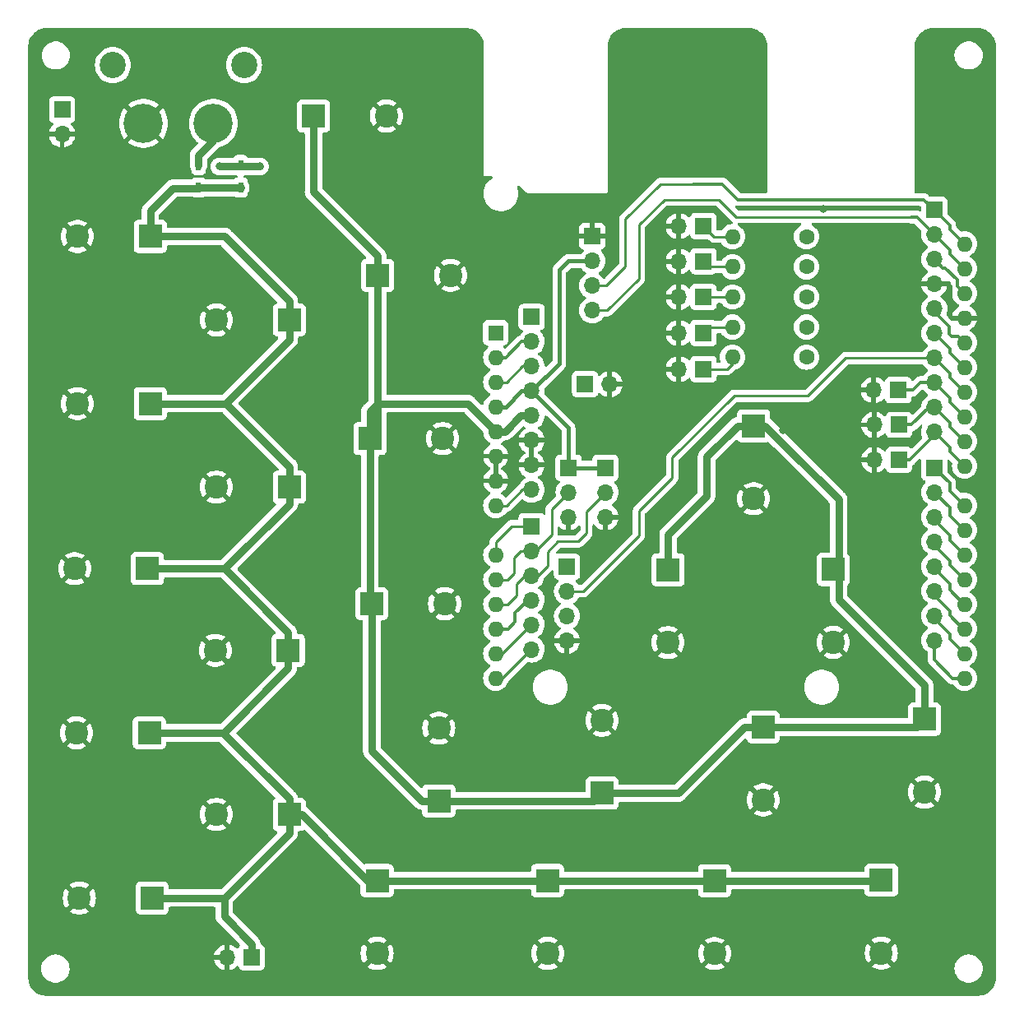
<source format=gtl>
%TF.GenerationSoftware,KiCad,Pcbnew,7.0.7*%
%TF.CreationDate,2023-09-19T14:40:45+02:00*%
%TF.ProjectId,Actuator,41637475-6174-46f7-922e-6b696361645f,v0.0*%
%TF.SameCoordinates,Original*%
%TF.FileFunction,Copper,L1,Top*%
%TF.FilePolarity,Positive*%
%FSLAX46Y46*%
G04 Gerber Fmt 4.6, Leading zero omitted, Abs format (unit mm)*
G04 Created by KiCad (PCBNEW 7.0.7) date 2023-09-19 14:40:45*
%MOMM*%
%LPD*%
G01*
G04 APERTURE LIST*
%TA.AperFunction,ComponentPad*%
%ADD10R,1.700000X1.700000*%
%TD*%
%TA.AperFunction,ComponentPad*%
%ADD11O,1.700000X1.700000*%
%TD*%
%TA.AperFunction,ComponentPad*%
%ADD12C,1.600000*%
%TD*%
%TA.AperFunction,ComponentPad*%
%ADD13O,1.600000X1.600000*%
%TD*%
%TA.AperFunction,ComponentPad*%
%ADD14R,2.400000X2.400000*%
%TD*%
%TA.AperFunction,ComponentPad*%
%ADD15C,2.400000*%
%TD*%
%TA.AperFunction,SMDPad,CuDef*%
%ADD16R,0.500000X1.075000*%
%TD*%
%TA.AperFunction,ComponentPad*%
%ADD17C,4.050000*%
%TD*%
%TA.AperFunction,ComponentPad*%
%ADD18C,2.700000*%
%TD*%
%TA.AperFunction,ComponentPad*%
%ADD19R,1.600000X1.600000*%
%TD*%
%TA.AperFunction,ViaPad*%
%ADD20C,0.800000*%
%TD*%
%TA.AperFunction,Conductor*%
%ADD21C,0.300000*%
%TD*%
%TA.AperFunction,Conductor*%
%ADD22C,0.250000*%
%TD*%
%TA.AperFunction,Conductor*%
%ADD23C,0.800000*%
%TD*%
%TA.AperFunction,Conductor*%
%ADD24C,0.400000*%
%TD*%
G04 APERTURE END LIST*
D10*
%TO.P,J17,1,Pin_1*%
%TO.N,Net-(J17-Pin_1)*%
X159579000Y-95619000D03*
D11*
%TO.P,J17,2,Pin_2*%
%TO.N,GND*%
X157039000Y-95619000D03*
%TD*%
D10*
%TO.P,J14,1,Pin_1*%
%TO.N,/D9*%
X179689000Y-101359000D03*
D11*
%TO.P,J14,2,Pin_2*%
%TO.N,GND*%
X177149000Y-101359000D03*
%TD*%
D12*
%TO.P,R1,1*%
%TO.N,/D3*%
X170179000Y-94394000D03*
D13*
%TO.P,R1,2*%
%TO.N,Net-(J17-Pin_1)*%
X162559000Y-94394000D03*
%TD*%
D10*
%TO.P,J13,1,Pin_1*%
%TO.N,/D8*%
X179689000Y-104959000D03*
D11*
%TO.P,J13,2,Pin_2*%
%TO.N,GND*%
X177149000Y-104959000D03*
%TD*%
D10*
%TO.P,J23,1,Pin_1*%
%TO.N,/5V*%
X93554000Y-68919000D03*
D11*
%TO.P,J23,2,Pin_2*%
%TO.N,GND*%
X93554000Y-71459000D03*
%TD*%
D14*
%TO.P,C18,1*%
%TO.N,/5V*%
X132329000Y-140081755D03*
D15*
%TO.P,C18,2*%
%TO.N,GND*%
X132329000Y-132581755D03*
%TD*%
D10*
%TO.P,J11,1,Pin_1*%
%TO.N,/3V3*%
X145689000Y-105779000D03*
D11*
%TO.P,J11,2,Pin_2*%
%TO.N,/A1*%
X145689000Y-108319000D03*
%TO.P,J11,3,Pin_3*%
%TO.N,GND*%
X145689000Y-110859000D03*
%TD*%
D14*
%TO.P,C24,1*%
%TO.N,/5V*%
X164729000Y-101469000D03*
D15*
%TO.P,C24,2*%
%TO.N,GND*%
X164729000Y-108969000D03*
%TD*%
D10*
%TO.P,J8,1,Pin_1*%
%TO.N,/D7*%
X183329000Y-105769000D03*
D11*
%TO.P,J8,2,Pin_2*%
%TO.N,/D6*%
X183329000Y-108309000D03*
%TO.P,J8,3,Pin_3*%
%TO.N,/D5*%
X183329000Y-110849000D03*
%TO.P,J8,4,Pin_4*%
%TO.N,/D4*%
X183329000Y-113389000D03*
%TO.P,J8,5,Pin_5*%
%TO.N,/D3*%
X183329000Y-115929000D03*
%TO.P,J8,6,Pin_6*%
%TO.N,/D2*%
X183329000Y-118469000D03*
%TO.P,J8,7,Pin_7*%
%TO.N,/D1*%
X183329000Y-121009000D03*
%TO.P,J8,8,Pin_8*%
%TO.N,/D0*%
X183329000Y-123549000D03*
%TD*%
D14*
%TO.P,C8,1*%
%TO.N,/SVCB*%
X143529000Y-148269000D03*
D15*
%TO.P,C8,2*%
%TO.N,GND*%
X143529000Y-155769000D03*
%TD*%
D10*
%TO.P,J20,1,Pin_1*%
%TO.N,Net-(J20-Pin_1)*%
X159579000Y-91894000D03*
D11*
%TO.P,J20,2,Pin_2*%
%TO.N,GND*%
X157039000Y-91894000D03*
%TD*%
D12*
%TO.P,R7,1*%
%TO.N,/D4*%
X170179000Y-91294000D03*
D13*
%TO.P,R7,2*%
%TO.N,Net-(J20-Pin_1)*%
X162559000Y-91294000D03*
%TD*%
D12*
%TO.P,R4,1*%
%TO.N,/D7*%
X170179000Y-81994000D03*
D13*
%TO.P,R4,2*%
%TO.N,Net-(J22-Pin_1)*%
X162559000Y-81994000D03*
%TD*%
D14*
%TO.P,C2,1*%
%TO.N,/SVCB*%
X102529000Y-133069000D03*
D15*
%TO.P,C2,2*%
%TO.N,GND*%
X95029000Y-133069000D03*
%TD*%
D14*
%TO.P,C23,1*%
%TO.N,/5V*%
X182329000Y-131669000D03*
D15*
%TO.P,C23,2*%
%TO.N,GND*%
X182329000Y-139169000D03*
%TD*%
D10*
%TO.P,J19,1,Pin_1*%
%TO.N,Net-(J19-Pin_1)*%
X159579000Y-84519000D03*
D11*
%TO.P,J19,2,Pin_2*%
%TO.N,GND*%
X157039000Y-84519000D03*
%TD*%
D10*
%TO.P,J5,1,Pin_1*%
%TO.N,unconnected-(J5-Pin_1-Pad1)*%
X141889000Y-90259000D03*
D11*
%TO.P,J5,2,Pin_2*%
%TO.N,/IOREF*%
X141889000Y-92799000D03*
%TO.P,J5,3,Pin_3*%
%TO.N,/RST*%
X141889000Y-95339000D03*
%TO.P,J5,4,Pin_4*%
%TO.N,/3V3*%
X141889000Y-97879000D03*
%TO.P,J5,5,Pin_5*%
%TO.N,/5V*%
X141889000Y-100419000D03*
%TO.P,J5,6,Pin_6*%
%TO.N,GND*%
X141889000Y-102959000D03*
%TO.P,J5,7,Pin_7*%
X141889000Y-105499000D03*
%TO.P,J5,8,Pin_8*%
%TO.N,/Vin*%
X141889000Y-108039000D03*
%TD*%
D14*
%TO.P,C22,1*%
%TO.N,/5V*%
X165729000Y-132469000D03*
D15*
%TO.P,C22,2*%
%TO.N,GND*%
X165729000Y-139969000D03*
%TD*%
D14*
%TO.P,C7,1*%
%TO.N,/SVCB*%
X160719000Y-148279000D03*
D15*
%TO.P,C7,2*%
%TO.N,GND*%
X160719000Y-155779000D03*
%TD*%
D10*
%TO.P,J10,1,Pin_1*%
%TO.N,/A0*%
X145529000Y-115949000D03*
D11*
%TO.P,J10,2,Pin_2*%
%TO.N,/D11*%
X145529000Y-118489000D03*
%TO.P,J10,3,Pin_3*%
%TO.N,/SVCB*%
X145529000Y-121029000D03*
%TO.P,J10,4,Pin_4*%
%TO.N,GND*%
X145529000Y-123569000D03*
%TD*%
D16*
%TO.P,Z1,1,K*%
%TO.N,/SVCB*%
X107599000Y-76931000D03*
%TO.P,Z1,2,A*%
%TO.N,/VCC*%
X107599000Y-74607000D03*
%TD*%
D14*
%TO.P,C13,1*%
%TO.N,/SVCB*%
X177879000Y-148229000D03*
D15*
%TO.P,C13,2*%
%TO.N,GND*%
X177879000Y-155729000D03*
%TD*%
D14*
%TO.P,C15,1*%
%TO.N,/5V*%
X119429000Y-69569000D03*
D15*
%TO.P,C15,2*%
%TO.N,GND*%
X126929000Y-69569000D03*
%TD*%
D14*
%TO.P,C9,1*%
%TO.N,/SVCB*%
X125979000Y-148269000D03*
D15*
%TO.P,C9,2*%
%TO.N,GND*%
X125979000Y-155769000D03*
%TD*%
D10*
%TO.P,J12,1,Pin_1*%
%TO.N,/3V3*%
X149489000Y-105779000D03*
D11*
%TO.P,J12,2,Pin_2*%
%TO.N,/A2*%
X149489000Y-108319000D03*
%TO.P,J12,3,Pin_3*%
%TO.N,GND*%
X149489000Y-110859000D03*
%TD*%
D10*
%TO.P,J22,1,Pin_1*%
%TO.N,Net-(J22-Pin_1)*%
X159579000Y-80894000D03*
D11*
%TO.P,J22,2,Pin_2*%
%TO.N,GND*%
X157039000Y-80894000D03*
%TD*%
D10*
%TO.P,J16,1,Pin_1*%
%TO.N,/RST*%
X147389000Y-97169000D03*
D11*
%TO.P,J16,2,Pin_2*%
%TO.N,GND*%
X149929000Y-97169000D03*
%TD*%
D17*
%TO.P,J21,1,1*%
%TO.N,GND*%
X101929000Y-70331500D03*
%TO.P,J21,2,2*%
%TO.N,/VCC*%
X109129000Y-70331500D03*
D18*
%TO.P,J21,3,3*%
%TO.N,unconnected-(J21-Pad3)*%
X112279000Y-64331500D03*
%TO.P,J21,4,4*%
%TO.N,unconnected-(J21-Pad4)*%
X98779000Y-64331500D03*
%TD*%
D14*
%TO.P,C3,1*%
%TO.N,/SVCB*%
X102341754Y-116169000D03*
D15*
%TO.P,C3,2*%
%TO.N,GND*%
X94841754Y-116169000D03*
%TD*%
D12*
%TO.P,R3,1*%
%TO.N,/D6*%
X170189000Y-85094000D03*
D13*
%TO.P,R3,2*%
%TO.N,Net-(J19-Pin_1)*%
X162569000Y-85094000D03*
%TD*%
D10*
%TO.P,J7,1,Pin_1*%
%TO.N,/SCL*%
X183329000Y-79229000D03*
D11*
%TO.P,J7,2,Pin_2*%
%TO.N,/SDA*%
X183329000Y-81769000D03*
%TO.P,J7,3,Pin_3*%
%TO.N,/AREF*%
X183329000Y-84309000D03*
%TO.P,J7,4,Pin_4*%
%TO.N,GND*%
X183329000Y-86849000D03*
%TO.P,J7,5,Pin_5*%
%TO.N,/D13*%
X183329000Y-89389000D03*
%TO.P,J7,6,Pin_6*%
%TO.N,/D12*%
X183329000Y-91929000D03*
%TO.P,J7,7,Pin_7*%
%TO.N,/D11*%
X183329000Y-94469000D03*
%TO.P,J7,8,Pin_8*%
%TO.N,/D10*%
X183329000Y-97009000D03*
%TO.P,J7,9,Pin_9*%
%TO.N,/D9*%
X183329000Y-99549000D03*
%TO.P,J7,10,Pin_10*%
%TO.N,/D8*%
X183329000Y-102089000D03*
%TD*%
D14*
%TO.P,C1,1*%
%TO.N,/SVCB*%
X102829000Y-150069000D03*
D15*
%TO.P,C1,2*%
%TO.N,GND*%
X95329000Y-150069000D03*
%TD*%
D16*
%TO.P,Z2,1,K*%
%TO.N,/5V*%
X111929000Y-74607000D03*
%TO.P,Z2,2,A*%
%TO.N,/SVCB*%
X111929000Y-76931000D03*
%TD*%
D14*
%TO.P,C16,1*%
%TO.N,/5V*%
X126029000Y-85969000D03*
D15*
%TO.P,C16,2*%
%TO.N,GND*%
X133529000Y-85969000D03*
%TD*%
D12*
%TO.P,R2,1*%
%TO.N,/D5*%
X170189000Y-88194000D03*
D13*
%TO.P,R2,2*%
%TO.N,Net-(J18-Pin_1)*%
X162569000Y-88194000D03*
%TD*%
D14*
%TO.P,C10,1*%
%TO.N,/SVCB*%
X116929000Y-141469000D03*
D15*
%TO.P,C10,2*%
%TO.N,GND*%
X109429000Y-141469000D03*
%TD*%
D14*
%TO.P,C11,1*%
%TO.N,/SVCB*%
X116829000Y-124569000D03*
D15*
%TO.P,C11,2*%
%TO.N,GND*%
X109329000Y-124569000D03*
%TD*%
D14*
%TO.P,C12,1*%
%TO.N,/SVCB*%
X116929000Y-107769000D03*
D15*
%TO.P,C12,2*%
%TO.N,GND*%
X109429000Y-107769000D03*
%TD*%
D14*
%TO.P,C6,1*%
%TO.N,/SVCB*%
X116941754Y-90569000D03*
D15*
%TO.P,C6,2*%
%TO.N,GND*%
X109441754Y-90569000D03*
%TD*%
D14*
%TO.P,C4,1*%
%TO.N,/SVCB*%
X102629000Y-99169000D03*
D15*
%TO.P,C4,2*%
%TO.N,GND*%
X95129000Y-99169000D03*
%TD*%
D14*
%TO.P,C21,1*%
%TO.N,/5V*%
X155929000Y-116269000D03*
D15*
%TO.P,C21,2*%
%TO.N,GND*%
X155929000Y-123769000D03*
%TD*%
D14*
%TO.P,C17,1*%
%TO.N,/5V*%
X125429000Y-119769000D03*
D15*
%TO.P,C17,2*%
%TO.N,GND*%
X132929000Y-119769000D03*
%TD*%
D10*
%TO.P,J15,1,Pin_1*%
%TO.N,/D10*%
X179639000Y-97784000D03*
D11*
%TO.P,J15,2,Pin_2*%
%TO.N,GND*%
X177099000Y-97784000D03*
%TD*%
D14*
%TO.P,C19,1*%
%TO.N,/5V*%
X149129000Y-139281755D03*
D15*
%TO.P,C19,2*%
%TO.N,GND*%
X149129000Y-131781755D03*
%TD*%
D10*
%TO.P,J6,1,Pin_1*%
%TO.N,/A0*%
X141889000Y-111779000D03*
D11*
%TO.P,J6,2,Pin_2*%
%TO.N,/A1*%
X141889000Y-114319000D03*
%TO.P,J6,3,Pin_3*%
%TO.N,/A2*%
X141889000Y-116859000D03*
%TO.P,J6,4,Pin_4*%
%TO.N,/A3*%
X141889000Y-119399000D03*
%TO.P,J6,5,Pin_5*%
%TO.N,/A4*%
X141889000Y-121939000D03*
%TO.P,J6,6,Pin_6*%
%TO.N,/A5*%
X141889000Y-124479000D03*
%TD*%
D10*
%TO.P,J24,1,Pin_1*%
%TO.N,/SVCB*%
X113069000Y-156169000D03*
D11*
%TO.P,J24,2,Pin_2*%
%TO.N,GND*%
X110529000Y-156169000D03*
%TD*%
D14*
%TO.P,C20,1*%
%TO.N,/5V*%
X172929000Y-116256246D03*
D15*
%TO.P,C20,2*%
%TO.N,GND*%
X172929000Y-123756246D03*
%TD*%
D10*
%TO.P,J18,1,Pin_1*%
%TO.N,Net-(J18-Pin_1)*%
X159579000Y-88194000D03*
D11*
%TO.P,J18,2,Pin_2*%
%TO.N,GND*%
X157039000Y-88194000D03*
%TD*%
D10*
%TO.P,J9,1,Pin_1*%
%TO.N,GND*%
X148129000Y-81949000D03*
D11*
%TO.P,J9,2,Pin_2*%
%TO.N,/3V3*%
X148129000Y-84489000D03*
%TO.P,J9,3,Pin_3*%
%TO.N,/SCL*%
X148129000Y-87029000D03*
%TO.P,J9,4,Pin_4*%
%TO.N,/SDA*%
X148129000Y-89569000D03*
%TD*%
D14*
%TO.P,C14,1*%
%TO.N,/5V*%
X125229000Y-102769000D03*
D15*
%TO.P,C14,2*%
%TO.N,GND*%
X132729000Y-102769000D03*
%TD*%
D14*
%TO.P,C5,1*%
%TO.N,/SVCB*%
X102629000Y-81969000D03*
D15*
%TO.P,C5,2*%
%TO.N,GND*%
X95129000Y-81969000D03*
%TD*%
D19*
%TO.P,A1,1,NC*%
%TO.N,unconnected-(A1-NC-Pad1)*%
X138189000Y-91879000D03*
D13*
%TO.P,A1,2,IOREF*%
%TO.N,/IOREF*%
X138189000Y-94419000D03*
%TO.P,A1,3,~{RESET}*%
%TO.N,/RST*%
X138189000Y-96959000D03*
%TO.P,A1,4,3V3*%
%TO.N,/3V3*%
X138189000Y-99499000D03*
%TO.P,A1,5,+5V*%
%TO.N,/5V*%
X138189000Y-102039000D03*
%TO.P,A1,6,GND*%
%TO.N,GND*%
X138189000Y-104579000D03*
%TO.P,A1,7,GND*%
X138189000Y-107119000D03*
%TO.P,A1,8,VIN*%
%TO.N,/Vin*%
X138189000Y-109659000D03*
%TO.P,A1,9,A0*%
%TO.N,/A0*%
X138189000Y-114739000D03*
%TO.P,A1,10,A1*%
%TO.N,/A1*%
X138189000Y-117279000D03*
%TO.P,A1,11,A2*%
%TO.N,/A2*%
X138189000Y-119819000D03*
%TO.P,A1,12,A3*%
%TO.N,/A3*%
X138189000Y-122359000D03*
%TO.P,A1,13,SDA/A4*%
%TO.N,/A4*%
X138189000Y-124899000D03*
%TO.P,A1,14,SCL/A5*%
%TO.N,/A5*%
X138189000Y-127439000D03*
%TO.P,A1,15,D0/RX*%
%TO.N,/D0*%
X186449000Y-127439000D03*
%TO.P,A1,16,D1/TX*%
%TO.N,/D1*%
X186449000Y-124899000D03*
%TO.P,A1,17,D2*%
%TO.N,/D2*%
X186449000Y-122359000D03*
%TO.P,A1,18,D3*%
%TO.N,/D3*%
X186449000Y-119819000D03*
%TO.P,A1,19,D4*%
%TO.N,/D4*%
X186449000Y-117279000D03*
%TO.P,A1,20,D5*%
%TO.N,/D5*%
X186449000Y-114739000D03*
%TO.P,A1,21,D6*%
%TO.N,/D6*%
X186449000Y-112199000D03*
%TO.P,A1,22,D7*%
%TO.N,/D7*%
X186449000Y-109659000D03*
%TO.P,A1,23,D8*%
%TO.N,/D8*%
X186449000Y-105599000D03*
%TO.P,A1,24,D9*%
%TO.N,/D9*%
X186449000Y-103059000D03*
%TO.P,A1,25,D10*%
%TO.N,/D10*%
X186449000Y-100519000D03*
%TO.P,A1,26,D11*%
%TO.N,/D11*%
X186449000Y-97979000D03*
%TO.P,A1,27,D12*%
%TO.N,/D12*%
X186449000Y-95439000D03*
%TO.P,A1,28,D13*%
%TO.N,/D13*%
X186449000Y-92899000D03*
%TO.P,A1,29,GND*%
%TO.N,GND*%
X186449000Y-90359000D03*
%TO.P,A1,30,AREF*%
%TO.N,/AREF*%
X186449000Y-87819000D03*
%TO.P,A1,31,SDA/A4*%
%TO.N,/SDA*%
X186449000Y-85279000D03*
%TO.P,A1,32,SCL/A5*%
%TO.N,/SCL*%
X186449000Y-82739000D03*
%TD*%
D20*
%TO.N,/5V*%
X109729000Y-74769000D03*
X113929000Y-74769000D03*
%TO.N,GND*%
X152129000Y-157569000D03*
X177289000Y-92309000D03*
X179129000Y-117969000D03*
X161329000Y-127769000D03*
X133529000Y-69769000D03*
X164729000Y-105569000D03*
X115529000Y-78369000D03*
X103929000Y-141569000D03*
X167749000Y-101929000D03*
X103529000Y-90369000D03*
X169329000Y-157769000D03*
X153329000Y-100769000D03*
X186709000Y-78209000D03*
X121529000Y-132969000D03*
X171329000Y-144569000D03*
X154129000Y-144169000D03*
X103729000Y-107769000D03*
X134929000Y-110169000D03*
X122729000Y-94169000D03*
X157729000Y-73969000D03*
X140329000Y-129169000D03*
X134729000Y-157369000D03*
X177929000Y-87369000D03*
X137529000Y-144369000D03*
X122529000Y-111369000D03*
X142129000Y-83169000D03*
X103929000Y-124569000D03*
X171929000Y-79169000D03*
X187529000Y-107569000D03*
%TD*%
D21*
%TO.N,/AREF*%
X184220000Y-85200000D02*
X183329000Y-84309000D01*
X185700000Y-86450000D02*
X184450000Y-85200000D01*
X185700000Y-87070000D02*
X185700000Y-86450000D01*
X186449000Y-87819000D02*
X185700000Y-87070000D01*
X184450000Y-85200000D02*
X184220000Y-85200000D01*
%TO.N,/A3*%
X140200000Y-121650000D02*
X139491000Y-122359000D01*
X140200000Y-120700000D02*
X140200000Y-121650000D01*
X141501000Y-119399000D02*
X140200000Y-120700000D01*
X139491000Y-122359000D02*
X138189000Y-122359000D01*
X141889000Y-119399000D02*
X141501000Y-119399000D01*
D22*
%TO.N,/A2*%
X140300000Y-118950000D02*
X139431000Y-119819000D01*
X140300000Y-117750000D02*
X140300000Y-118950000D01*
X139431000Y-119819000D02*
X138189000Y-119819000D01*
X141191000Y-116859000D02*
X140300000Y-117750000D01*
X141889000Y-116859000D02*
X141191000Y-116859000D01*
%TO.N,/A1*%
X139421000Y-117279000D02*
X138189000Y-117279000D01*
X140050000Y-116650000D02*
X139421000Y-117279000D01*
X140050000Y-115050000D02*
X140050000Y-116650000D01*
X140781000Y-114319000D02*
X140050000Y-115050000D01*
X141889000Y-114319000D02*
X140781000Y-114319000D01*
%TO.N,/A0*%
X138189000Y-113411000D02*
X138189000Y-114739000D01*
X139821000Y-111779000D02*
X138189000Y-113411000D01*
X141889000Y-111779000D02*
X139821000Y-111779000D01*
%TO.N,/Vin*%
X140961000Y-108039000D02*
X141889000Y-108039000D01*
X139341000Y-109659000D02*
X140961000Y-108039000D01*
X138189000Y-109659000D02*
X139341000Y-109659000D01*
D21*
%TO.N,/IOREF*%
X139231000Y-94419000D02*
X138189000Y-94419000D01*
X140851000Y-92799000D02*
X139231000Y-94419000D01*
X141889000Y-92799000D02*
X140851000Y-92799000D01*
D22*
%TO.N,/RST*%
X138199000Y-96969000D02*
X138189000Y-96959000D01*
X139281000Y-96969000D02*
X138199000Y-96969000D01*
X141889000Y-95339000D02*
X140911000Y-95339000D01*
X140911000Y-95339000D02*
X139281000Y-96969000D01*
D23*
%TO.N,/VCC*%
X107599000Y-73601000D02*
X107599000Y-74607000D01*
X109129000Y-72071000D02*
X107599000Y-73601000D01*
X109129000Y-70331500D02*
X109129000Y-72071000D01*
D24*
%TO.N,/3V3*%
X140871000Y-97879000D02*
X141889000Y-97879000D01*
X139251000Y-99499000D02*
X140871000Y-97879000D01*
X138189000Y-99499000D02*
X139251000Y-99499000D01*
D23*
%TO.N,/5V*%
X139150000Y-102050000D02*
X138200000Y-102050000D01*
X140781000Y-100419000D02*
X139150000Y-102050000D01*
X141889000Y-100419000D02*
X140781000Y-100419000D01*
X138200000Y-102050000D02*
X138189000Y-102039000D01*
D21*
%TO.N,/D8*%
X180791000Y-104959000D02*
X179689000Y-104959000D01*
X183329000Y-102089000D02*
X183329000Y-102421000D01*
X183329000Y-102421000D02*
X180791000Y-104959000D01*
%TO.N,/D9*%
X181000000Y-101359000D02*
X179689000Y-101359000D01*
X182810000Y-99549000D02*
X181000000Y-101359000D01*
X183329000Y-99549000D02*
X182810000Y-99549000D01*
D22*
%TO.N,Net-(J17-Pin_1)*%
X161981000Y-95619000D02*
X159579000Y-95619000D01*
X162559000Y-94394000D02*
X162559000Y-95041000D01*
X162559000Y-95041000D02*
X161981000Y-95619000D01*
%TO.N,/SCL*%
X151529000Y-85071000D02*
X149571000Y-87029000D01*
X151529000Y-80169000D02*
X151529000Y-85071000D01*
X149571000Y-87029000D02*
X148129000Y-87029000D01*
X155129000Y-76569000D02*
X151529000Y-80169000D01*
X158529000Y-76569000D02*
X155129000Y-76569000D01*
%TO.N,/SDA*%
X149681000Y-89569000D02*
X148129000Y-89569000D01*
X152929000Y-86321000D02*
X149681000Y-89569000D01*
X155529000Y-78169000D02*
X152929000Y-80769000D01*
X161129000Y-78169000D02*
X155529000Y-78169000D01*
X162929000Y-79969000D02*
X161129000Y-78169000D01*
X180929000Y-79969000D02*
X162929000Y-79969000D01*
X152929000Y-80769000D02*
X152929000Y-86321000D01*
D24*
%TO.N,GND*%
X140451000Y-105499000D02*
X141889000Y-105499000D01*
X140000000Y-105950000D02*
X140451000Y-105499000D01*
X140000000Y-107100000D02*
X140000000Y-105950000D01*
X139981000Y-107119000D02*
X140000000Y-107100000D01*
X138189000Y-107119000D02*
X139981000Y-107119000D01*
D21*
%TO.N,/D13*%
X183329000Y-89679000D02*
X183329000Y-89389000D01*
X184900000Y-92000000D02*
X184900000Y-91250000D01*
X184900000Y-91250000D02*
X183329000Y-89679000D01*
X185800000Y-92250000D02*
X185150000Y-92250000D01*
X185150000Y-92250000D02*
X184900000Y-92000000D01*
X186449000Y-92899000D02*
X185800000Y-92250000D01*
D24*
%TO.N,GND*%
X184649000Y-86849000D02*
X183329000Y-86849000D01*
X184929000Y-87129000D02*
X184649000Y-86849000D01*
X184929000Y-90211182D02*
X184929000Y-87129000D01*
X185076818Y-90359000D02*
X184929000Y-90211182D01*
X186319000Y-90359000D02*
X185076818Y-90359000D01*
D23*
%TO.N,/5V*%
X155929000Y-112649000D02*
X155929000Y-116269000D01*
X159889000Y-108689000D02*
X155929000Y-112649000D01*
X159889000Y-104661000D02*
X159889000Y-108689000D01*
X163081000Y-101469000D02*
X159889000Y-104661000D01*
X164729000Y-101469000D02*
X163081000Y-101469000D01*
X165919000Y-101469000D02*
X164729000Y-101469000D01*
X166749000Y-102343214D02*
X166749000Y-102299000D01*
X173479000Y-109029000D02*
X167379000Y-102929000D01*
X167379000Y-102929000D02*
X167334786Y-102929000D01*
X173479000Y-119319000D02*
X173479000Y-109029000D01*
X167334786Y-102929000D02*
X166749000Y-102343214D01*
X166749000Y-102299000D02*
X165919000Y-101469000D01*
X182329000Y-128169000D02*
X173479000Y-119319000D01*
X182329000Y-131669000D02*
X182329000Y-128169000D01*
X163781000Y-132469000D02*
X165729000Y-132469000D01*
X156968245Y-139281755D02*
X163781000Y-132469000D01*
X149129000Y-139281755D02*
X156968245Y-139281755D01*
X119429000Y-77379000D02*
X126029000Y-83979000D01*
X126029000Y-83979000D02*
X126029000Y-85969000D01*
X119429000Y-69569000D02*
X119429000Y-77379000D01*
X130581755Y-140081755D02*
X132329000Y-140081755D01*
X125429000Y-134929000D02*
X130581755Y-140081755D01*
X125429000Y-119769000D02*
X125429000Y-134929000D01*
%TO.N,/SVCB*%
X125019000Y-148269000D02*
X125979000Y-148269000D01*
X118219000Y-141469000D02*
X125019000Y-148269000D01*
X116929000Y-141469000D02*
X118219000Y-141469000D01*
X102829000Y-150069000D02*
X110231000Y-150069000D01*
X113069000Y-154809000D02*
X113069000Y-156169000D01*
X110231000Y-151971000D02*
X113069000Y-154809000D01*
X110231000Y-150069000D02*
X110231000Y-151971000D01*
X116929000Y-143371000D02*
X110231000Y-150069000D01*
X116929000Y-141469000D02*
X116929000Y-143371000D01*
X116929000Y-139879000D02*
X116929000Y-141469000D01*
X110119000Y-133069000D02*
X116929000Y-139879000D01*
X102529000Y-133069000D02*
X110119000Y-133069000D01*
X116829000Y-126421000D02*
X110181000Y-133069000D01*
X116829000Y-124569000D02*
X116829000Y-126421000D01*
X116829000Y-122729000D02*
X116829000Y-124569000D01*
X110269000Y-116169000D02*
X116829000Y-122729000D01*
X110281000Y-116169000D02*
X102341754Y-116169000D01*
X116929000Y-107769000D02*
X116929000Y-109521000D01*
X116929000Y-109521000D02*
X110281000Y-116169000D01*
X116941754Y-88641754D02*
X116941754Y-90569000D01*
X110269000Y-81969000D02*
X116941754Y-88641754D01*
X102629000Y-81969000D02*
X110269000Y-81969000D01*
X116941754Y-90569000D02*
X116941754Y-92558246D01*
X116941754Y-92558246D02*
X110331000Y-99169000D01*
X116929000Y-105679000D02*
X116929000Y-107769000D01*
X102629000Y-99169000D02*
X110419000Y-99169000D01*
X110419000Y-99169000D02*
X116929000Y-105679000D01*
D22*
%TO.N,/RST*%
X141909000Y-95359000D02*
X141889000Y-95339000D01*
D24*
%TO.N,/3V3*%
X145689000Y-101679000D02*
X145689000Y-105779000D01*
X144729000Y-95039000D02*
X144729000Y-85419000D01*
X145689000Y-105779000D02*
X149489000Y-105779000D01*
X144729000Y-85419000D02*
X145659000Y-84489000D01*
X141889000Y-97879000D02*
X145689000Y-101679000D01*
X145659000Y-84489000D02*
X148129000Y-84489000D01*
X141889000Y-97879000D02*
X144729000Y-95039000D01*
D23*
%TO.N,/5V*%
X135319000Y-99169000D02*
X138189000Y-102039000D01*
X126029000Y-99169000D02*
X135319000Y-99169000D01*
X111929000Y-74607000D02*
X111767000Y-74769000D01*
X125229000Y-99969000D02*
X126029000Y-99169000D01*
X113929000Y-74769000D02*
X112091000Y-74769000D01*
X126029000Y-85969000D02*
X126029000Y-101969000D01*
D22*
X125229000Y-119569000D02*
X125429000Y-119769000D01*
D23*
X181529000Y-132469000D02*
X182329000Y-131669000D01*
X111767000Y-74769000D02*
X109729000Y-74769000D01*
X148329000Y-140081755D02*
X149129000Y-139281755D01*
D22*
X126029000Y-101969000D02*
X125229000Y-102769000D01*
D23*
X125229000Y-102769000D02*
X125229000Y-99969000D01*
X125229000Y-102769000D02*
X125229000Y-119569000D01*
X165729000Y-132469000D02*
X181529000Y-132469000D01*
X132329000Y-140081755D02*
X148329000Y-140081755D01*
X112091000Y-74769000D02*
X111929000Y-74607000D01*
D24*
%TO.N,GND*%
X139979000Y-104619000D02*
X139939000Y-104579000D01*
D21*
X183789000Y-87029000D02*
X183789000Y-86689000D01*
D24*
X140439000Y-102959000D02*
X139979000Y-103419000D01*
X139979000Y-103419000D02*
X139979000Y-104619000D01*
D21*
X186449000Y-90359000D02*
X186319000Y-90359000D01*
D24*
X141889000Y-102959000D02*
X140439000Y-102959000D01*
X139939000Y-104579000D02*
X138189000Y-104579000D01*
D22*
%TO.N,/A1*%
X142279000Y-114319000D02*
X143929000Y-112669000D01*
X141889000Y-114319000D02*
X142279000Y-114319000D01*
X143929000Y-112669000D02*
X143929000Y-110079000D01*
X143929000Y-110079000D02*
X145689000Y-108319000D01*
%TO.N,/A2*%
X144575396Y-113359000D02*
X146689000Y-113359000D01*
X147529000Y-110279000D02*
X149489000Y-108319000D01*
X142559000Y-116859000D02*
X143529000Y-115889000D01*
X143529000Y-114405396D02*
X144575396Y-113359000D01*
X141889000Y-116859000D02*
X142559000Y-116859000D01*
X146689000Y-113359000D02*
X147529000Y-112519000D01*
X143529000Y-115889000D02*
X143529000Y-114405396D01*
X147529000Y-112519000D02*
X147529000Y-110279000D01*
D21*
%TO.N,/A4*%
X138929000Y-124899000D02*
X138189000Y-124899000D01*
X141889000Y-121939000D02*
X138929000Y-124899000D01*
%TO.N,/A5*%
X141889000Y-124479000D02*
X138929000Y-127439000D01*
X138929000Y-127439000D02*
X138189000Y-127439000D01*
%TO.N,/SCL*%
X161529000Y-76569000D02*
X158529000Y-76569000D01*
X186449000Y-82739000D02*
X184929000Y-81219000D01*
X184929000Y-80829000D02*
X183329000Y-79229000D01*
X183329000Y-79229000D02*
X182269000Y-78169000D01*
X182269000Y-78169000D02*
X163129000Y-78169000D01*
X184929000Y-81219000D02*
X184929000Y-80829000D01*
X163129000Y-78169000D02*
X161529000Y-76569000D01*
%TO.N,/SDA*%
X184929000Y-83759000D02*
X184929000Y-83369000D01*
X183329000Y-81769000D02*
X181529000Y-79969000D01*
X184929000Y-83369000D02*
X183329000Y-81769000D01*
X186449000Y-85279000D02*
X184929000Y-83759000D01*
X181529000Y-79969000D02*
X180929000Y-79969000D01*
%TO.N,/D12*%
X184929000Y-93919000D02*
X184929000Y-93529000D01*
X186449000Y-95439000D02*
X184929000Y-93919000D01*
X184929000Y-93529000D02*
X183329000Y-91929000D01*
D22*
%TO.N,/D11*%
X156354000Y-106794000D02*
X156354000Y-104744000D01*
X152929000Y-112769000D02*
X152929000Y-110219000D01*
X152929000Y-110219000D02*
X156354000Y-106794000D01*
X174229000Y-94469000D02*
X183329000Y-94469000D01*
D21*
X186449000Y-97979000D02*
X184929000Y-96459000D01*
X184929000Y-96069000D02*
X183329000Y-94469000D01*
X184929000Y-96459000D02*
X184929000Y-96069000D01*
D22*
X170329000Y-98369000D02*
X174229000Y-94469000D01*
X145529000Y-118489000D02*
X147209000Y-118489000D01*
X162729000Y-98369000D02*
X170329000Y-98369000D01*
X147209000Y-118489000D02*
X152929000Y-112769000D01*
X156354000Y-104744000D02*
X162729000Y-98369000D01*
D21*
%TO.N,/D10*%
X181114000Y-97784000D02*
X179639000Y-97784000D01*
X184929000Y-98999000D02*
X184929000Y-98609000D01*
X184929000Y-98609000D02*
X183329000Y-97009000D01*
X183329000Y-97009000D02*
X181889000Y-97009000D01*
X186449000Y-100519000D02*
X184929000Y-98999000D01*
X181889000Y-97009000D02*
X181114000Y-97784000D01*
%TO.N,/D9*%
X186449000Y-103059000D02*
X184929000Y-101539000D01*
X184929000Y-101539000D02*
X184929000Y-101149000D01*
X184929000Y-101149000D02*
X183329000Y-99549000D01*
%TO.N,/D8*%
X184929000Y-103689000D02*
X183329000Y-102089000D01*
X184929000Y-104079000D02*
X184929000Y-103689000D01*
X186449000Y-105599000D02*
X184929000Y-104079000D01*
%TO.N,/D7*%
X184929000Y-107369000D02*
X184929000Y-108139000D01*
X183329000Y-105769000D02*
X184929000Y-107369000D01*
X184929000Y-108139000D02*
X186449000Y-109659000D01*
%TO.N,/D6*%
X186449000Y-112199000D02*
X184929000Y-110679000D01*
X184929000Y-110679000D02*
X184929000Y-109909000D01*
X184929000Y-109909000D02*
X183329000Y-108309000D01*
%TO.N,/D5*%
X186449000Y-114739000D02*
X184929000Y-113219000D01*
X183789000Y-110829000D02*
X183789000Y-110749000D01*
X184929000Y-112769000D02*
X183329000Y-111169000D01*
X183329000Y-111169000D02*
X183329000Y-110849000D01*
X184929000Y-113219000D02*
X184929000Y-112769000D01*
%TO.N,/D4*%
X184929000Y-115759000D02*
X184929000Y-115369000D01*
X184929000Y-115369000D02*
X183329000Y-113769000D01*
X186449000Y-117279000D02*
X184929000Y-115759000D01*
X183329000Y-113769000D02*
X183329000Y-113389000D01*
%TO.N,/D3*%
X184929000Y-118369000D02*
X184929000Y-117769000D01*
X184929000Y-117769000D02*
X183329000Y-116169000D01*
X186379000Y-119819000D02*
X184929000Y-118369000D01*
X183329000Y-116169000D02*
X183329000Y-115929000D01*
X186449000Y-119819000D02*
X186379000Y-119819000D01*
%TO.N,/D2*%
X184929000Y-120969000D02*
X184929000Y-120519000D01*
X186449000Y-122359000D02*
X186319000Y-122359000D01*
X183329000Y-118919000D02*
X183329000Y-118469000D01*
X186319000Y-122359000D02*
X184929000Y-120969000D01*
X184929000Y-120519000D02*
X183329000Y-118919000D01*
%TO.N,/D1*%
X186449000Y-124899000D02*
X184929000Y-123379000D01*
X184929000Y-123379000D02*
X184929000Y-122889000D01*
X183329000Y-121289000D02*
X183329000Y-121009000D01*
X184929000Y-122889000D02*
X183329000Y-121289000D01*
%TO.N,/D0*%
X185199000Y-127439000D02*
X183329000Y-125569000D01*
X186449000Y-127439000D02*
X185199000Y-127439000D01*
X183329000Y-125569000D02*
X183329000Y-123549000D01*
D22*
%TO.N,Net-(J18-Pin_1)*%
X162569000Y-88194000D02*
X159579000Y-88194000D01*
%TO.N,Net-(J19-Pin_1)*%
X162569000Y-85094000D02*
X160154000Y-85094000D01*
X160154000Y-85094000D02*
X159579000Y-84519000D01*
%TO.N,Net-(J20-Pin_1)*%
X162559000Y-91294000D02*
X160179000Y-91294000D01*
X160179000Y-91294000D02*
X159579000Y-91894000D01*
%TO.N,Net-(J22-Pin_1)*%
X162559000Y-81994000D02*
X160679000Y-81994000D01*
X160679000Y-81994000D02*
X159579000Y-80894000D01*
D23*
%TO.N,/SVCB*%
X160719000Y-148279000D02*
X177829000Y-148279000D01*
D22*
X160709000Y-148269000D02*
X160719000Y-148279000D01*
X177829000Y-148279000D02*
X177879000Y-148229000D01*
D23*
X107629000Y-76969000D02*
X111891000Y-76969000D01*
X107599000Y-76999000D02*
X107629000Y-76969000D01*
X104949000Y-76999000D02*
X102629000Y-79319000D01*
X143529000Y-148269000D02*
X160709000Y-148269000D01*
X111891000Y-76969000D02*
X111929000Y-76931000D01*
X107599000Y-76999000D02*
X104949000Y-76999000D01*
X102629000Y-79319000D02*
X102629000Y-81969000D01*
X125979000Y-148269000D02*
X143529000Y-148269000D01*
%TD*%
%TA.AperFunction,Conductor*%
%TO.N,GND*%
G36*
X164331018Y-60519633D02*
G01*
X164495543Y-60530415D01*
X164559832Y-60534629D01*
X164567865Y-60535687D01*
X164778438Y-60577572D01*
X164790753Y-60580022D01*
X164798596Y-60582123D01*
X165013800Y-60655175D01*
X165021274Y-60658271D01*
X165225107Y-60758790D01*
X165232132Y-60762847D01*
X165246558Y-60772486D01*
X165421088Y-60889104D01*
X165427516Y-60894036D01*
X165598380Y-61043878D01*
X165604119Y-61049617D01*
X165753961Y-61220480D01*
X165758899Y-61226916D01*
X165885152Y-61415867D01*
X165889211Y-61422897D01*
X165894175Y-61432963D01*
X165989722Y-61626712D01*
X165992826Y-61634207D01*
X166009428Y-61683113D01*
X166065876Y-61849404D01*
X166067977Y-61857246D01*
X166112310Y-62080121D01*
X166113370Y-62088170D01*
X166128367Y-62316980D01*
X166128500Y-62321036D01*
X166128500Y-77394500D01*
X166108815Y-77461539D01*
X166056011Y-77507294D01*
X166004500Y-77518500D01*
X163449808Y-77518500D01*
X163382769Y-77498815D01*
X163362127Y-77482181D01*
X162049434Y-76169488D01*
X162039361Y-76156914D01*
X162039174Y-76157070D01*
X162034201Y-76151059D01*
X161981756Y-76101810D01*
X161960035Y-76080089D01*
X161954240Y-76075594D01*
X161949798Y-76071799D01*
X161914396Y-76038554D01*
X161914388Y-76038548D01*
X161895792Y-76028325D01*
X161879531Y-76017644D01*
X161862763Y-76004637D01*
X161839295Y-75994482D01*
X161818178Y-75985343D01*
X161812956Y-75982786D01*
X161770368Y-75959373D01*
X161770365Y-75959372D01*
X161749801Y-75954092D01*
X161731396Y-75947790D01*
X161711927Y-75939365D01*
X161711921Y-75939363D01*
X161663951Y-75931766D01*
X161658236Y-75930582D01*
X161641772Y-75926355D01*
X161611180Y-75918500D01*
X161611177Y-75918500D01*
X161589955Y-75918500D01*
X161570555Y-75916973D01*
X161549596Y-75913653D01*
X161549595Y-75913653D01*
X161525786Y-75915903D01*
X161501230Y-75918225D01*
X161495392Y-75918500D01*
X158488065Y-75918500D01*
X158365947Y-75933928D01*
X158365944Y-75933928D01*
X158365942Y-75933929D01*
X158365940Y-75933929D01*
X158365935Y-75933931D01*
X158363760Y-75934793D01*
X158359172Y-75935668D01*
X158358386Y-75935870D01*
X158358373Y-75935820D01*
X158318115Y-75943500D01*
X155211743Y-75943500D01*
X155196122Y-75941775D01*
X155196096Y-75942061D01*
X155188334Y-75941327D01*
X155188333Y-75941327D01*
X155119186Y-75943500D01*
X155089649Y-75943500D01*
X155082766Y-75944369D01*
X155076949Y-75944826D01*
X155030373Y-75946290D01*
X155011129Y-75951881D01*
X154992079Y-75955825D01*
X154972211Y-75958334D01*
X154928884Y-75975488D01*
X154923358Y-75977379D01*
X154878614Y-75990379D01*
X154878610Y-75990381D01*
X154861366Y-76000579D01*
X154843905Y-76009133D01*
X154825274Y-76016510D01*
X154825262Y-76016517D01*
X154787570Y-76043902D01*
X154782687Y-76047109D01*
X154742580Y-76070829D01*
X154728414Y-76084995D01*
X154713624Y-76097627D01*
X154697414Y-76109404D01*
X154697411Y-76109407D01*
X154667710Y-76145309D01*
X154663777Y-76149631D01*
X151145208Y-79668199D01*
X151132951Y-79678020D01*
X151133134Y-79678241D01*
X151127123Y-79683213D01*
X151079772Y-79733636D01*
X151058889Y-79754519D01*
X151058877Y-79754532D01*
X151054621Y-79760017D01*
X151050837Y-79764447D01*
X151018937Y-79798418D01*
X151018936Y-79798420D01*
X151009284Y-79815976D01*
X150998610Y-79832226D01*
X150986329Y-79848061D01*
X150986324Y-79848068D01*
X150967815Y-79890838D01*
X150965245Y-79896084D01*
X150942803Y-79936906D01*
X150937822Y-79956307D01*
X150931521Y-79974710D01*
X150923562Y-79993102D01*
X150923561Y-79993105D01*
X150916271Y-80039127D01*
X150915087Y-80044846D01*
X150903501Y-80089972D01*
X150903500Y-80089982D01*
X150903500Y-80110016D01*
X150901973Y-80129415D01*
X150898840Y-80149194D01*
X150898840Y-80149195D01*
X150903225Y-80195583D01*
X150903500Y-80201421D01*
X150903500Y-84760546D01*
X150883815Y-84827585D01*
X150867181Y-84848227D01*
X149432734Y-86282673D01*
X149371411Y-86316158D01*
X149301719Y-86311174D01*
X149245786Y-86269302D01*
X149243478Y-86266115D01*
X149241782Y-86263693D01*
X149167495Y-86157599D01*
X149167493Y-86157596D01*
X149000402Y-85990506D01*
X149000396Y-85990501D01*
X148814842Y-85860575D01*
X148771217Y-85805998D01*
X148764023Y-85736500D01*
X148795546Y-85674145D01*
X148814842Y-85657425D01*
X148880675Y-85611328D01*
X149000401Y-85527495D01*
X149167495Y-85360401D01*
X149303035Y-85166830D01*
X149402903Y-84952663D01*
X149464063Y-84724408D01*
X149484659Y-84489000D01*
X149464063Y-84253592D01*
X149402903Y-84025337D01*
X149303035Y-83811171D01*
X149301070Y-83808365D01*
X149167496Y-83617600D01*
X149108494Y-83558598D01*
X149045179Y-83495283D01*
X149011696Y-83433963D01*
X149016680Y-83364271D01*
X149058551Y-83308337D01*
X149089529Y-83291422D01*
X149221086Y-83242354D01*
X149221093Y-83242350D01*
X149336187Y-83156190D01*
X149336190Y-83156187D01*
X149422350Y-83041093D01*
X149422354Y-83041086D01*
X149472596Y-82906379D01*
X149472598Y-82906372D01*
X149478999Y-82846844D01*
X149479000Y-82846827D01*
X149479000Y-82199000D01*
X148742347Y-82199000D01*
X148675308Y-82179315D01*
X148629553Y-82126511D01*
X148619609Y-82057353D01*
X148623369Y-82040067D01*
X148629000Y-82020888D01*
X148629000Y-81877111D01*
X148623369Y-81857933D01*
X148623370Y-81788064D01*
X148661145Y-81729286D01*
X148724701Y-81700262D01*
X148742347Y-81699000D01*
X149479000Y-81699000D01*
X149479000Y-81051172D01*
X149478999Y-81051155D01*
X149472598Y-80991627D01*
X149472596Y-80991620D01*
X149422354Y-80856913D01*
X149422350Y-80856906D01*
X149336190Y-80741812D01*
X149336187Y-80741809D01*
X149221093Y-80655649D01*
X149221086Y-80655645D01*
X149086379Y-80605403D01*
X149086372Y-80605401D01*
X149026844Y-80599000D01*
X148379000Y-80599000D01*
X148379000Y-81336698D01*
X148359315Y-81403737D01*
X148306511Y-81449492D01*
X148237355Y-81459436D01*
X148164766Y-81449000D01*
X148164763Y-81449000D01*
X148093237Y-81449000D01*
X148093233Y-81449000D01*
X148020645Y-81459436D01*
X147951487Y-81449492D01*
X147898684Y-81403736D01*
X147879000Y-81336698D01*
X147879000Y-80599000D01*
X147231155Y-80599000D01*
X147171627Y-80605401D01*
X147171620Y-80605403D01*
X147036913Y-80655645D01*
X147036906Y-80655649D01*
X146921812Y-80741809D01*
X146921809Y-80741812D01*
X146835649Y-80856906D01*
X146835645Y-80856913D01*
X146785403Y-80991620D01*
X146785401Y-80991627D01*
X146779000Y-81051155D01*
X146779000Y-81699000D01*
X147515653Y-81699000D01*
X147582692Y-81718685D01*
X147628447Y-81771489D01*
X147638391Y-81840647D01*
X147634631Y-81857933D01*
X147629000Y-81877111D01*
X147629000Y-82020888D01*
X147634631Y-82040067D01*
X147634630Y-82109936D01*
X147596855Y-82168714D01*
X147533299Y-82197738D01*
X147515653Y-82199000D01*
X146779000Y-82199000D01*
X146779000Y-82846844D01*
X146785401Y-82906372D01*
X146785403Y-82906379D01*
X146835645Y-83041086D01*
X146835649Y-83041093D01*
X146921809Y-83156187D01*
X146921812Y-83156190D01*
X147036906Y-83242350D01*
X147036913Y-83242354D01*
X147168470Y-83291421D01*
X147224403Y-83333292D01*
X147248821Y-83398756D01*
X147233970Y-83467029D01*
X147212819Y-83495284D01*
X147090503Y-83617600D01*
X147007864Y-83735623D01*
X146953287Y-83779248D01*
X146906289Y-83788500D01*
X145682048Y-83788500D01*
X145678303Y-83788387D01*
X145616396Y-83784642D01*
X145616389Y-83784642D01*
X145555386Y-83795821D01*
X145551685Y-83796384D01*
X145490128Y-83803859D01*
X145490121Y-83803861D01*
X145480647Y-83807454D01*
X145459049Y-83813475D01*
X145449069Y-83815304D01*
X145392519Y-83840755D01*
X145389060Y-83842188D01*
X145331071Y-83864181D01*
X145331063Y-83864185D01*
X145322721Y-83869943D01*
X145303189Y-83880960D01*
X145293946Y-83885120D01*
X145245135Y-83923360D01*
X145242120Y-83925579D01*
X145191072Y-83960816D01*
X145191065Y-83960822D01*
X145149935Y-84007248D01*
X145147368Y-84009974D01*
X144249966Y-84907375D01*
X144247240Y-84909942D01*
X144200818Y-84951068D01*
X144165586Y-85002109D01*
X144163368Y-85005124D01*
X144125124Y-85053939D01*
X144125119Y-85053948D01*
X144120960Y-85063188D01*
X144109942Y-85082723D01*
X144104187Y-85091061D01*
X144104183Y-85091067D01*
X144104182Y-85091070D01*
X144104180Y-85091074D01*
X144104179Y-85091077D01*
X144082189Y-85149055D01*
X144080757Y-85152513D01*
X144055305Y-85209068D01*
X144053477Y-85219042D01*
X144047453Y-85240653D01*
X144043860Y-85250127D01*
X144043859Y-85250128D01*
X144036384Y-85311685D01*
X144035821Y-85315386D01*
X144024642Y-85376390D01*
X144024642Y-85376395D01*
X144028387Y-85438302D01*
X144028500Y-85442047D01*
X144028500Y-94697480D01*
X144008815Y-94764519D01*
X143992181Y-94785161D01*
X143448273Y-95329068D01*
X143386950Y-95362553D01*
X143317258Y-95357569D01*
X143261325Y-95315697D01*
X143237064Y-95252194D01*
X143235397Y-95233139D01*
X143224063Y-95103592D01*
X143162903Y-94875337D01*
X143063035Y-94661171D01*
X143061234Y-94658598D01*
X142927494Y-94467597D01*
X142760402Y-94300506D01*
X142760396Y-94300501D01*
X142574842Y-94170575D01*
X142531217Y-94115998D01*
X142524023Y-94046500D01*
X142555546Y-93984145D01*
X142574842Y-93967425D01*
X142663214Y-93905546D01*
X142760401Y-93837495D01*
X142927495Y-93670401D01*
X143063035Y-93476830D01*
X143162903Y-93262663D01*
X143224063Y-93034408D01*
X143244659Y-92799000D01*
X143244035Y-92791873D01*
X143233575Y-92672313D01*
X143224063Y-92563592D01*
X143170259Y-92362791D01*
X143162905Y-92335344D01*
X143162904Y-92335343D01*
X143162903Y-92335337D01*
X143063035Y-92121171D01*
X143020105Y-92059861D01*
X142927496Y-91927600D01*
X142876378Y-91876482D01*
X142805567Y-91805671D01*
X142772084Y-91744351D01*
X142777068Y-91674659D01*
X142818939Y-91618725D01*
X142849915Y-91601810D01*
X142981331Y-91552796D01*
X143096546Y-91466546D01*
X143182796Y-91351331D01*
X143233091Y-91216483D01*
X143239500Y-91156873D01*
X143239499Y-89361128D01*
X143233091Y-89301517D01*
X143227428Y-89286335D01*
X143182797Y-89166671D01*
X143182793Y-89166664D01*
X143096547Y-89051455D01*
X143096544Y-89051452D01*
X142981335Y-88965206D01*
X142981328Y-88965202D01*
X142846482Y-88914908D01*
X142846483Y-88914908D01*
X142786883Y-88908501D01*
X142786881Y-88908500D01*
X142786873Y-88908500D01*
X142786864Y-88908500D01*
X140991129Y-88908500D01*
X140991123Y-88908501D01*
X140931516Y-88914908D01*
X140796671Y-88965202D01*
X140796664Y-88965206D01*
X140681455Y-89051452D01*
X140681452Y-89051455D01*
X140595206Y-89166664D01*
X140595202Y-89166671D01*
X140544908Y-89301517D01*
X140538692Y-89359342D01*
X140538501Y-89361123D01*
X140538500Y-89361135D01*
X140538500Y-91156870D01*
X140538501Y-91156876D01*
X140544908Y-91216483D01*
X140595202Y-91351328D01*
X140595206Y-91351335D01*
X140681452Y-91466544D01*
X140681455Y-91466547D01*
X140796664Y-91552793D01*
X140796671Y-91552797D01*
X140928081Y-91601810D01*
X140984015Y-91643681D01*
X141008432Y-91709145D01*
X140993580Y-91777418D01*
X140972430Y-91805673D01*
X140850503Y-91927600D01*
X140714965Y-92121169D01*
X140712560Y-92125336D01*
X140661991Y-92173550D01*
X140650821Y-92178625D01*
X140642773Y-92181811D01*
X140637245Y-92183704D01*
X140590599Y-92197256D01*
X140572327Y-92208062D01*
X140554861Y-92216619D01*
X140535128Y-92224432D01*
X140495830Y-92252983D01*
X140490953Y-92256186D01*
X140479282Y-92263089D01*
X140449132Y-92280920D01*
X140434126Y-92295926D01*
X140419336Y-92308558D01*
X140402167Y-92321032D01*
X140402165Y-92321034D01*
X140371194Y-92358470D01*
X140367262Y-92362791D01*
X139539382Y-93190671D01*
X139517188Y-93202789D01*
X139512258Y-93216010D01*
X139500671Y-93229382D01*
X139257301Y-93472752D01*
X139195978Y-93506237D01*
X139126286Y-93501253D01*
X139081939Y-93472752D01*
X139028143Y-93418956D01*
X139003536Y-93401726D01*
X138959912Y-93347149D01*
X138952719Y-93277650D01*
X138984241Y-93215296D01*
X139044471Y-93179882D01*
X139061404Y-93176861D01*
X139096483Y-93173091D01*
X139231331Y-93122796D01*
X139338680Y-93042434D01*
X139345143Y-93040023D01*
X139352428Y-93028687D01*
X139432796Y-92921331D01*
X139483091Y-92786483D01*
X139489500Y-92726873D01*
X139489499Y-91031128D01*
X139483091Y-90971517D01*
X139479888Y-90962930D01*
X139432797Y-90836671D01*
X139432793Y-90836664D01*
X139346547Y-90721455D01*
X139346544Y-90721452D01*
X139231335Y-90635206D01*
X139231328Y-90635202D01*
X139096482Y-90584908D01*
X139096483Y-90584908D01*
X139036883Y-90578501D01*
X139036881Y-90578500D01*
X139036873Y-90578500D01*
X139036864Y-90578500D01*
X137341129Y-90578500D01*
X137341123Y-90578501D01*
X137281516Y-90584908D01*
X137146671Y-90635202D01*
X137146664Y-90635206D01*
X137031455Y-90721452D01*
X137031452Y-90721455D01*
X136945206Y-90836664D01*
X136945202Y-90836671D01*
X136894908Y-90971517D01*
X136888501Y-91031116D01*
X136888501Y-91031123D01*
X136888500Y-91031135D01*
X136888500Y-92726870D01*
X136888501Y-92726876D01*
X136894908Y-92786483D01*
X136945202Y-92921328D01*
X136945206Y-92921335D01*
X137031452Y-93036544D01*
X137031455Y-93036547D01*
X137146664Y-93122793D01*
X137146671Y-93122797D01*
X137191618Y-93139560D01*
X137281517Y-93173091D01*
X137316596Y-93176862D01*
X137381144Y-93203599D01*
X137420993Y-93260991D01*
X137423488Y-93330816D01*
X137387836Y-93390905D01*
X137374464Y-93401725D01*
X137349858Y-93418954D01*
X137188954Y-93579858D01*
X137058432Y-93766265D01*
X137058431Y-93766267D01*
X136962261Y-93972502D01*
X136962258Y-93972511D01*
X136903366Y-94192302D01*
X136903364Y-94192313D01*
X136883532Y-94418998D01*
X136883532Y-94419001D01*
X136903364Y-94645686D01*
X136903366Y-94645697D01*
X136962258Y-94865488D01*
X136962261Y-94865497D01*
X137058431Y-95071732D01*
X137058432Y-95071734D01*
X137188954Y-95258141D01*
X137349858Y-95419045D01*
X137381912Y-95441489D01*
X137536266Y-95549568D01*
X137594275Y-95576618D01*
X137646714Y-95622791D01*
X137665866Y-95689984D01*
X137645650Y-95756865D01*
X137594275Y-95801382D01*
X137536267Y-95828431D01*
X137536265Y-95828432D01*
X137349858Y-95958954D01*
X137188954Y-96119858D01*
X137058432Y-96306265D01*
X137058431Y-96306267D01*
X136962261Y-96512502D01*
X136962258Y-96512511D01*
X136903366Y-96732302D01*
X136903364Y-96732313D01*
X136883532Y-96958998D01*
X136883532Y-96959001D01*
X136903364Y-97185686D01*
X136903366Y-97185697D01*
X136962258Y-97405488D01*
X136962261Y-97405497D01*
X137058431Y-97611732D01*
X137058432Y-97611734D01*
X137188954Y-97798141D01*
X137349858Y-97959045D01*
X137396693Y-97991839D01*
X137536266Y-98089568D01*
X137590372Y-98114798D01*
X137594275Y-98116618D01*
X137646714Y-98162791D01*
X137665866Y-98229984D01*
X137645650Y-98296865D01*
X137594275Y-98341381D01*
X137591663Y-98342600D01*
X137536267Y-98368431D01*
X137536265Y-98368432D01*
X137349858Y-98498954D01*
X137188954Y-98659858D01*
X137058432Y-98846265D01*
X137058431Y-98846267D01*
X136962261Y-99052502D01*
X136962259Y-99052508D01*
X136915090Y-99228548D01*
X136878725Y-99288208D01*
X136815878Y-99318737D01*
X136746502Y-99310442D01*
X136707634Y-99284135D01*
X136012764Y-98589265D01*
X136000126Y-98574468D01*
X135991887Y-98563128D01*
X135940277Y-98516657D01*
X135937922Y-98514423D01*
X135922382Y-98498882D01*
X135905295Y-98485043D01*
X135902831Y-98482939D01*
X135851220Y-98436470D01*
X135851213Y-98436465D01*
X135839070Y-98429454D01*
X135823043Y-98418438D01*
X135812153Y-98409620D01*
X135812151Y-98409619D01*
X135812149Y-98409617D01*
X135786015Y-98396301D01*
X135750266Y-98378085D01*
X135747414Y-98376537D01*
X135687282Y-98341820D01*
X135673949Y-98337488D01*
X135655978Y-98330043D01*
X135643498Y-98323684D01*
X135643486Y-98323679D01*
X135576409Y-98305705D01*
X135573309Y-98304787D01*
X135507256Y-98283326D01*
X135507251Y-98283325D01*
X135507249Y-98283325D01*
X135493314Y-98281860D01*
X135474189Y-98278315D01*
X135460653Y-98274688D01*
X135460643Y-98274686D01*
X135391290Y-98271051D01*
X135388059Y-98270797D01*
X135373537Y-98269271D01*
X135366192Y-98268500D01*
X135366189Y-98268500D01*
X135344203Y-98268500D01*
X135340959Y-98268415D01*
X135271612Y-98264781D01*
X135271611Y-98264781D01*
X135257772Y-98266973D01*
X135238373Y-98268500D01*
X127053500Y-98268500D01*
X126986461Y-98248815D01*
X126940706Y-98196011D01*
X126929500Y-98144500D01*
X126929500Y-87793499D01*
X126949185Y-87726460D01*
X127001989Y-87680705D01*
X127053500Y-87669499D01*
X127276871Y-87669499D01*
X127276872Y-87669499D01*
X127336483Y-87663091D01*
X127471331Y-87612796D01*
X127586546Y-87526546D01*
X127672796Y-87411331D01*
X127723091Y-87276483D01*
X127729500Y-87216873D01*
X127729500Y-85969004D01*
X131824233Y-85969004D01*
X131843273Y-86223079D01*
X131899968Y-86471477D01*
X131899973Y-86471494D01*
X131993058Y-86708671D01*
X131993057Y-86708671D01*
X132120457Y-86929332D01*
X132162452Y-86981993D01*
X132847590Y-86296855D01*
X132908913Y-86263370D01*
X132978604Y-86268354D01*
X133033645Y-86309049D01*
X133087808Y-86379635D01*
X133101075Y-86396925D01*
X133188948Y-86464353D01*
X133230150Y-86520781D01*
X133234305Y-86590527D01*
X133201142Y-86650409D01*
X132515813Y-87335737D01*
X132676623Y-87445375D01*
X132676624Y-87445376D01*
X132906176Y-87555921D01*
X132906174Y-87555921D01*
X133149652Y-87631024D01*
X133149658Y-87631026D01*
X133401595Y-87668999D01*
X133401604Y-87669000D01*
X133656396Y-87669000D01*
X133656404Y-87668999D01*
X133908341Y-87631026D01*
X133908347Y-87631024D01*
X134151824Y-87555921D01*
X134381381Y-87445373D01*
X134542185Y-87335737D01*
X133856856Y-86650409D01*
X133823371Y-86589086D01*
X133828355Y-86519395D01*
X133869049Y-86464353D01*
X133956925Y-86396925D01*
X134024354Y-86309048D01*
X134080779Y-86267848D01*
X134150525Y-86263693D01*
X134210409Y-86296856D01*
X134895545Y-86981993D01*
X134937545Y-86929327D01*
X135064941Y-86708671D01*
X135158026Y-86471494D01*
X135158031Y-86471477D01*
X135214726Y-86223079D01*
X135233767Y-85969004D01*
X135233767Y-85968995D01*
X135214726Y-85714920D01*
X135158031Y-85466522D01*
X135158026Y-85466505D01*
X135064941Y-85229328D01*
X135064942Y-85229328D01*
X134937544Y-85008671D01*
X134895545Y-84956005D01*
X134210409Y-85641142D01*
X134149086Y-85674627D01*
X134079394Y-85669643D01*
X134024353Y-85628948D01*
X133956925Y-85541075D01*
X133939227Y-85527495D01*
X133869049Y-85473645D01*
X133827847Y-85417219D01*
X133823692Y-85347473D01*
X133856855Y-85287590D01*
X134542185Y-84602261D01*
X134381377Y-84492624D01*
X134381376Y-84492623D01*
X134151823Y-84382078D01*
X134151825Y-84382078D01*
X133908347Y-84306975D01*
X133908341Y-84306973D01*
X133656404Y-84269000D01*
X133401595Y-84269000D01*
X133149658Y-84306973D01*
X133149652Y-84306975D01*
X132906175Y-84382078D01*
X132676624Y-84492623D01*
X132676616Y-84492628D01*
X132515813Y-84602261D01*
X133201143Y-85287590D01*
X133234628Y-85348913D01*
X133229644Y-85418604D01*
X133188949Y-85473646D01*
X133101075Y-85541074D01*
X133101074Y-85541075D01*
X133033646Y-85628949D01*
X132977218Y-85670151D01*
X132907472Y-85674306D01*
X132847590Y-85641143D01*
X132162453Y-84956006D01*
X132120455Y-85008670D01*
X131993058Y-85229328D01*
X131899973Y-85466505D01*
X131899968Y-85466522D01*
X131843273Y-85714920D01*
X131824233Y-85968995D01*
X131824233Y-85969004D01*
X127729500Y-85969004D01*
X127729499Y-84721128D01*
X127723091Y-84661517D01*
X127717864Y-84647504D01*
X127672797Y-84526671D01*
X127672793Y-84526664D01*
X127586547Y-84411455D01*
X127586544Y-84411452D01*
X127471335Y-84325206D01*
X127471328Y-84325202D01*
X127336482Y-84274908D01*
X127336483Y-84274908D01*
X127276883Y-84268501D01*
X127276881Y-84268500D01*
X127276873Y-84268500D01*
X127276865Y-84268500D01*
X127053500Y-84268500D01*
X126986461Y-84248815D01*
X126940706Y-84196011D01*
X126929500Y-84144501D01*
X126929499Y-84118040D01*
X126929500Y-84059619D01*
X126931026Y-84040240D01*
X126933220Y-84026389D01*
X126929585Y-83957029D01*
X126929500Y-83953784D01*
X126929500Y-83931812D01*
X126929500Y-83931808D01*
X126927196Y-83909898D01*
X126926949Y-83906751D01*
X126923313Y-83837355D01*
X126919685Y-83823814D01*
X126916139Y-83804688D01*
X126914674Y-83790744D01*
X126893213Y-83724697D01*
X126892297Y-83721604D01*
X126874320Y-83654513D01*
X126867953Y-83642018D01*
X126860511Y-83624051D01*
X126856179Y-83610716D01*
X126821458Y-83550577D01*
X126819912Y-83547729D01*
X126788386Y-83485855D01*
X126788383Y-83485850D01*
X126779560Y-83474955D01*
X126768539Y-83458919D01*
X126761534Y-83446786D01*
X126761533Y-83446784D01*
X126741821Y-83424892D01*
X126715075Y-83395187D01*
X126712967Y-83392719D01*
X126699125Y-83375626D01*
X126699116Y-83375616D01*
X126683567Y-83360067D01*
X126681332Y-83357712D01*
X126634875Y-83306116D01*
X126634869Y-83306110D01*
X126623529Y-83297871D01*
X126608736Y-83285236D01*
X120365819Y-77042319D01*
X120332334Y-76980996D01*
X120329500Y-76954638D01*
X120329500Y-71393499D01*
X120349185Y-71326460D01*
X120401989Y-71280705D01*
X120453500Y-71269499D01*
X120676871Y-71269499D01*
X120676872Y-71269499D01*
X120736483Y-71263091D01*
X120871331Y-71212796D01*
X120986546Y-71126546D01*
X121072796Y-71011331D01*
X121123091Y-70876483D01*
X121129500Y-70816873D01*
X121129500Y-69569004D01*
X125224233Y-69569004D01*
X125243273Y-69823079D01*
X125299968Y-70071477D01*
X125299973Y-70071494D01*
X125393058Y-70308671D01*
X125393057Y-70308671D01*
X125520457Y-70529332D01*
X125562452Y-70581993D01*
X126247590Y-69896855D01*
X126308913Y-69863370D01*
X126378604Y-69868354D01*
X126433645Y-69909049D01*
X126501074Y-69996924D01*
X126501075Y-69996925D01*
X126588948Y-70064353D01*
X126630150Y-70120781D01*
X126634305Y-70190527D01*
X126601142Y-70250409D01*
X125915813Y-70935737D01*
X126076623Y-71045375D01*
X126076624Y-71045376D01*
X126306176Y-71155921D01*
X126306174Y-71155921D01*
X126549652Y-71231024D01*
X126549658Y-71231026D01*
X126801595Y-71268999D01*
X126801604Y-71269000D01*
X127056396Y-71269000D01*
X127056404Y-71268999D01*
X127308341Y-71231026D01*
X127308347Y-71231024D01*
X127551824Y-71155921D01*
X127781381Y-71045373D01*
X127942185Y-70935737D01*
X127256856Y-70250409D01*
X127223371Y-70189086D01*
X127228355Y-70119395D01*
X127269049Y-70064353D01*
X127356925Y-69996925D01*
X127424354Y-69909048D01*
X127480779Y-69867848D01*
X127550525Y-69863693D01*
X127610409Y-69896856D01*
X128295545Y-70581993D01*
X128337545Y-70529327D01*
X128464941Y-70308671D01*
X128558026Y-70071494D01*
X128558031Y-70071477D01*
X128614726Y-69823079D01*
X128633767Y-69569004D01*
X128633767Y-69568995D01*
X128614726Y-69314920D01*
X128558031Y-69066522D01*
X128558026Y-69066505D01*
X128464941Y-68829328D01*
X128464942Y-68829328D01*
X128337544Y-68608671D01*
X128295545Y-68556005D01*
X127610409Y-69241142D01*
X127549086Y-69274627D01*
X127479394Y-69269643D01*
X127424353Y-69228948D01*
X127356925Y-69141075D01*
X127319895Y-69112661D01*
X127269049Y-69073645D01*
X127227847Y-69017219D01*
X127223692Y-68947473D01*
X127256855Y-68887590D01*
X127942185Y-68202261D01*
X127781377Y-68092624D01*
X127781376Y-68092623D01*
X127551823Y-67982078D01*
X127551825Y-67982078D01*
X127308347Y-67906975D01*
X127308341Y-67906973D01*
X127056404Y-67869000D01*
X126801595Y-67869000D01*
X126549658Y-67906973D01*
X126549652Y-67906975D01*
X126306175Y-67982078D01*
X126076624Y-68092623D01*
X126076616Y-68092628D01*
X125915813Y-68202261D01*
X126601143Y-68887590D01*
X126634628Y-68948913D01*
X126629644Y-69018604D01*
X126588949Y-69073646D01*
X126501075Y-69141074D01*
X126501074Y-69141075D01*
X126433646Y-69228949D01*
X126377218Y-69270151D01*
X126307472Y-69274306D01*
X126247590Y-69241143D01*
X125562453Y-68556006D01*
X125520455Y-68608670D01*
X125393058Y-68829328D01*
X125299973Y-69066505D01*
X125299968Y-69066522D01*
X125243273Y-69314920D01*
X125224233Y-69568995D01*
X125224233Y-69569004D01*
X121129500Y-69569004D01*
X121129499Y-68321128D01*
X121123091Y-68261517D01*
X121098413Y-68195353D01*
X121072797Y-68126671D01*
X121072793Y-68126664D01*
X120986547Y-68011455D01*
X120986544Y-68011452D01*
X120871335Y-67925206D01*
X120871328Y-67925202D01*
X120736482Y-67874908D01*
X120736483Y-67874908D01*
X120676883Y-67868501D01*
X120676881Y-67868500D01*
X120676873Y-67868500D01*
X120676864Y-67868500D01*
X118181129Y-67868500D01*
X118181123Y-67868501D01*
X118121516Y-67874908D01*
X117986671Y-67925202D01*
X117986664Y-67925206D01*
X117871455Y-68011452D01*
X117871452Y-68011455D01*
X117785206Y-68126664D01*
X117785202Y-68126671D01*
X117734908Y-68261517D01*
X117728501Y-68321116D01*
X117728501Y-68321123D01*
X117728500Y-68321135D01*
X117728500Y-70816870D01*
X117728501Y-70816876D01*
X117734908Y-70876483D01*
X117785202Y-71011328D01*
X117785206Y-71011335D01*
X117871452Y-71126544D01*
X117871455Y-71126547D01*
X117986664Y-71212793D01*
X117986671Y-71212797D01*
X118029270Y-71228685D01*
X118121517Y-71263091D01*
X118181127Y-71269500D01*
X118404500Y-71269499D01*
X118471539Y-71289183D01*
X118517294Y-71341987D01*
X118528500Y-71393499D01*
X118528500Y-77298373D01*
X118526973Y-77317773D01*
X118524781Y-77331610D01*
X118524780Y-77331610D01*
X118528414Y-77400956D01*
X118528499Y-77404197D01*
X118528499Y-77426184D01*
X118528499Y-77426186D01*
X118528500Y-77426192D01*
X118529438Y-77435118D01*
X118530797Y-77448058D01*
X118531051Y-77451290D01*
X118534686Y-77520643D01*
X118534688Y-77520653D01*
X118538315Y-77534189D01*
X118541860Y-77553314D01*
X118543191Y-77565973D01*
X118543326Y-77567256D01*
X118559330Y-77616514D01*
X118564784Y-77633298D01*
X118565705Y-77636409D01*
X118583679Y-77703486D01*
X118583684Y-77703498D01*
X118590043Y-77715978D01*
X118597488Y-77733949D01*
X118601820Y-77747282D01*
X118636537Y-77807414D01*
X118638085Y-77810266D01*
X118659992Y-77853259D01*
X118669617Y-77872149D01*
X118669619Y-77872151D01*
X118669620Y-77872153D01*
X118678438Y-77883043D01*
X118689454Y-77899070D01*
X118696465Y-77911213D01*
X118696470Y-77911220D01*
X118742939Y-77962831D01*
X118745043Y-77965295D01*
X118758882Y-77982382D01*
X118774423Y-77997922D01*
X118776657Y-78000277D01*
X118823128Y-78051887D01*
X118834468Y-78060126D01*
X118849265Y-78072764D01*
X124836119Y-84059619D01*
X124869604Y-84120942D01*
X124864620Y-84190634D01*
X124822748Y-84246567D01*
X124761692Y-84270590D01*
X124721516Y-84274909D01*
X124586671Y-84325202D01*
X124586664Y-84325206D01*
X124471455Y-84411452D01*
X124471452Y-84411455D01*
X124385206Y-84526664D01*
X124385202Y-84526671D01*
X124334908Y-84661517D01*
X124330255Y-84704804D01*
X124328501Y-84721123D01*
X124328500Y-84721135D01*
X124328500Y-87216870D01*
X124328501Y-87216876D01*
X124334908Y-87276483D01*
X124385202Y-87411328D01*
X124385206Y-87411335D01*
X124471452Y-87526544D01*
X124471455Y-87526547D01*
X124586664Y-87612793D01*
X124586671Y-87612797D01*
X124631618Y-87629560D01*
X124721517Y-87663091D01*
X124781127Y-87669500D01*
X125004499Y-87669499D01*
X125071538Y-87689183D01*
X125117293Y-87741987D01*
X125128499Y-87793499D01*
X125128499Y-98744638D01*
X125108814Y-98811677D01*
X125092180Y-98832319D01*
X124649263Y-99275236D01*
X124634474Y-99287869D01*
X124623126Y-99296114D01*
X124576666Y-99347713D01*
X124574435Y-99350065D01*
X124558890Y-99365610D01*
X124558875Y-99365627D01*
X124545039Y-99382710D01*
X124542936Y-99385172D01*
X124496469Y-99436781D01*
X124496466Y-99436785D01*
X124489458Y-99448923D01*
X124478444Y-99464948D01*
X124469626Y-99475837D01*
X124469616Y-99475853D01*
X124438082Y-99537740D01*
X124436533Y-99540592D01*
X124401821Y-99600713D01*
X124397487Y-99614053D01*
X124390045Y-99632020D01*
X124383680Y-99644512D01*
X124365706Y-99711584D01*
X124364785Y-99714692D01*
X124343326Y-99780742D01*
X124343325Y-99780745D01*
X124341860Y-99794686D01*
X124338315Y-99813812D01*
X124334686Y-99827352D01*
X124331051Y-99896710D01*
X124330797Y-99899941D01*
X124328500Y-99921810D01*
X124328500Y-99943797D01*
X124328415Y-99947042D01*
X124324859Y-100014909D01*
X124324781Y-100016388D01*
X124326409Y-100026669D01*
X124326973Y-100030225D01*
X124328500Y-100049626D01*
X124328500Y-100944500D01*
X124308815Y-101011539D01*
X124256011Y-101057294D01*
X124204501Y-101068500D01*
X123981130Y-101068500D01*
X123981123Y-101068501D01*
X123921516Y-101074908D01*
X123786671Y-101125202D01*
X123786664Y-101125206D01*
X123671455Y-101211452D01*
X123671452Y-101211455D01*
X123585206Y-101326664D01*
X123585202Y-101326671D01*
X123534908Y-101461517D01*
X123528501Y-101521116D01*
X123528500Y-101521135D01*
X123528500Y-104016870D01*
X123528501Y-104016876D01*
X123534908Y-104076483D01*
X123585202Y-104211328D01*
X123585206Y-104211335D01*
X123671452Y-104326544D01*
X123671455Y-104326547D01*
X123786664Y-104412793D01*
X123786671Y-104412797D01*
X123828774Y-104428500D01*
X123921517Y-104463091D01*
X123981127Y-104469500D01*
X124204500Y-104469499D01*
X124271539Y-104489183D01*
X124317294Y-104541987D01*
X124328500Y-104593499D01*
X124328500Y-117944500D01*
X124308815Y-118011539D01*
X124256011Y-118057294D01*
X124204505Y-118068500D01*
X124181132Y-118068500D01*
X124181123Y-118068501D01*
X124121516Y-118074908D01*
X123986671Y-118125202D01*
X123986664Y-118125206D01*
X123871455Y-118211452D01*
X123871452Y-118211455D01*
X123785206Y-118326664D01*
X123785202Y-118326671D01*
X123734908Y-118461517D01*
X123731954Y-118488999D01*
X123728501Y-118521123D01*
X123728500Y-118521135D01*
X123728500Y-121016870D01*
X123728501Y-121016876D01*
X123734908Y-121076483D01*
X123785202Y-121211328D01*
X123785206Y-121211335D01*
X123871452Y-121326544D01*
X123871455Y-121326547D01*
X123986664Y-121412793D01*
X123986671Y-121412797D01*
X123997597Y-121416872D01*
X124121517Y-121463091D01*
X124181127Y-121469500D01*
X124404499Y-121469499D01*
X124471538Y-121489183D01*
X124517293Y-121541987D01*
X124528499Y-121593499D01*
X124528499Y-134848373D01*
X124526973Y-134867766D01*
X124524781Y-134881608D01*
X124524780Y-134881610D01*
X124528415Y-134950956D01*
X124528500Y-134954201D01*
X124528500Y-134976189D01*
X124530797Y-134998059D01*
X124531051Y-135001290D01*
X124534686Y-135070643D01*
X124534688Y-135070653D01*
X124538315Y-135084189D01*
X124541860Y-135103314D01*
X124543325Y-135117249D01*
X124543326Y-135117256D01*
X124543328Y-135117262D01*
X124564784Y-135183298D01*
X124565705Y-135186409D01*
X124583679Y-135253486D01*
X124583684Y-135253498D01*
X124590043Y-135265978D01*
X124597488Y-135283949D01*
X124601820Y-135297282D01*
X124636537Y-135357414D01*
X124638085Y-135360266D01*
X124659992Y-135403259D01*
X124669617Y-135422149D01*
X124669619Y-135422151D01*
X124669620Y-135422153D01*
X124678438Y-135433043D01*
X124689454Y-135449070D01*
X124696465Y-135461213D01*
X124696470Y-135461220D01*
X124742939Y-135512831D01*
X124745043Y-135515295D01*
X124758882Y-135532382D01*
X124774423Y-135547922D01*
X124776657Y-135550277D01*
X124823128Y-135601887D01*
X124834468Y-135610126D01*
X124849265Y-135622764D01*
X129887990Y-140661489D01*
X129900624Y-140676280D01*
X129908867Y-140687626D01*
X129908868Y-140687627D01*
X129960477Y-140734096D01*
X129962833Y-140736332D01*
X129978375Y-140751874D01*
X129983372Y-140755921D01*
X129995457Y-140765707D01*
X129997925Y-140767815D01*
X130049536Y-140814286D01*
X130049537Y-140814286D01*
X130049539Y-140814288D01*
X130061673Y-140821293D01*
X130077710Y-140832315D01*
X130088604Y-140841137D01*
X130088606Y-140841138D01*
X130150502Y-140872675D01*
X130153307Y-140874198D01*
X130171054Y-140884444D01*
X130213462Y-140908930D01*
X130213467Y-140908932D01*
X130213468Y-140908932D01*
X130213471Y-140908934D01*
X130226805Y-140913266D01*
X130244777Y-140920711D01*
X130257267Y-140927075D01*
X130283036Y-140933980D01*
X130324351Y-140945051D01*
X130327463Y-140945973D01*
X130393496Y-140967428D01*
X130393499Y-140967429D01*
X130407439Y-140968893D01*
X130426567Y-140972439D01*
X130440109Y-140976068D01*
X130509478Y-140979702D01*
X130512678Y-140979954D01*
X130517469Y-140980458D01*
X130582082Y-141007046D01*
X130622063Y-141064346D01*
X130628500Y-141103777D01*
X130628500Y-141329624D01*
X130628501Y-141329631D01*
X130634908Y-141389238D01*
X130685202Y-141524083D01*
X130685206Y-141524090D01*
X130771452Y-141639299D01*
X130771455Y-141639302D01*
X130886664Y-141725548D01*
X130886671Y-141725552D01*
X131021517Y-141775846D01*
X131021516Y-141775846D01*
X131028444Y-141776590D01*
X131081127Y-141782255D01*
X133576872Y-141782254D01*
X133636483Y-141775846D01*
X133771331Y-141725551D01*
X133886546Y-141639301D01*
X133972796Y-141524086D01*
X134023091Y-141389238D01*
X134029500Y-141329628D01*
X134029499Y-141106255D01*
X134049185Y-141039216D01*
X134101989Y-140993461D01*
X134153500Y-140982255D01*
X147881127Y-140982255D01*
X148248373Y-140982255D01*
X148267772Y-140983782D01*
X148281612Y-140985974D01*
X148350959Y-140982339D01*
X148354203Y-140982255D01*
X148400855Y-140982255D01*
X148400859Y-140982254D01*
X150376871Y-140982254D01*
X150376872Y-140982254D01*
X150436483Y-140975846D01*
X150571331Y-140925551D01*
X150686546Y-140839301D01*
X150772796Y-140724086D01*
X150823091Y-140589238D01*
X150829500Y-140529628D01*
X150829500Y-140306254D01*
X150849185Y-140239216D01*
X150901989Y-140193461D01*
X150953500Y-140182255D01*
X156887618Y-140182255D01*
X156907017Y-140183782D01*
X156920857Y-140185974D01*
X156990204Y-140182339D01*
X156993448Y-140182255D01*
X157015436Y-140182255D01*
X157015437Y-140182255D01*
X157032233Y-140180489D01*
X157037309Y-140179956D01*
X157040529Y-140179702D01*
X157109891Y-140176068D01*
X157123432Y-140172438D01*
X157142558Y-140168893D01*
X157156501Y-140167429D01*
X157222551Y-140145967D01*
X157225613Y-140145059D01*
X157292733Y-140127075D01*
X157305221Y-140120711D01*
X157323195Y-140113265D01*
X157336529Y-140108934D01*
X157396721Y-140074180D01*
X157399467Y-140072689D01*
X157461394Y-140041138D01*
X157472276Y-140032324D01*
X157488328Y-140021292D01*
X157500461Y-140014288D01*
X157550753Y-139969004D01*
X164024233Y-139969004D01*
X164043273Y-140223079D01*
X164099968Y-140471477D01*
X164099973Y-140471494D01*
X164193058Y-140708671D01*
X164193057Y-140708671D01*
X164320457Y-140929332D01*
X164362452Y-140981993D01*
X165047590Y-140296855D01*
X165108913Y-140263370D01*
X165178604Y-140268354D01*
X165233645Y-140309049D01*
X165301074Y-140396924D01*
X165301075Y-140396925D01*
X165388948Y-140464353D01*
X165430150Y-140520781D01*
X165434305Y-140590527D01*
X165401142Y-140650409D01*
X164715813Y-141335737D01*
X164876623Y-141445375D01*
X164876624Y-141445376D01*
X165106176Y-141555921D01*
X165106174Y-141555921D01*
X165349652Y-141631024D01*
X165349658Y-141631026D01*
X165601595Y-141668999D01*
X165601604Y-141669000D01*
X165856396Y-141669000D01*
X165856404Y-141668999D01*
X166108341Y-141631026D01*
X166108347Y-141631024D01*
X166351824Y-141555921D01*
X166581381Y-141445373D01*
X166742185Y-141335737D01*
X166056856Y-140650409D01*
X166023371Y-140589086D01*
X166028355Y-140519395D01*
X166069049Y-140464353D01*
X166156925Y-140396925D01*
X166224354Y-140309048D01*
X166280779Y-140267848D01*
X166350525Y-140263693D01*
X166410409Y-140296856D01*
X167095545Y-140981993D01*
X167137545Y-140929327D01*
X167264941Y-140708671D01*
X167358026Y-140471494D01*
X167358031Y-140471477D01*
X167414726Y-140223079D01*
X167433767Y-139969004D01*
X167433767Y-139968995D01*
X167414726Y-139714920D01*
X167358031Y-139466522D01*
X167358026Y-139466505D01*
X167264941Y-139229328D01*
X167264942Y-139229328D01*
X167230113Y-139169004D01*
X180624233Y-139169004D01*
X180643273Y-139423079D01*
X180699968Y-139671477D01*
X180699973Y-139671494D01*
X180793058Y-139908671D01*
X180793057Y-139908671D01*
X180920457Y-140129332D01*
X180962452Y-140181993D01*
X181647590Y-139496855D01*
X181708913Y-139463370D01*
X181778604Y-139468354D01*
X181833645Y-139509049D01*
X181868535Y-139554518D01*
X181901075Y-139596925D01*
X181988948Y-139664353D01*
X182030150Y-139720781D01*
X182034305Y-139790527D01*
X182001142Y-139850409D01*
X181315813Y-140535737D01*
X181476623Y-140645375D01*
X181476624Y-140645376D01*
X181706176Y-140755921D01*
X181706174Y-140755921D01*
X181949652Y-140831024D01*
X181949658Y-140831026D01*
X182201595Y-140868999D01*
X182201604Y-140869000D01*
X182456396Y-140869000D01*
X182456404Y-140868999D01*
X182708341Y-140831026D01*
X182708347Y-140831024D01*
X182951824Y-140755921D01*
X183181381Y-140645373D01*
X183342185Y-140535737D01*
X182656856Y-139850409D01*
X182623371Y-139789086D01*
X182628355Y-139719395D01*
X182669049Y-139664353D01*
X182756925Y-139596925D01*
X182824354Y-139509048D01*
X182880779Y-139467848D01*
X182950525Y-139463693D01*
X183010409Y-139496856D01*
X183695545Y-140181993D01*
X183737545Y-140129327D01*
X183864941Y-139908671D01*
X183958026Y-139671494D01*
X183958031Y-139671477D01*
X184014726Y-139423079D01*
X184033767Y-139169004D01*
X184033767Y-139168995D01*
X184014726Y-138914920D01*
X183958031Y-138666522D01*
X183958026Y-138666505D01*
X183864941Y-138429328D01*
X183864942Y-138429328D01*
X183737544Y-138208671D01*
X183695545Y-138156005D01*
X183010409Y-138841142D01*
X182949086Y-138874627D01*
X182879394Y-138869643D01*
X182824353Y-138828948D01*
X182756925Y-138741075D01*
X182752012Y-138737305D01*
X182669049Y-138673645D01*
X182627847Y-138617219D01*
X182623692Y-138547473D01*
X182656855Y-138487590D01*
X183342185Y-137802261D01*
X183181377Y-137692624D01*
X183181376Y-137692623D01*
X182951823Y-137582078D01*
X182951825Y-137582078D01*
X182708347Y-137506975D01*
X182708341Y-137506973D01*
X182456404Y-137469000D01*
X182201595Y-137469000D01*
X181949658Y-137506973D01*
X181949652Y-137506975D01*
X181706175Y-137582078D01*
X181476624Y-137692623D01*
X181476616Y-137692628D01*
X181315813Y-137802261D01*
X182001143Y-138487590D01*
X182034628Y-138548913D01*
X182029644Y-138618604D01*
X181988949Y-138673646D01*
X181901075Y-138741074D01*
X181901074Y-138741075D01*
X181833646Y-138828949D01*
X181777218Y-138870151D01*
X181707472Y-138874306D01*
X181647590Y-138841143D01*
X180962453Y-138156006D01*
X180920455Y-138208670D01*
X180793058Y-138429328D01*
X180699973Y-138666505D01*
X180699968Y-138666522D01*
X180643273Y-138914920D01*
X180624233Y-139168995D01*
X180624233Y-139169004D01*
X167230113Y-139169004D01*
X167137544Y-139008671D01*
X167095545Y-138956005D01*
X166410409Y-139641142D01*
X166349086Y-139674627D01*
X166279394Y-139669643D01*
X166224353Y-139628948D01*
X166156925Y-139541075D01*
X166156925Y-139541074D01*
X166069049Y-139473645D01*
X166027847Y-139417219D01*
X166023692Y-139347473D01*
X166056855Y-139287590D01*
X166742185Y-138602261D01*
X166581377Y-138492624D01*
X166581376Y-138492623D01*
X166351823Y-138382078D01*
X166351825Y-138382078D01*
X166108347Y-138306975D01*
X166108341Y-138306973D01*
X165856404Y-138269000D01*
X165601595Y-138269000D01*
X165349658Y-138306973D01*
X165349652Y-138306975D01*
X165106175Y-138382078D01*
X164876624Y-138492623D01*
X164876616Y-138492628D01*
X164715813Y-138602261D01*
X165401143Y-139287590D01*
X165434628Y-139348913D01*
X165429644Y-139418604D01*
X165388949Y-139473646D01*
X165301075Y-139541074D01*
X165301074Y-139541075D01*
X165233646Y-139628949D01*
X165177218Y-139670151D01*
X165107472Y-139674306D01*
X165047590Y-139641143D01*
X164362453Y-138956006D01*
X164320455Y-139008670D01*
X164193058Y-139229328D01*
X164099973Y-139466505D01*
X164099968Y-139466522D01*
X164043273Y-139714920D01*
X164024233Y-139968995D01*
X164024233Y-139969004D01*
X157550753Y-139969004D01*
X157552092Y-139967798D01*
X157554505Y-139965737D01*
X157571625Y-139951874D01*
X157587174Y-139936323D01*
X157589515Y-139934102D01*
X157641133Y-139887626D01*
X157649375Y-139876280D01*
X157662005Y-139861492D01*
X163823697Y-133699801D01*
X163885018Y-133666318D01*
X163954710Y-133671302D01*
X164010643Y-133713174D01*
X164032629Y-133769048D01*
X164033124Y-133768932D01*
X164033936Y-133772368D01*
X164034665Y-133774221D01*
X164034908Y-133776481D01*
X164085202Y-133911328D01*
X164085206Y-133911335D01*
X164171452Y-134026544D01*
X164171455Y-134026547D01*
X164286664Y-134112793D01*
X164286671Y-134112797D01*
X164421517Y-134163091D01*
X164421516Y-134163091D01*
X164428444Y-134163835D01*
X164481127Y-134169500D01*
X166976872Y-134169499D01*
X167036483Y-134163091D01*
X167171331Y-134112796D01*
X167286546Y-134026546D01*
X167372796Y-133911331D01*
X167423091Y-133776483D01*
X167429500Y-133716873D01*
X167429500Y-133493499D01*
X167449185Y-133426461D01*
X167501989Y-133380706D01*
X167553500Y-133369500D01*
X181081127Y-133369500D01*
X181448373Y-133369500D01*
X181467772Y-133371027D01*
X181481612Y-133373219D01*
X181550959Y-133369584D01*
X181554203Y-133369500D01*
X181600855Y-133369500D01*
X181600859Y-133369499D01*
X183576871Y-133369499D01*
X183576872Y-133369499D01*
X183636483Y-133363091D01*
X183771331Y-133312796D01*
X183886546Y-133226546D01*
X183972796Y-133111331D01*
X184023091Y-132976483D01*
X184029500Y-132916873D01*
X184029499Y-130421128D01*
X184023091Y-130361517D01*
X184002154Y-130305383D01*
X183972797Y-130226671D01*
X183972793Y-130226664D01*
X183886547Y-130111455D01*
X183886544Y-130111452D01*
X183771335Y-130025206D01*
X183771328Y-130025202D01*
X183636482Y-129974908D01*
X183636483Y-129974908D01*
X183576883Y-129968501D01*
X183576881Y-129968500D01*
X183576873Y-129968500D01*
X183576865Y-129968500D01*
X183353500Y-129968500D01*
X183286461Y-129948815D01*
X183240706Y-129896011D01*
X183229500Y-129844500D01*
X183229500Y-128249626D01*
X183231027Y-128230225D01*
X183233219Y-128216388D01*
X183229584Y-128147040D01*
X183229500Y-128143797D01*
X183229500Y-128121809D01*
X183229499Y-128121800D01*
X183227201Y-128099936D01*
X183226947Y-128096720D01*
X183223313Y-128027354D01*
X183219684Y-128013812D01*
X183216138Y-127994684D01*
X183214674Y-127980744D01*
X183200200Y-127936197D01*
X183193218Y-127914708D01*
X183192296Y-127911596D01*
X183176080Y-127851080D01*
X183174320Y-127844512D01*
X183167956Y-127832022D01*
X183160511Y-127814050D01*
X183156179Y-127800716D01*
X183156177Y-127800712D01*
X183156175Y-127800707D01*
X183132670Y-127759998D01*
X183121443Y-127740552D01*
X183119920Y-127737747D01*
X183088383Y-127675851D01*
X183088382Y-127675849D01*
X183079560Y-127664955D01*
X183068538Y-127648918D01*
X183061532Y-127636783D01*
X183061531Y-127636781D01*
X183015060Y-127585170D01*
X183012952Y-127582702D01*
X183007202Y-127575602D01*
X182999119Y-127565620D01*
X182983577Y-127550078D01*
X182981341Y-127547722D01*
X182934872Y-127496113D01*
X182934871Y-127496112D01*
X182923525Y-127487869D01*
X182908734Y-127475235D01*
X174415819Y-118982320D01*
X174382334Y-118920997D01*
X174379500Y-118894639D01*
X174379500Y-117955995D01*
X174399185Y-117888956D01*
X174429190Y-117856728D01*
X174486546Y-117813792D01*
X174572796Y-117698577D01*
X174623091Y-117563729D01*
X174629500Y-117504119D01*
X174629499Y-115008374D01*
X174623091Y-114948763D01*
X174612786Y-114921135D01*
X174572797Y-114813917D01*
X174572793Y-114813910D01*
X174486548Y-114698703D01*
X174486546Y-114698700D01*
X174460789Y-114679418D01*
X174429188Y-114655761D01*
X174387318Y-114599827D01*
X174379500Y-114556495D01*
X174379500Y-109109626D01*
X174381027Y-109090225D01*
X174383219Y-109076388D01*
X174379584Y-109007040D01*
X174379500Y-109003797D01*
X174379500Y-108981809D01*
X174379499Y-108981800D01*
X174377201Y-108959936D01*
X174376947Y-108956720D01*
X174373313Y-108887355D01*
X174369685Y-108873814D01*
X174366139Y-108854688D01*
X174364674Y-108840744D01*
X174343209Y-108774682D01*
X174342296Y-108771601D01*
X174324320Y-108704512D01*
X174317956Y-108692022D01*
X174310511Y-108674050D01*
X174306179Y-108660716D01*
X174295149Y-108641611D01*
X174271453Y-108600569D01*
X174269903Y-108597714D01*
X174238383Y-108535851D01*
X174229557Y-108524952D01*
X174218540Y-108508920D01*
X174214927Y-108502663D01*
X174211533Y-108496784D01*
X174173851Y-108454934D01*
X174165058Y-108445168D01*
X174162964Y-108442716D01*
X174149120Y-108425620D01*
X174133568Y-108410068D01*
X174131348Y-108407730D01*
X174084871Y-108356112D01*
X174084869Y-108356110D01*
X174073529Y-108347871D01*
X174058736Y-108335236D01*
X168072764Y-102349265D01*
X168060126Y-102334468D01*
X168052817Y-102324408D01*
X168051888Y-102323129D01*
X168044506Y-102316482D01*
X168000277Y-102276657D01*
X167997922Y-102274423D01*
X167982382Y-102258882D01*
X167965295Y-102245043D01*
X167962831Y-102242939D01*
X167911220Y-102196470D01*
X167911213Y-102196465D01*
X167899073Y-102189456D01*
X167883040Y-102178436D01*
X167872151Y-102169618D01*
X167872148Y-102169616D01*
X167842250Y-102154382D01*
X167810865Y-102131579D01*
X167546420Y-101867135D01*
X167523615Y-101835747D01*
X167508382Y-101805849D01*
X167499560Y-101794955D01*
X167488538Y-101778918D01*
X167481532Y-101766783D01*
X167481531Y-101766781D01*
X167435060Y-101715170D01*
X167432952Y-101712702D01*
X167424323Y-101702047D01*
X167419119Y-101695620D01*
X167403577Y-101680078D01*
X167401341Y-101677722D01*
X167354872Y-101626113D01*
X167353804Y-101625337D01*
X167343525Y-101617869D01*
X167328734Y-101605235D01*
X166612764Y-100889265D01*
X166600126Y-100874468D01*
X166591888Y-100863129D01*
X166587849Y-100859492D01*
X166540277Y-100816657D01*
X166537922Y-100814423D01*
X166522382Y-100798882D01*
X166505295Y-100785043D01*
X166502830Y-100782938D01*
X166470528Y-100753854D01*
X166433879Y-100694368D01*
X166429499Y-100661703D01*
X166429499Y-100221129D01*
X166429498Y-100221123D01*
X166429497Y-100221116D01*
X166423091Y-100161517D01*
X166409030Y-100123818D01*
X166372797Y-100026671D01*
X166372793Y-100026664D01*
X166286547Y-99911455D01*
X166286544Y-99911452D01*
X166171335Y-99825206D01*
X166171328Y-99825202D01*
X166036482Y-99774908D01*
X166036483Y-99774908D01*
X165976883Y-99768501D01*
X165976881Y-99768500D01*
X165976873Y-99768500D01*
X165976864Y-99768500D01*
X163481129Y-99768500D01*
X163481123Y-99768501D01*
X163421516Y-99774908D01*
X163286671Y-99825202D01*
X163286664Y-99825206D01*
X163171455Y-99911452D01*
X163171452Y-99911455D01*
X163085206Y-100026664D01*
X163085202Y-100026671D01*
X163034908Y-100161517D01*
X163030046Y-100206745D01*
X163028501Y-100221123D01*
X163028500Y-100221135D01*
X163028500Y-100455652D01*
X163008815Y-100522691D01*
X162956011Y-100568446D01*
X162936581Y-100575430D01*
X162925802Y-100578317D01*
X162906691Y-100581859D01*
X162892749Y-100583325D01*
X162892737Y-100583327D01*
X162840469Y-100600310D01*
X162826687Y-100604788D01*
X162823607Y-100605701D01*
X162786695Y-100615591D01*
X162756514Y-100623679D01*
X162744020Y-100630045D01*
X162726053Y-100637487D01*
X162712714Y-100641821D01*
X162652591Y-100676533D01*
X162649740Y-100678081D01*
X162587850Y-100709617D01*
X162576951Y-100718442D01*
X162560931Y-100729452D01*
X162548787Y-100736464D01*
X162548783Y-100736467D01*
X162497190Y-100782921D01*
X162494726Y-100785026D01*
X162477620Y-100798879D01*
X162462056Y-100814443D01*
X162459723Y-100816657D01*
X162438206Y-100836030D01*
X162408113Y-100863127D01*
X162408105Y-100863136D01*
X162399872Y-100874468D01*
X162387238Y-100889260D01*
X159309263Y-103967236D01*
X159294474Y-103979869D01*
X159283126Y-103988114D01*
X159236666Y-104039713D01*
X159234435Y-104042065D01*
X159218890Y-104057610D01*
X159218875Y-104057627D01*
X159205039Y-104074710D01*
X159202936Y-104077172D01*
X159156469Y-104128781D01*
X159156466Y-104128785D01*
X159149458Y-104140923D01*
X159138444Y-104156948D01*
X159129626Y-104167837D01*
X159129616Y-104167853D01*
X159098082Y-104229740D01*
X159096533Y-104232592D01*
X159061821Y-104292713D01*
X159057487Y-104306053D01*
X159050045Y-104324018D01*
X159046705Y-104330575D01*
X159043680Y-104336512D01*
X159025706Y-104403584D01*
X159024785Y-104406692D01*
X159003326Y-104472742D01*
X159003325Y-104472745D01*
X159001860Y-104486686D01*
X158998315Y-104505812D01*
X158994686Y-104519352D01*
X158991051Y-104588710D01*
X158990797Y-104591941D01*
X158988500Y-104613810D01*
X158988500Y-104635797D01*
X158988415Y-104639042D01*
X158984781Y-104708387D01*
X158986973Y-104722225D01*
X158988500Y-104741626D01*
X158988500Y-108264638D01*
X158968815Y-108331677D01*
X158952181Y-108352319D01*
X155349263Y-111955236D01*
X155334474Y-111967869D01*
X155323126Y-111976114D01*
X155276666Y-112027713D01*
X155274435Y-112030065D01*
X155258890Y-112045610D01*
X155258875Y-112045627D01*
X155245039Y-112062710D01*
X155242936Y-112065172D01*
X155196469Y-112116781D01*
X155196466Y-112116785D01*
X155189458Y-112128923D01*
X155178444Y-112144948D01*
X155169626Y-112155837D01*
X155169616Y-112155853D01*
X155138082Y-112217740D01*
X155136533Y-112220592D01*
X155101821Y-112280713D01*
X155097487Y-112294053D01*
X155090045Y-112312020D01*
X155083680Y-112324512D01*
X155065706Y-112391584D01*
X155064785Y-112394692D01*
X155043326Y-112460742D01*
X155043325Y-112460745D01*
X155041860Y-112474686D01*
X155038315Y-112493812D01*
X155034686Y-112507352D01*
X155031051Y-112576710D01*
X155030797Y-112579941D01*
X155029156Y-112595559D01*
X155028899Y-112598016D01*
X155028500Y-112601810D01*
X155028500Y-112623797D01*
X155028415Y-112627042D01*
X155024781Y-112696387D01*
X155026973Y-112710225D01*
X155028500Y-112729626D01*
X155028500Y-114444500D01*
X155008815Y-114511539D01*
X154956011Y-114557294D01*
X154904501Y-114568500D01*
X154681130Y-114568500D01*
X154681123Y-114568501D01*
X154621516Y-114574908D01*
X154486671Y-114625202D01*
X154486664Y-114625206D01*
X154371455Y-114711452D01*
X154371452Y-114711455D01*
X154285206Y-114826664D01*
X154285202Y-114826671D01*
X154234908Y-114961517D01*
X154229871Y-115008373D01*
X154228501Y-115021123D01*
X154228500Y-115021135D01*
X154228500Y-117516870D01*
X154228501Y-117516876D01*
X154234908Y-117576483D01*
X154285202Y-117711328D01*
X154285206Y-117711335D01*
X154371452Y-117826544D01*
X154371455Y-117826547D01*
X154486664Y-117912793D01*
X154486671Y-117912797D01*
X154621517Y-117963091D01*
X154621516Y-117963091D01*
X154628444Y-117963835D01*
X154681127Y-117969500D01*
X157176872Y-117969499D01*
X157236483Y-117963091D01*
X157371331Y-117912796D01*
X157486546Y-117826546D01*
X157572796Y-117711331D01*
X157623091Y-117576483D01*
X157629500Y-117516873D01*
X157629499Y-115021128D01*
X157623091Y-114961517D01*
X157608027Y-114921129D01*
X157572797Y-114826671D01*
X157572793Y-114826664D01*
X157486547Y-114711455D01*
X157486544Y-114711452D01*
X157371335Y-114625206D01*
X157371328Y-114625202D01*
X157236482Y-114574908D01*
X157236483Y-114574908D01*
X157176883Y-114568501D01*
X157176881Y-114568500D01*
X157176873Y-114568500D01*
X157176865Y-114568500D01*
X156953500Y-114568500D01*
X156886461Y-114548815D01*
X156840706Y-114496011D01*
X156829500Y-114444500D01*
X156829500Y-113073360D01*
X156849185Y-113006321D01*
X156865814Y-112985684D01*
X160468742Y-109382756D01*
X160483525Y-109370130D01*
X160494871Y-109361888D01*
X160541339Y-109310278D01*
X160543540Y-109307958D01*
X160559120Y-109292380D01*
X160572975Y-109275268D01*
X160575054Y-109272834D01*
X160621533Y-109221216D01*
X160628537Y-109209083D01*
X160639563Y-109193041D01*
X160648382Y-109182150D01*
X160649274Y-109180401D01*
X160679919Y-109120252D01*
X160681442Y-109117447D01*
X160716179Y-109057284D01*
X160720509Y-109043956D01*
X160727960Y-109025969D01*
X160732590Y-109016883D01*
X160734320Y-109013488D01*
X160746239Y-108969004D01*
X163024233Y-108969004D01*
X163043273Y-109223079D01*
X163099968Y-109471477D01*
X163099973Y-109471494D01*
X163193058Y-109708671D01*
X163193057Y-109708671D01*
X163320457Y-109929332D01*
X163362452Y-109981993D01*
X164047590Y-109296855D01*
X164108913Y-109263370D01*
X164178604Y-109268354D01*
X164233645Y-109309049D01*
X164284911Y-109375860D01*
X164301075Y-109396925D01*
X164388948Y-109464353D01*
X164430150Y-109520781D01*
X164434305Y-109590527D01*
X164401142Y-109650409D01*
X163715813Y-110335737D01*
X163876623Y-110445375D01*
X163876624Y-110445376D01*
X164106176Y-110555921D01*
X164106174Y-110555921D01*
X164349652Y-110631024D01*
X164349658Y-110631026D01*
X164601595Y-110668999D01*
X164601604Y-110669000D01*
X164856396Y-110669000D01*
X164856404Y-110668999D01*
X165108341Y-110631026D01*
X165108347Y-110631024D01*
X165351824Y-110555921D01*
X165581381Y-110445373D01*
X165742185Y-110335737D01*
X165056856Y-109650409D01*
X165023371Y-109589086D01*
X165028355Y-109519395D01*
X165069049Y-109464353D01*
X165156925Y-109396925D01*
X165224354Y-109309048D01*
X165280779Y-109267848D01*
X165350525Y-109263693D01*
X165410409Y-109296856D01*
X166095545Y-109981993D01*
X166137545Y-109929327D01*
X166264941Y-109708671D01*
X166358026Y-109471494D01*
X166358031Y-109471477D01*
X166414726Y-109223079D01*
X166433767Y-108969004D01*
X166433767Y-108968995D01*
X166414726Y-108714920D01*
X166358031Y-108466522D01*
X166358026Y-108466505D01*
X166264941Y-108229328D01*
X166264942Y-108229328D01*
X166137544Y-108008671D01*
X166095545Y-107956005D01*
X165410409Y-108641142D01*
X165349086Y-108674627D01*
X165279394Y-108669643D01*
X165224353Y-108628948D01*
X165156925Y-108541075D01*
X165150117Y-108535851D01*
X165069049Y-108473645D01*
X165027847Y-108417219D01*
X165023692Y-108347473D01*
X165056855Y-108287590D01*
X165742185Y-107602261D01*
X165581377Y-107492624D01*
X165581376Y-107492623D01*
X165351823Y-107382078D01*
X165351825Y-107382078D01*
X165108347Y-107306975D01*
X165108341Y-107306973D01*
X164856404Y-107269000D01*
X164601595Y-107269000D01*
X164349658Y-107306973D01*
X164349652Y-107306975D01*
X164106175Y-107382078D01*
X163876624Y-107492623D01*
X163876616Y-107492628D01*
X163715813Y-107602261D01*
X164401143Y-108287590D01*
X164434628Y-108348913D01*
X164429644Y-108418604D01*
X164388949Y-108473646D01*
X164301075Y-108541074D01*
X164301074Y-108541075D01*
X164233646Y-108628949D01*
X164177218Y-108670151D01*
X164107472Y-108674306D01*
X164047590Y-108641143D01*
X163362453Y-107956006D01*
X163320455Y-108008670D01*
X163193058Y-108229328D01*
X163099973Y-108466505D01*
X163099968Y-108466522D01*
X163043273Y-108714920D01*
X163024233Y-108968995D01*
X163024233Y-108969004D01*
X160746239Y-108969004D01*
X160752296Y-108946397D01*
X160753214Y-108943301D01*
X160774674Y-108877256D01*
X160776138Y-108863317D01*
X160779687Y-108844175D01*
X160783313Y-108830645D01*
X160786947Y-108761281D01*
X160787201Y-108758064D01*
X160789499Y-108736199D01*
X160789500Y-108736191D01*
X160789500Y-108714201D01*
X160789585Y-108710956D01*
X160793219Y-108641612D01*
X160791027Y-108627772D01*
X160789500Y-108608373D01*
X160789500Y-105085360D01*
X160809185Y-105018321D01*
X160825814Y-104997684D01*
X162909937Y-102913561D01*
X162971258Y-102880078D01*
X163040950Y-102885062D01*
X163096882Y-102926932D01*
X163171455Y-103026547D01*
X163286664Y-103112793D01*
X163286671Y-103112797D01*
X163421517Y-103163091D01*
X163421516Y-103163091D01*
X163428444Y-103163835D01*
X163481127Y-103169500D01*
X165976872Y-103169499D01*
X166036483Y-103163091D01*
X166150383Y-103120608D01*
X166220072Y-103115624D01*
X166281393Y-103149106D01*
X166476754Y-103344468D01*
X166641022Y-103508736D01*
X166653657Y-103523529D01*
X166661896Y-103534869D01*
X166661902Y-103534875D01*
X166713498Y-103581332D01*
X166715853Y-103583567D01*
X166731402Y-103599116D01*
X166731412Y-103599125D01*
X166748505Y-103612967D01*
X166750973Y-103615075D01*
X166802570Y-103661533D01*
X166802572Y-103661534D01*
X166814705Y-103668539D01*
X166830737Y-103679557D01*
X166841637Y-103688384D01*
X166841640Y-103688385D01*
X166841644Y-103688388D01*
X166871534Y-103703617D01*
X166902923Y-103726422D01*
X172542182Y-109365681D01*
X172575666Y-109427002D01*
X172578500Y-109453360D01*
X172578500Y-114431746D01*
X172558815Y-114498785D01*
X172506011Y-114544540D01*
X172454500Y-114555746D01*
X171681129Y-114555746D01*
X171681123Y-114555747D01*
X171621516Y-114562154D01*
X171486671Y-114612448D01*
X171486664Y-114612452D01*
X171371455Y-114698698D01*
X171371452Y-114698701D01*
X171285206Y-114813910D01*
X171285202Y-114813917D01*
X171234908Y-114948763D01*
X171233088Y-114965697D01*
X171228501Y-115008369D01*
X171228500Y-115008381D01*
X171228500Y-117504116D01*
X171228501Y-117504122D01*
X171234908Y-117563729D01*
X171285202Y-117698574D01*
X171285206Y-117698581D01*
X171371452Y-117813790D01*
X171371455Y-117813793D01*
X171486664Y-117900039D01*
X171486671Y-117900043D01*
X171621517Y-117950337D01*
X171621516Y-117950337D01*
X171628444Y-117951081D01*
X171681127Y-117956746D01*
X172454500Y-117956745D01*
X172521539Y-117976429D01*
X172567294Y-118029233D01*
X172578500Y-118080745D01*
X172578500Y-119238373D01*
X172576972Y-119257772D01*
X172574781Y-119271612D01*
X172578385Y-119340395D01*
X172578415Y-119340956D01*
X172578500Y-119344201D01*
X172578500Y-119366189D01*
X172580797Y-119388059D01*
X172581051Y-119391290D01*
X172584686Y-119460643D01*
X172584688Y-119460653D01*
X172588315Y-119474189D01*
X172591860Y-119493314D01*
X172593325Y-119507249D01*
X172593326Y-119507256D01*
X172593328Y-119507262D01*
X172614784Y-119573298D01*
X172615705Y-119576409D01*
X172633679Y-119643486D01*
X172633684Y-119643498D01*
X172640043Y-119655978D01*
X172647488Y-119673949D01*
X172651820Y-119687282D01*
X172686537Y-119747414D01*
X172688085Y-119750266D01*
X172709992Y-119793259D01*
X172719617Y-119812149D01*
X172719619Y-119812151D01*
X172719620Y-119812153D01*
X172728438Y-119823043D01*
X172739454Y-119839070D01*
X172746465Y-119851213D01*
X172746470Y-119851220D01*
X172792939Y-119902831D01*
X172795043Y-119905295D01*
X172808882Y-119922382D01*
X172824423Y-119937922D01*
X172826657Y-119940277D01*
X172873128Y-119991887D01*
X172884468Y-120000126D01*
X172899265Y-120012764D01*
X181392181Y-128505680D01*
X181425666Y-128567003D01*
X181428500Y-128593361D01*
X181428500Y-129844500D01*
X181408815Y-129911539D01*
X181356011Y-129957294D01*
X181304501Y-129968500D01*
X181081130Y-129968500D01*
X181081123Y-129968501D01*
X181021516Y-129974908D01*
X180886671Y-130025202D01*
X180886664Y-130025206D01*
X180771455Y-130111452D01*
X180771452Y-130111455D01*
X180685206Y-130226664D01*
X180685202Y-130226671D01*
X180634908Y-130361517D01*
X180629157Y-130415016D01*
X180628501Y-130421123D01*
X180628500Y-130421135D01*
X180628500Y-131444500D01*
X180608815Y-131511539D01*
X180556011Y-131557294D01*
X180504500Y-131568500D01*
X167553499Y-131568500D01*
X167486460Y-131548815D01*
X167440705Y-131496011D01*
X167429499Y-131444500D01*
X167429499Y-131221129D01*
X167429498Y-131221123D01*
X167429497Y-131221116D01*
X167423091Y-131161517D01*
X167422610Y-131160228D01*
X167372797Y-131026671D01*
X167372793Y-131026664D01*
X167286547Y-130911455D01*
X167286544Y-130911452D01*
X167171335Y-130825206D01*
X167171328Y-130825202D01*
X167036482Y-130774908D01*
X167036483Y-130774908D01*
X166976883Y-130768501D01*
X166976881Y-130768500D01*
X166976873Y-130768500D01*
X166976864Y-130768500D01*
X164481129Y-130768500D01*
X164481123Y-130768501D01*
X164421516Y-130774908D01*
X164286671Y-130825202D01*
X164286664Y-130825206D01*
X164171455Y-130911452D01*
X164171452Y-130911455D01*
X164085206Y-131026664D01*
X164085202Y-131026671D01*
X164034908Y-131161517D01*
X164029157Y-131215016D01*
X164028501Y-131221123D01*
X164028500Y-131221135D01*
X164028500Y-131444500D01*
X164008815Y-131511539D01*
X163956011Y-131557294D01*
X163904500Y-131568500D01*
X163861634Y-131568500D01*
X163842234Y-131566973D01*
X163828389Y-131564780D01*
X163759028Y-131568415D01*
X163755785Y-131568500D01*
X163733806Y-131568500D01*
X163711943Y-131570798D01*
X163708708Y-131571052D01*
X163639355Y-131574686D01*
X163625803Y-131578317D01*
X163606691Y-131581859D01*
X163592749Y-131583325D01*
X163592737Y-131583327D01*
X163540485Y-131600305D01*
X163526684Y-131604789D01*
X163523603Y-131605702D01*
X163478073Y-131617902D01*
X163456512Y-131623680D01*
X163444017Y-131630046D01*
X163426056Y-131637485D01*
X163412715Y-131641820D01*
X163412713Y-131641821D01*
X163352583Y-131676536D01*
X163349732Y-131678085D01*
X163287855Y-131709612D01*
X163287850Y-131709616D01*
X163276946Y-131718445D01*
X163260927Y-131729454D01*
X163248788Y-131736463D01*
X163248785Y-131736465D01*
X163197189Y-131782922D01*
X163194725Y-131785027D01*
X163177628Y-131798873D01*
X163177612Y-131798887D01*
X163162055Y-131814444D01*
X163159703Y-131816675D01*
X163108113Y-131863127D01*
X163108105Y-131863136D01*
X163099872Y-131874468D01*
X163087238Y-131889260D01*
X156631565Y-138344936D01*
X156570242Y-138378421D01*
X156543884Y-138381255D01*
X150953499Y-138381255D01*
X150886460Y-138361570D01*
X150840705Y-138308766D01*
X150829499Y-138257255D01*
X150829499Y-138033884D01*
X150829498Y-138033878D01*
X150829497Y-138033871D01*
X150823091Y-137974272D01*
X150772796Y-137839424D01*
X150772795Y-137839423D01*
X150772793Y-137839419D01*
X150686547Y-137724210D01*
X150686544Y-137724207D01*
X150571335Y-137637961D01*
X150571328Y-137637957D01*
X150436482Y-137587663D01*
X150436483Y-137587663D01*
X150376883Y-137581256D01*
X150376881Y-137581255D01*
X150376873Y-137581255D01*
X150376864Y-137581255D01*
X147881129Y-137581255D01*
X147881123Y-137581256D01*
X147821516Y-137587663D01*
X147686671Y-137637957D01*
X147686664Y-137637961D01*
X147571455Y-137724207D01*
X147571452Y-137724210D01*
X147485206Y-137839419D01*
X147485202Y-137839426D01*
X147434908Y-137974272D01*
X147428501Y-138033871D01*
X147428501Y-138033878D01*
X147428500Y-138033890D01*
X147428500Y-139057255D01*
X147408815Y-139124294D01*
X147356011Y-139170049D01*
X147304500Y-139181255D01*
X134153499Y-139181255D01*
X134086460Y-139161570D01*
X134040705Y-139108766D01*
X134029499Y-139057255D01*
X134029499Y-138833884D01*
X134029498Y-138833878D01*
X134028968Y-138828949D01*
X134023091Y-138774272D01*
X134010709Y-138741075D01*
X133972797Y-138639426D01*
X133972793Y-138639419D01*
X133886547Y-138524210D01*
X133886544Y-138524207D01*
X133771335Y-138437961D01*
X133771328Y-138437957D01*
X133636482Y-138387663D01*
X133636483Y-138387663D01*
X133576883Y-138381256D01*
X133576881Y-138381255D01*
X133576873Y-138381255D01*
X133576864Y-138381255D01*
X131081129Y-138381255D01*
X131081123Y-138381256D01*
X131021516Y-138387663D01*
X130886671Y-138437957D01*
X130886664Y-138437961D01*
X130771455Y-138524207D01*
X130771452Y-138524210D01*
X130685206Y-138639419D01*
X130685200Y-138639429D01*
X130678662Y-138656959D01*
X130636788Y-138712891D01*
X130571323Y-138737305D01*
X130503051Y-138722451D01*
X130474801Y-138701302D01*
X126365819Y-134592320D01*
X126332334Y-134530997D01*
X126329500Y-134504639D01*
X126329500Y-132581759D01*
X130624233Y-132581759D01*
X130643273Y-132835834D01*
X130699968Y-133084232D01*
X130699973Y-133084249D01*
X130793058Y-133321426D01*
X130793057Y-133321426D01*
X130920457Y-133542087D01*
X130962452Y-133594748D01*
X131647590Y-132909610D01*
X131708913Y-132876125D01*
X131778604Y-132881109D01*
X131833645Y-132921804D01*
X131875602Y-132976483D01*
X131901075Y-133009680D01*
X131988948Y-133077108D01*
X132030150Y-133133536D01*
X132034305Y-133203282D01*
X132001142Y-133263164D01*
X131315813Y-133948492D01*
X131476623Y-134058130D01*
X131476624Y-134058131D01*
X131706176Y-134168676D01*
X131706174Y-134168676D01*
X131949652Y-134243779D01*
X131949658Y-134243781D01*
X132201595Y-134281754D01*
X132201604Y-134281755D01*
X132456396Y-134281755D01*
X132456404Y-134281754D01*
X132708341Y-134243781D01*
X132708347Y-134243779D01*
X132951824Y-134168676D01*
X133181381Y-134058128D01*
X133342185Y-133948492D01*
X132656856Y-133263164D01*
X132623371Y-133201841D01*
X132628355Y-133132150D01*
X132669049Y-133077108D01*
X132756925Y-133009680D01*
X132824354Y-132921803D01*
X132880779Y-132880603D01*
X132950525Y-132876448D01*
X133010409Y-132909611D01*
X133695545Y-133594748D01*
X133737545Y-133542082D01*
X133864941Y-133321426D01*
X133958026Y-133084249D01*
X133958031Y-133084232D01*
X134014726Y-132835834D01*
X134033767Y-132581759D01*
X134033767Y-132581750D01*
X134014726Y-132327675D01*
X133958031Y-132079277D01*
X133958026Y-132079260D01*
X133864941Y-131842083D01*
X133864942Y-131842083D01*
X133830113Y-131781759D01*
X147424233Y-131781759D01*
X147443273Y-132035834D01*
X147499968Y-132284232D01*
X147499973Y-132284249D01*
X147593058Y-132521426D01*
X147593057Y-132521426D01*
X147720457Y-132742087D01*
X147762452Y-132794748D01*
X148447590Y-132109610D01*
X148508913Y-132076125D01*
X148578604Y-132081109D01*
X148633645Y-132121804D01*
X148658220Y-132153830D01*
X148701075Y-132209680D01*
X148788948Y-132277108D01*
X148830150Y-132333536D01*
X148834305Y-132403282D01*
X148801142Y-132463164D01*
X148115813Y-133148492D01*
X148276623Y-133258130D01*
X148276624Y-133258131D01*
X148506176Y-133368676D01*
X148506174Y-133368676D01*
X148749652Y-133443779D01*
X148749658Y-133443781D01*
X149001595Y-133481754D01*
X149001604Y-133481755D01*
X149256396Y-133481755D01*
X149256404Y-133481754D01*
X149508341Y-133443781D01*
X149508347Y-133443779D01*
X149751824Y-133368676D01*
X149981381Y-133258128D01*
X150142185Y-133148492D01*
X149456856Y-132463164D01*
X149423371Y-132401841D01*
X149428355Y-132332150D01*
X149469049Y-132277108D01*
X149556925Y-132209680D01*
X149624354Y-132121803D01*
X149680779Y-132080603D01*
X149750525Y-132076448D01*
X149810409Y-132109611D01*
X150495545Y-132794748D01*
X150537545Y-132742082D01*
X150664941Y-132521426D01*
X150758026Y-132284249D01*
X150758031Y-132284232D01*
X150814726Y-132035834D01*
X150833767Y-131781759D01*
X150833767Y-131781750D01*
X150814726Y-131527675D01*
X150758031Y-131279277D01*
X150758026Y-131279260D01*
X150664941Y-131042083D01*
X150664942Y-131042083D01*
X150537544Y-130821426D01*
X150495545Y-130768760D01*
X149810409Y-131453897D01*
X149749086Y-131487382D01*
X149679394Y-131482398D01*
X149624353Y-131441703D01*
X149556925Y-131353830D01*
X149556924Y-131353829D01*
X149469049Y-131286400D01*
X149427847Y-131229974D01*
X149423692Y-131160228D01*
X149456855Y-131100345D01*
X150142185Y-130415016D01*
X149981377Y-130305379D01*
X149981376Y-130305378D01*
X149751823Y-130194833D01*
X149751825Y-130194833D01*
X149508347Y-130119730D01*
X149508341Y-130119728D01*
X149256404Y-130081755D01*
X149001595Y-130081755D01*
X148749658Y-130119728D01*
X148749652Y-130119730D01*
X148506175Y-130194833D01*
X148276624Y-130305378D01*
X148276616Y-130305383D01*
X148115813Y-130415016D01*
X148801143Y-131100345D01*
X148834628Y-131161668D01*
X148829644Y-131231359D01*
X148788949Y-131286401D01*
X148701075Y-131353829D01*
X148701074Y-131353830D01*
X148633646Y-131441704D01*
X148577218Y-131482906D01*
X148507472Y-131487061D01*
X148447590Y-131453898D01*
X147762453Y-130768761D01*
X147720455Y-130821425D01*
X147593058Y-131042083D01*
X147499973Y-131279260D01*
X147499968Y-131279277D01*
X147443273Y-131527675D01*
X147424233Y-131781750D01*
X147424233Y-131781759D01*
X133830113Y-131781759D01*
X133737544Y-131621426D01*
X133695545Y-131568760D01*
X133010409Y-132253897D01*
X132949086Y-132287382D01*
X132879394Y-132282398D01*
X132824353Y-132241703D01*
X132756925Y-132153830D01*
X132681573Y-132096011D01*
X132669049Y-132086400D01*
X132627847Y-132029974D01*
X132623692Y-131960228D01*
X132656855Y-131900345D01*
X133342185Y-131215016D01*
X133181377Y-131105379D01*
X133181376Y-131105378D01*
X132951823Y-130994833D01*
X132951825Y-130994833D01*
X132708347Y-130919730D01*
X132708341Y-130919728D01*
X132456404Y-130881755D01*
X132201595Y-130881755D01*
X131949658Y-130919728D01*
X131949652Y-130919730D01*
X131706175Y-130994833D01*
X131476624Y-131105378D01*
X131476616Y-131105383D01*
X131315813Y-131215016D01*
X132001143Y-131900345D01*
X132034628Y-131961668D01*
X132029644Y-132031359D01*
X131988949Y-132086401D01*
X131901075Y-132153829D01*
X131901074Y-132153830D01*
X131833646Y-132241704D01*
X131777218Y-132282906D01*
X131707472Y-132287061D01*
X131647590Y-132253898D01*
X130962453Y-131568761D01*
X130920455Y-131621425D01*
X130793058Y-131842083D01*
X130699973Y-132079260D01*
X130699968Y-132079277D01*
X130643273Y-132327675D01*
X130624233Y-132581750D01*
X130624233Y-132581759D01*
X126329500Y-132581759D01*
X126329500Y-121593499D01*
X126349185Y-121526460D01*
X126401989Y-121480705D01*
X126453500Y-121469499D01*
X126676871Y-121469499D01*
X126676872Y-121469499D01*
X126736483Y-121463091D01*
X126871331Y-121412796D01*
X126986546Y-121326546D01*
X127072796Y-121211331D01*
X127123091Y-121076483D01*
X127129500Y-121016873D01*
X127129500Y-119769004D01*
X131224233Y-119769004D01*
X131243273Y-120023079D01*
X131299968Y-120271477D01*
X131299973Y-120271494D01*
X131393058Y-120508671D01*
X131393057Y-120508671D01*
X131520457Y-120729332D01*
X131562452Y-120781993D01*
X132247590Y-120096855D01*
X132308913Y-120063370D01*
X132378604Y-120068354D01*
X132433645Y-120109049D01*
X132455553Y-120137599D01*
X132501075Y-120196925D01*
X132588948Y-120264353D01*
X132630150Y-120320781D01*
X132634305Y-120390527D01*
X132601142Y-120450409D01*
X131915813Y-121135737D01*
X132076623Y-121245375D01*
X132076624Y-121245376D01*
X132306176Y-121355921D01*
X132306174Y-121355921D01*
X132549652Y-121431024D01*
X132549658Y-121431026D01*
X132801595Y-121468999D01*
X132801604Y-121469000D01*
X133056396Y-121469000D01*
X133056404Y-121468999D01*
X133308341Y-121431026D01*
X133308347Y-121431024D01*
X133551824Y-121355921D01*
X133781381Y-121245373D01*
X133942185Y-121135737D01*
X133256856Y-120450409D01*
X133223371Y-120389086D01*
X133228355Y-120319395D01*
X133269049Y-120264353D01*
X133356925Y-120196925D01*
X133424354Y-120109048D01*
X133480779Y-120067848D01*
X133550525Y-120063693D01*
X133610409Y-120096856D01*
X134295545Y-120781993D01*
X134337545Y-120729327D01*
X134464941Y-120508671D01*
X134558026Y-120271494D01*
X134558031Y-120271477D01*
X134614726Y-120023079D01*
X134633767Y-119769004D01*
X134633767Y-119768995D01*
X134614726Y-119514920D01*
X134558031Y-119266522D01*
X134558026Y-119266505D01*
X134464941Y-119029328D01*
X134464942Y-119029328D01*
X134337544Y-118808671D01*
X134295545Y-118756005D01*
X133610409Y-119441142D01*
X133549086Y-119474627D01*
X133479394Y-119469643D01*
X133424353Y-119428948D01*
X133356925Y-119341075D01*
X133356039Y-119340395D01*
X133269049Y-119273645D01*
X133227847Y-119217219D01*
X133223692Y-119147473D01*
X133256855Y-119087590D01*
X133942185Y-118402261D01*
X133781377Y-118292624D01*
X133781376Y-118292623D01*
X133551823Y-118182078D01*
X133551825Y-118182078D01*
X133308347Y-118106975D01*
X133308341Y-118106973D01*
X133056404Y-118069000D01*
X132801595Y-118069000D01*
X132549658Y-118106973D01*
X132549652Y-118106975D01*
X132306175Y-118182078D01*
X132076624Y-118292623D01*
X132076616Y-118292628D01*
X131915813Y-118402261D01*
X132601143Y-119087590D01*
X132634628Y-119148913D01*
X132629644Y-119218604D01*
X132588949Y-119273646D01*
X132501075Y-119341074D01*
X132501074Y-119341075D01*
X132433646Y-119428949D01*
X132377218Y-119470151D01*
X132307472Y-119474306D01*
X132247590Y-119441143D01*
X131562453Y-118756006D01*
X131520455Y-118808670D01*
X131393058Y-119029328D01*
X131299973Y-119266505D01*
X131299968Y-119266522D01*
X131243273Y-119514920D01*
X131224233Y-119768995D01*
X131224233Y-119769004D01*
X127129500Y-119769004D01*
X127129499Y-118521128D01*
X127123091Y-118461517D01*
X127113804Y-118436618D01*
X127072797Y-118326671D01*
X127072793Y-118326664D01*
X126986547Y-118211455D01*
X126986544Y-118211452D01*
X126871335Y-118125206D01*
X126871328Y-118125202D01*
X126736482Y-118074908D01*
X126736483Y-118074908D01*
X126676883Y-118068501D01*
X126676881Y-118068500D01*
X126676873Y-118068500D01*
X126676865Y-118068500D01*
X126253500Y-118068500D01*
X126186461Y-118048815D01*
X126140706Y-117996011D01*
X126129500Y-117944500D01*
X126129500Y-104593499D01*
X126149185Y-104526460D01*
X126201989Y-104480705D01*
X126253500Y-104469499D01*
X126476871Y-104469499D01*
X126476872Y-104469499D01*
X126536483Y-104463091D01*
X126671331Y-104412796D01*
X126786546Y-104326546D01*
X126872796Y-104211331D01*
X126923091Y-104076483D01*
X126929500Y-104016873D01*
X126929499Y-102769004D01*
X131024233Y-102769004D01*
X131043273Y-103023079D01*
X131099968Y-103271477D01*
X131099973Y-103271494D01*
X131193058Y-103508671D01*
X131193057Y-103508671D01*
X131320457Y-103729332D01*
X131362452Y-103781993D01*
X132047590Y-103096855D01*
X132108913Y-103063370D01*
X132178604Y-103068354D01*
X132233645Y-103109049D01*
X132280085Y-103169570D01*
X132301075Y-103196925D01*
X132388948Y-103264353D01*
X132430150Y-103320781D01*
X132434305Y-103390527D01*
X132401142Y-103450409D01*
X131715813Y-104135737D01*
X131876623Y-104245375D01*
X131876624Y-104245376D01*
X132106176Y-104355921D01*
X132106174Y-104355921D01*
X132349652Y-104431024D01*
X132349658Y-104431026D01*
X132601595Y-104468999D01*
X132601604Y-104469000D01*
X132856396Y-104469000D01*
X132856404Y-104468999D01*
X133108341Y-104431026D01*
X133108347Y-104431024D01*
X133351824Y-104355921D01*
X133581381Y-104245373D01*
X133742185Y-104135737D01*
X133056856Y-103450409D01*
X133023371Y-103389086D01*
X133028355Y-103319395D01*
X133069049Y-103264353D01*
X133156925Y-103196925D01*
X133224354Y-103109048D01*
X133280779Y-103067848D01*
X133350525Y-103063693D01*
X133410409Y-103096856D01*
X134095545Y-103781993D01*
X134137545Y-103729327D01*
X134264941Y-103508671D01*
X134358026Y-103271494D01*
X134358031Y-103271477D01*
X134414726Y-103023079D01*
X134433767Y-102769004D01*
X134433767Y-102768995D01*
X134414726Y-102514920D01*
X134358031Y-102266522D01*
X134358026Y-102266505D01*
X134264941Y-102029328D01*
X134264942Y-102029328D01*
X134137544Y-101808671D01*
X134095545Y-101756005D01*
X133410409Y-102441142D01*
X133349086Y-102474627D01*
X133279394Y-102469643D01*
X133224353Y-102428948D01*
X133156925Y-102341075D01*
X133156924Y-102341074D01*
X133069049Y-102273645D01*
X133027847Y-102217219D01*
X133023692Y-102147473D01*
X133056855Y-102087590D01*
X133742185Y-101402261D01*
X133581377Y-101292624D01*
X133581376Y-101292623D01*
X133351823Y-101182078D01*
X133351825Y-101182078D01*
X133108347Y-101106975D01*
X133108341Y-101106973D01*
X132856404Y-101069000D01*
X132601595Y-101069000D01*
X132349658Y-101106973D01*
X132349652Y-101106975D01*
X132106175Y-101182078D01*
X131876624Y-101292623D01*
X131876616Y-101292628D01*
X131715813Y-101402261D01*
X132401143Y-102087590D01*
X132434628Y-102148913D01*
X132429644Y-102218604D01*
X132388949Y-102273646D01*
X132301075Y-102341074D01*
X132301074Y-102341075D01*
X132233646Y-102428949D01*
X132177218Y-102470151D01*
X132107472Y-102474306D01*
X132047590Y-102441143D01*
X131362453Y-101756006D01*
X131320455Y-101808670D01*
X131193058Y-102029328D01*
X131099973Y-102266505D01*
X131099968Y-102266522D01*
X131043273Y-102514920D01*
X131024233Y-102768995D01*
X131024233Y-102769004D01*
X126929499Y-102769004D01*
X126929499Y-102018395D01*
X126929500Y-102018368D01*
X126929500Y-100193500D01*
X126949185Y-100126461D01*
X127001989Y-100080706D01*
X127053500Y-100069500D01*
X134894639Y-100069500D01*
X134961678Y-100089185D01*
X134982320Y-100105819D01*
X136848553Y-101972052D01*
X136882038Y-102033375D01*
X136884400Y-102048925D01*
X136903364Y-102265687D01*
X136903366Y-102265697D01*
X136962258Y-102485488D01*
X136962261Y-102485497D01*
X137058431Y-102691732D01*
X137058432Y-102691734D01*
X137188954Y-102878141D01*
X137349858Y-103039045D01*
X137384598Y-103063370D01*
X137536266Y-103169568D01*
X137594865Y-103196893D01*
X137647305Y-103243065D01*
X137666457Y-103310258D01*
X137646242Y-103377139D01*
X137594867Y-103421657D01*
X137536515Y-103448867D01*
X137350179Y-103579342D01*
X137189342Y-103740179D01*
X137058865Y-103926517D01*
X136962734Y-104132673D01*
X136962730Y-104132682D01*
X136910127Y-104328999D01*
X136910128Y-104329000D01*
X137575653Y-104329000D01*
X137642692Y-104348685D01*
X137688447Y-104401489D01*
X137698391Y-104470647D01*
X137694631Y-104487933D01*
X137689000Y-104507111D01*
X137689000Y-104650888D01*
X137694631Y-104670067D01*
X137694630Y-104739936D01*
X137656855Y-104798714D01*
X137593299Y-104827738D01*
X137575653Y-104829000D01*
X136910128Y-104829000D01*
X136962730Y-105025317D01*
X136962734Y-105025326D01*
X137058865Y-105231482D01*
X137189342Y-105417820D01*
X137350179Y-105578657D01*
X137536517Y-105709134D01*
X137595457Y-105736618D01*
X137647896Y-105782790D01*
X137667048Y-105849984D01*
X137646832Y-105916865D01*
X137595457Y-105961382D01*
X137536517Y-105988865D01*
X137350179Y-106119342D01*
X137189342Y-106280179D01*
X137058865Y-106466517D01*
X136962734Y-106672673D01*
X136962730Y-106672682D01*
X136910127Y-106868999D01*
X136910128Y-106869000D01*
X137575653Y-106869000D01*
X137642692Y-106888685D01*
X137688447Y-106941489D01*
X137698391Y-107010647D01*
X137694631Y-107027933D01*
X137689000Y-107047111D01*
X137689000Y-107190888D01*
X137694631Y-107210067D01*
X137694630Y-107279936D01*
X137656855Y-107338714D01*
X137593299Y-107367738D01*
X137575653Y-107369000D01*
X136910128Y-107369000D01*
X136962730Y-107565317D01*
X136962734Y-107565326D01*
X137058865Y-107771482D01*
X137189342Y-107957820D01*
X137350179Y-108118657D01*
X137536518Y-108249134D01*
X137536520Y-108249135D01*
X137594865Y-108276342D01*
X137647305Y-108322514D01*
X137666457Y-108389707D01*
X137646242Y-108456589D01*
X137594867Y-108501105D01*
X137559982Y-108517373D01*
X137536264Y-108528433D01*
X137349858Y-108658954D01*
X137188954Y-108819858D01*
X137058432Y-109006265D01*
X137058431Y-109006267D01*
X136962261Y-109212502D01*
X136962258Y-109212511D01*
X136903366Y-109432302D01*
X136903364Y-109432313D01*
X136883532Y-109658998D01*
X136883532Y-109659001D01*
X136903364Y-109885686D01*
X136903366Y-109885697D01*
X136962258Y-110105488D01*
X136962261Y-110105497D01*
X137058431Y-110311732D01*
X137058432Y-110311734D01*
X137188954Y-110498141D01*
X137349858Y-110659045D01*
X137396693Y-110691839D01*
X137536266Y-110789568D01*
X137742504Y-110885739D01*
X137962308Y-110944635D01*
X138124230Y-110958801D01*
X138188998Y-110964468D01*
X138189000Y-110964468D01*
X138189002Y-110964468D01*
X138245672Y-110959509D01*
X138415692Y-110944635D01*
X138635496Y-110885739D01*
X138841734Y-110789568D01*
X139028139Y-110659047D01*
X139189047Y-110498139D01*
X139286472Y-110359000D01*
X139302748Y-110335756D01*
X139357324Y-110292131D01*
X139400428Y-110282940D01*
X139439627Y-110281709D01*
X139458869Y-110276117D01*
X139477912Y-110272174D01*
X139497792Y-110269664D01*
X139541122Y-110252507D01*
X139546646Y-110250617D01*
X139563973Y-110245583D01*
X139591390Y-110237618D01*
X139608629Y-110227422D01*
X139626103Y-110218862D01*
X139644727Y-110211488D01*
X139644727Y-110211487D01*
X139644732Y-110211486D01*
X139682449Y-110184082D01*
X139687305Y-110180892D01*
X139727420Y-110157170D01*
X139741589Y-110142999D01*
X139756379Y-110130368D01*
X139772587Y-110118594D01*
X139802299Y-110082676D01*
X139806212Y-110078376D01*
X140824669Y-109059920D01*
X140885988Y-109026438D01*
X140955680Y-109031422D01*
X141000027Y-109059923D01*
X141017599Y-109077495D01*
X141049551Y-109099868D01*
X141211165Y-109213032D01*
X141211167Y-109213033D01*
X141211170Y-109213035D01*
X141425337Y-109312903D01*
X141425343Y-109312904D01*
X141425344Y-109312905D01*
X141476254Y-109326546D01*
X141653592Y-109374063D01*
X141841918Y-109390539D01*
X141888999Y-109394659D01*
X141889000Y-109394659D01*
X141889001Y-109394659D01*
X141928234Y-109391226D01*
X142124408Y-109374063D01*
X142352663Y-109312903D01*
X142566830Y-109213035D01*
X142760401Y-109077495D01*
X142927495Y-108910401D01*
X143063035Y-108716830D01*
X143162903Y-108502663D01*
X143224063Y-108274408D01*
X143244659Y-108039000D01*
X143242005Y-108008671D01*
X143240539Y-107991918D01*
X143224063Y-107803592D01*
X143162903Y-107575337D01*
X143063035Y-107361171D01*
X143061363Y-107358782D01*
X142927494Y-107167597D01*
X142760402Y-107000506D01*
X142760401Y-107000505D01*
X142574405Y-106870269D01*
X142530781Y-106815692D01*
X142523588Y-106746193D01*
X142555110Y-106683839D01*
X142574405Y-106667119D01*
X142760082Y-106537105D01*
X142927105Y-106370082D01*
X143062600Y-106176578D01*
X143162429Y-105962492D01*
X143162432Y-105962486D01*
X143219636Y-105749000D01*
X142502347Y-105749000D01*
X142435308Y-105729315D01*
X142389553Y-105676511D01*
X142379609Y-105607353D01*
X142383369Y-105590067D01*
X142389000Y-105570888D01*
X142389000Y-105427111D01*
X142383369Y-105407933D01*
X142383370Y-105338064D01*
X142421145Y-105279286D01*
X142484701Y-105250262D01*
X142502347Y-105249000D01*
X143219636Y-105249000D01*
X143219635Y-105248999D01*
X143162432Y-105035513D01*
X143162429Y-105035507D01*
X143062600Y-104821422D01*
X143062599Y-104821420D01*
X142927113Y-104627926D01*
X142927108Y-104627920D01*
X142760082Y-104460894D01*
X142573968Y-104330575D01*
X142530344Y-104275998D01*
X142523151Y-104206499D01*
X142554673Y-104144145D01*
X142573968Y-104127425D01*
X142760082Y-103997105D01*
X142927105Y-103830082D01*
X143062600Y-103636578D01*
X143162429Y-103422492D01*
X143162432Y-103422486D01*
X143219636Y-103209000D01*
X142502347Y-103209000D01*
X142435308Y-103189315D01*
X142389553Y-103136511D01*
X142379609Y-103067353D01*
X142383369Y-103050067D01*
X142386604Y-103039050D01*
X142389000Y-103030889D01*
X142389000Y-102887111D01*
X142383368Y-102867933D01*
X142383370Y-102798064D01*
X142421145Y-102739286D01*
X142484701Y-102710262D01*
X142502347Y-102709000D01*
X143219636Y-102709000D01*
X143219635Y-102708999D01*
X143162432Y-102495513D01*
X143162429Y-102495507D01*
X143062600Y-102281422D01*
X143062599Y-102281420D01*
X142927113Y-102087926D01*
X142927108Y-102087920D01*
X142760078Y-101920890D01*
X142574405Y-101790879D01*
X142530780Y-101736302D01*
X142523588Y-101666804D01*
X142555110Y-101604449D01*
X142574406Y-101587730D01*
X142587282Y-101578714D01*
X142760401Y-101457495D01*
X142927495Y-101290401D01*
X143063035Y-101096830D01*
X143162903Y-100882663D01*
X143224063Y-100654408D01*
X143237064Y-100505802D01*
X143262516Y-100440735D01*
X143319107Y-100399756D01*
X143388869Y-100395878D01*
X143448273Y-100428930D01*
X144952181Y-101932837D01*
X144985666Y-101994160D01*
X144988500Y-102020518D01*
X144988500Y-104304500D01*
X144968815Y-104371539D01*
X144916011Y-104417294D01*
X144864502Y-104428500D01*
X144791130Y-104428500D01*
X144791123Y-104428501D01*
X144731516Y-104434908D01*
X144596671Y-104485202D01*
X144596664Y-104485206D01*
X144481455Y-104571452D01*
X144481452Y-104571455D01*
X144395206Y-104686664D01*
X144395202Y-104686671D01*
X144344908Y-104821517D01*
X144339735Y-104869640D01*
X144338501Y-104881123D01*
X144338500Y-104881135D01*
X144338500Y-106676870D01*
X144338501Y-106676876D01*
X144344908Y-106736483D01*
X144395202Y-106871328D01*
X144395206Y-106871335D01*
X144481452Y-106986544D01*
X144481455Y-106986547D01*
X144596664Y-107072793D01*
X144596671Y-107072797D01*
X144728081Y-107121810D01*
X144784015Y-107163681D01*
X144808432Y-107229145D01*
X144793580Y-107297418D01*
X144772430Y-107325673D01*
X144650503Y-107447600D01*
X144514965Y-107641169D01*
X144514964Y-107641171D01*
X144415098Y-107855335D01*
X144415094Y-107855344D01*
X144353938Y-108083586D01*
X144353936Y-108083596D01*
X144333341Y-108318999D01*
X144333341Y-108319000D01*
X144353936Y-108554403D01*
X144353938Y-108554413D01*
X144380856Y-108654872D01*
X144379193Y-108724722D01*
X144348762Y-108774646D01*
X143545208Y-109578199D01*
X143532951Y-109588020D01*
X143533134Y-109588241D01*
X143527123Y-109593213D01*
X143479772Y-109643636D01*
X143458889Y-109664519D01*
X143458877Y-109664532D01*
X143454621Y-109670017D01*
X143450837Y-109674447D01*
X143418937Y-109708418D01*
X143418936Y-109708420D01*
X143409284Y-109725976D01*
X143398610Y-109742226D01*
X143386329Y-109758061D01*
X143386324Y-109758068D01*
X143367815Y-109800838D01*
X143365245Y-109806084D01*
X143342803Y-109846906D01*
X143337822Y-109866307D01*
X143331521Y-109884710D01*
X143323562Y-109903102D01*
X143323561Y-109903105D01*
X143316271Y-109949127D01*
X143315087Y-109954846D01*
X143303501Y-109999972D01*
X143303500Y-109999982D01*
X143303500Y-110020016D01*
X143301973Y-110039413D01*
X143301249Y-110043983D01*
X143298840Y-110059194D01*
X143298840Y-110059195D01*
X143303225Y-110105583D01*
X143303500Y-110111421D01*
X143303500Y-110479045D01*
X143283815Y-110546084D01*
X143231011Y-110591839D01*
X143161853Y-110601783D01*
X143104519Y-110575599D01*
X143103645Y-110576768D01*
X142981335Y-110485206D01*
X142981328Y-110485202D01*
X142846482Y-110434908D01*
X142846483Y-110434908D01*
X142786883Y-110428501D01*
X142786881Y-110428500D01*
X142786873Y-110428500D01*
X142786864Y-110428500D01*
X140991129Y-110428500D01*
X140991123Y-110428501D01*
X140931516Y-110434908D01*
X140796671Y-110485202D01*
X140796664Y-110485206D01*
X140681455Y-110571452D01*
X140681452Y-110571455D01*
X140595206Y-110686664D01*
X140595202Y-110686671D01*
X140544908Y-110821517D01*
X140538501Y-110881116D01*
X140538500Y-110881135D01*
X140538500Y-111029500D01*
X140518815Y-111096539D01*
X140466011Y-111142294D01*
X140414500Y-111153500D01*
X139903743Y-111153500D01*
X139888122Y-111151775D01*
X139888095Y-111152061D01*
X139880333Y-111151326D01*
X139811172Y-111153500D01*
X139781649Y-111153500D01*
X139774778Y-111154367D01*
X139768959Y-111154825D01*
X139722374Y-111156289D01*
X139722368Y-111156290D01*
X139703126Y-111161880D01*
X139684087Y-111165823D01*
X139664217Y-111168334D01*
X139664203Y-111168337D01*
X139620883Y-111185488D01*
X139615358Y-111187380D01*
X139570613Y-111200380D01*
X139570610Y-111200381D01*
X139553366Y-111210579D01*
X139535905Y-111219133D01*
X139517274Y-111226510D01*
X139517262Y-111226517D01*
X139479570Y-111253902D01*
X139474687Y-111257109D01*
X139434580Y-111280829D01*
X139420414Y-111294995D01*
X139405624Y-111307627D01*
X139389414Y-111319404D01*
X139389411Y-111319407D01*
X139359710Y-111355309D01*
X139355777Y-111359631D01*
X137805208Y-112910199D01*
X137792951Y-112920020D01*
X137793134Y-112920241D01*
X137787123Y-112925213D01*
X137739772Y-112975636D01*
X137718889Y-112996519D01*
X137718877Y-112996532D01*
X137714621Y-113002017D01*
X137710837Y-113006447D01*
X137678937Y-113040418D01*
X137678936Y-113040420D01*
X137669284Y-113057976D01*
X137658610Y-113074226D01*
X137646329Y-113090061D01*
X137646324Y-113090068D01*
X137627815Y-113132838D01*
X137625245Y-113138084D01*
X137602803Y-113178906D01*
X137597822Y-113198307D01*
X137591521Y-113216710D01*
X137583562Y-113235102D01*
X137583561Y-113235105D01*
X137576271Y-113281127D01*
X137575087Y-113286846D01*
X137563501Y-113331972D01*
X137563500Y-113331982D01*
X137563500Y-113352016D01*
X137561973Y-113371415D01*
X137558840Y-113391194D01*
X137558840Y-113391195D01*
X137563225Y-113437583D01*
X137563500Y-113443421D01*
X137563500Y-113524811D01*
X137543815Y-113591850D01*
X137510623Y-113626386D01*
X137349859Y-113738953D01*
X137188954Y-113899858D01*
X137058432Y-114086265D01*
X137058431Y-114086267D01*
X136962261Y-114292502D01*
X136962258Y-114292511D01*
X136903366Y-114512302D01*
X136903364Y-114512313D01*
X136883532Y-114738998D01*
X136883532Y-114739001D01*
X136903364Y-114965686D01*
X136903366Y-114965697D01*
X136962258Y-115185488D01*
X136962261Y-115185497D01*
X137058431Y-115391732D01*
X137058432Y-115391734D01*
X137188954Y-115578141D01*
X137349858Y-115739045D01*
X137349861Y-115739047D01*
X137536266Y-115869568D01*
X137594275Y-115896618D01*
X137646714Y-115942791D01*
X137665866Y-116009984D01*
X137645650Y-116076865D01*
X137594275Y-116121382D01*
X137536267Y-116148431D01*
X137536265Y-116148432D01*
X137349858Y-116278954D01*
X137188954Y-116439858D01*
X137058432Y-116626265D01*
X137058431Y-116626267D01*
X136962261Y-116832502D01*
X136962258Y-116832511D01*
X136903366Y-117052302D01*
X136903364Y-117052313D01*
X136883532Y-117278998D01*
X136883532Y-117279001D01*
X136903364Y-117505686D01*
X136903366Y-117505697D01*
X136962258Y-117725488D01*
X136962261Y-117725497D01*
X137058431Y-117931732D01*
X137058432Y-117931734D01*
X137188954Y-118118141D01*
X137349858Y-118279045D01*
X137466198Y-118360506D01*
X137536266Y-118409568D01*
X137594278Y-118436619D01*
X137646713Y-118482788D01*
X137665866Y-118549982D01*
X137645651Y-118616863D01*
X137594277Y-118661380D01*
X137536268Y-118688430D01*
X137536265Y-118688432D01*
X137349858Y-118818954D01*
X137188954Y-118979858D01*
X137058432Y-119166265D01*
X137058431Y-119166267D01*
X136962261Y-119372502D01*
X136962258Y-119372511D01*
X136903366Y-119592302D01*
X136903364Y-119592313D01*
X136883532Y-119818998D01*
X136883532Y-119819001D01*
X136903364Y-120045686D01*
X136903366Y-120045697D01*
X136962258Y-120265488D01*
X136962261Y-120265497D01*
X137058431Y-120471732D01*
X137058432Y-120471734D01*
X137188954Y-120658141D01*
X137349858Y-120819045D01*
X137466198Y-120900506D01*
X137536266Y-120949568D01*
X137594278Y-120976619D01*
X137646713Y-121022788D01*
X137665866Y-121089982D01*
X137645651Y-121156863D01*
X137594277Y-121201380D01*
X137536268Y-121228430D01*
X137536265Y-121228432D01*
X137349858Y-121358954D01*
X137188954Y-121519858D01*
X137058432Y-121706265D01*
X137058431Y-121706267D01*
X136962261Y-121912502D01*
X136962258Y-121912511D01*
X136903366Y-122132302D01*
X136903364Y-122132313D01*
X136883532Y-122358998D01*
X136883532Y-122359001D01*
X136903364Y-122585686D01*
X136903366Y-122585697D01*
X136962258Y-122805488D01*
X136962261Y-122805497D01*
X137058431Y-123011732D01*
X137058432Y-123011734D01*
X137188954Y-123198141D01*
X137349858Y-123359045D01*
X137503196Y-123466412D01*
X137536266Y-123489568D01*
X137594278Y-123516619D01*
X137646713Y-123562788D01*
X137665866Y-123629982D01*
X137645651Y-123696863D01*
X137594277Y-123741380D01*
X137536268Y-123768430D01*
X137536265Y-123768432D01*
X137349858Y-123898954D01*
X137188954Y-124059858D01*
X137058432Y-124246265D01*
X137058431Y-124246267D01*
X136962261Y-124452502D01*
X136962258Y-124452511D01*
X136903366Y-124672302D01*
X136903364Y-124672313D01*
X136883532Y-124898998D01*
X136883532Y-124899001D01*
X136903364Y-125125686D01*
X136903366Y-125125697D01*
X136962258Y-125345488D01*
X136962261Y-125345497D01*
X137058431Y-125551732D01*
X137058432Y-125551734D01*
X137188954Y-125738141D01*
X137349858Y-125899045D01*
X137519507Y-126017833D01*
X137536266Y-126029568D01*
X137594278Y-126056619D01*
X137646713Y-126102788D01*
X137665866Y-126169982D01*
X137645651Y-126236863D01*
X137594277Y-126281380D01*
X137536268Y-126308430D01*
X137536265Y-126308432D01*
X137349858Y-126438954D01*
X137188954Y-126599858D01*
X137058432Y-126786265D01*
X137058431Y-126786267D01*
X136962261Y-126992502D01*
X136962258Y-126992511D01*
X136903366Y-127212302D01*
X136903364Y-127212313D01*
X136883532Y-127438998D01*
X136883532Y-127439001D01*
X136903364Y-127665686D01*
X136903366Y-127665697D01*
X136962258Y-127885488D01*
X136962261Y-127885497D01*
X137058431Y-128091732D01*
X137058432Y-128091734D01*
X137188954Y-128278141D01*
X137349858Y-128439045D01*
X137349861Y-128439047D01*
X137536266Y-128569568D01*
X137742504Y-128665739D01*
X137962308Y-128724635D01*
X138124230Y-128738801D01*
X138188998Y-128744468D01*
X138189000Y-128744468D01*
X138189002Y-128744468D01*
X138245673Y-128739509D01*
X138415692Y-128724635D01*
X138635496Y-128665739D01*
X138841734Y-128569568D01*
X139028139Y-128439047D01*
X139108182Y-128359004D01*
X142003451Y-128359004D01*
X142023616Y-128628101D01*
X142083664Y-128891188D01*
X142083666Y-128891195D01*
X142182257Y-129142398D01*
X142317185Y-129376102D01*
X142327189Y-129388646D01*
X142485442Y-129587089D01*
X142543141Y-129640625D01*
X142683259Y-129770635D01*
X142906226Y-129922651D01*
X143149359Y-130039738D01*
X143407228Y-130119280D01*
X143407229Y-130119280D01*
X143407232Y-130119281D01*
X143674063Y-130159499D01*
X143674068Y-130159499D01*
X143674071Y-130159500D01*
X143674072Y-130159500D01*
X143943928Y-130159500D01*
X143943929Y-130159500D01*
X143943936Y-130159499D01*
X144210767Y-130119281D01*
X144210768Y-130119280D01*
X144210772Y-130119280D01*
X144468641Y-130039738D01*
X144711775Y-129922651D01*
X144934741Y-129770635D01*
X145132561Y-129587085D01*
X145300815Y-129376102D01*
X145435743Y-129142398D01*
X145534334Y-128891195D01*
X145594383Y-128628103D01*
X145603557Y-128505680D01*
X145614549Y-128359004D01*
X169943451Y-128359004D01*
X169963616Y-128628101D01*
X170023664Y-128891188D01*
X170023666Y-128891195D01*
X170122257Y-129142398D01*
X170257185Y-129376102D01*
X170267189Y-129388646D01*
X170425442Y-129587089D01*
X170483141Y-129640625D01*
X170623259Y-129770635D01*
X170846226Y-129922651D01*
X171089359Y-130039738D01*
X171347228Y-130119280D01*
X171347229Y-130119280D01*
X171347232Y-130119281D01*
X171614063Y-130159499D01*
X171614068Y-130159499D01*
X171614071Y-130159500D01*
X171614072Y-130159500D01*
X171883928Y-130159500D01*
X171883929Y-130159500D01*
X171883936Y-130159499D01*
X172150767Y-130119281D01*
X172150768Y-130119280D01*
X172150772Y-130119280D01*
X172408641Y-130039738D01*
X172651775Y-129922651D01*
X172874741Y-129770635D01*
X173072561Y-129587085D01*
X173240815Y-129376102D01*
X173375743Y-129142398D01*
X173474334Y-128891195D01*
X173534383Y-128628103D01*
X173543557Y-128505680D01*
X173554549Y-128359004D01*
X173554549Y-128358995D01*
X173534521Y-128091734D01*
X173534383Y-128089897D01*
X173474334Y-127826805D01*
X173375743Y-127575602D01*
X173240815Y-127341898D01*
X173072561Y-127130915D01*
X173072560Y-127130914D01*
X173072557Y-127130910D01*
X172874741Y-126947365D01*
X172841998Y-126925041D01*
X172651775Y-126795349D01*
X172651769Y-126795346D01*
X172651768Y-126795345D01*
X172651767Y-126795344D01*
X172408643Y-126678263D01*
X172408645Y-126678263D01*
X172150773Y-126598720D01*
X172150767Y-126598718D01*
X171883936Y-126558500D01*
X171883929Y-126558500D01*
X171614071Y-126558500D01*
X171614063Y-126558500D01*
X171347232Y-126598718D01*
X171347226Y-126598720D01*
X171089358Y-126678262D01*
X170846230Y-126795346D01*
X170623258Y-126947365D01*
X170425442Y-127130910D01*
X170257185Y-127341898D01*
X170122258Y-127575599D01*
X170122256Y-127575603D01*
X170023666Y-127826804D01*
X170023664Y-127826811D01*
X169963616Y-128089898D01*
X169943451Y-128358995D01*
X169943451Y-128359004D01*
X145614549Y-128359004D01*
X145614549Y-128358995D01*
X145594521Y-128091734D01*
X145594383Y-128089897D01*
X145534334Y-127826805D01*
X145435743Y-127575602D01*
X145300815Y-127341898D01*
X145132561Y-127130915D01*
X145132560Y-127130914D01*
X145132557Y-127130910D01*
X144934741Y-126947365D01*
X144901998Y-126925041D01*
X144711775Y-126795349D01*
X144711769Y-126795346D01*
X144711768Y-126795345D01*
X144711767Y-126795344D01*
X144468643Y-126678263D01*
X144468645Y-126678263D01*
X144210773Y-126598720D01*
X144210767Y-126598718D01*
X143943936Y-126558500D01*
X143943929Y-126558500D01*
X143674071Y-126558500D01*
X143674063Y-126558500D01*
X143407232Y-126598718D01*
X143407226Y-126598720D01*
X143149358Y-126678262D01*
X142906230Y-126795346D01*
X142683258Y-126947365D01*
X142485442Y-127130910D01*
X142317185Y-127341898D01*
X142182258Y-127575599D01*
X142182256Y-127575603D01*
X142083666Y-127826804D01*
X142083664Y-127826811D01*
X142023616Y-128089898D01*
X142003451Y-128358995D01*
X142003451Y-128359004D01*
X139108182Y-128359004D01*
X139189047Y-128278139D01*
X139319568Y-128091734D01*
X139415739Y-127885496D01*
X139415739Y-127885494D01*
X139418027Y-127880589D01*
X139419822Y-127881426D01*
X139442780Y-127845164D01*
X141461238Y-125826706D01*
X141522559Y-125793223D01*
X141581006Y-125794613D01*
X141653592Y-125814063D01*
X141828868Y-125829398D01*
X141888999Y-125834659D01*
X141889000Y-125834659D01*
X141889001Y-125834659D01*
X141949132Y-125829398D01*
X142124408Y-125814063D01*
X142352663Y-125752903D01*
X142566830Y-125653035D01*
X142760401Y-125517495D01*
X142927495Y-125350401D01*
X143063035Y-125156830D01*
X143162903Y-124942663D01*
X143224063Y-124714408D01*
X143244659Y-124479000D01*
X143224063Y-124243592D01*
X143167498Y-124032486D01*
X143162905Y-124015344D01*
X143162904Y-124015343D01*
X143162903Y-124015337D01*
X143063035Y-123801171D01*
X143061736Y-123799315D01*
X142927494Y-123607597D01*
X142760402Y-123440506D01*
X142760396Y-123440501D01*
X142574842Y-123310575D01*
X142531217Y-123255998D01*
X142524023Y-123186500D01*
X142555546Y-123124145D01*
X142574842Y-123107425D01*
X142639177Y-123062377D01*
X142760401Y-122977495D01*
X142927495Y-122810401D01*
X143063035Y-122616830D01*
X143162903Y-122402663D01*
X143224063Y-122174408D01*
X143244659Y-121939000D01*
X143224063Y-121703592D01*
X143167546Y-121492664D01*
X143162905Y-121475344D01*
X143162904Y-121475343D01*
X143162903Y-121475337D01*
X143063035Y-121261171D01*
X143051976Y-121245376D01*
X142927494Y-121067597D01*
X142760402Y-120900506D01*
X142760396Y-120900501D01*
X142574842Y-120770575D01*
X142531217Y-120715998D01*
X142524023Y-120646500D01*
X142555546Y-120584145D01*
X142574842Y-120567425D01*
X142606390Y-120545335D01*
X142760401Y-120437495D01*
X142927495Y-120270401D01*
X143063035Y-120076830D01*
X143162903Y-119862663D01*
X143224063Y-119634408D01*
X143244659Y-119399000D01*
X143243984Y-119391290D01*
X143231177Y-119244901D01*
X143224063Y-119163592D01*
X143169609Y-118960365D01*
X143162905Y-118935344D01*
X143162904Y-118935343D01*
X143162903Y-118935337D01*
X143063035Y-118721171D01*
X143051298Y-118704408D01*
X142927494Y-118527597D01*
X142760402Y-118360506D01*
X142760396Y-118360501D01*
X142574842Y-118230575D01*
X142531217Y-118175998D01*
X142524023Y-118106500D01*
X142555546Y-118044145D01*
X142574842Y-118027425D01*
X142619706Y-117996011D01*
X142760401Y-117897495D01*
X142927495Y-117730401D01*
X143063035Y-117536830D01*
X143162903Y-117322663D01*
X143221277Y-117104803D01*
X143253368Y-117049220D01*
X143912787Y-116389802D01*
X143925042Y-116379986D01*
X143924859Y-116379764D01*
X143930872Y-116374788D01*
X143930877Y-116374786D01*
X143964109Y-116339396D01*
X144024348Y-116304003D01*
X144094161Y-116306795D01*
X144151383Y-116346888D01*
X144177845Y-116411553D01*
X144178500Y-116424281D01*
X144178500Y-116846870D01*
X144178501Y-116846876D01*
X144184908Y-116906483D01*
X144235202Y-117041328D01*
X144235206Y-117041335D01*
X144321452Y-117156544D01*
X144321455Y-117156547D01*
X144436664Y-117242793D01*
X144436671Y-117242797D01*
X144568081Y-117291810D01*
X144624015Y-117333681D01*
X144648432Y-117399145D01*
X144633580Y-117467418D01*
X144612430Y-117495673D01*
X144490503Y-117617600D01*
X144354965Y-117811169D01*
X144354964Y-117811171D01*
X144255098Y-118025335D01*
X144255094Y-118025344D01*
X144193938Y-118253586D01*
X144193936Y-118253596D01*
X144173341Y-118488999D01*
X144173341Y-118489000D01*
X144193936Y-118724403D01*
X144193938Y-118724413D01*
X144255094Y-118952655D01*
X144255096Y-118952659D01*
X144255097Y-118952663D01*
X144353452Y-119163586D01*
X144354965Y-119166830D01*
X144354967Y-119166834D01*
X144428334Y-119271612D01*
X144490501Y-119360396D01*
X144490506Y-119360402D01*
X144657597Y-119527493D01*
X144657603Y-119527498D01*
X144843158Y-119657425D01*
X144886783Y-119712002D01*
X144893977Y-119781500D01*
X144862454Y-119843855D01*
X144843158Y-119860575D01*
X144657597Y-119990505D01*
X144490505Y-120157597D01*
X144354965Y-120351169D01*
X144354964Y-120351171D01*
X144255098Y-120565335D01*
X144255094Y-120565344D01*
X144193938Y-120793586D01*
X144193936Y-120793596D01*
X144173341Y-121028999D01*
X144173341Y-121029000D01*
X144193936Y-121264403D01*
X144193938Y-121264413D01*
X144255094Y-121492655D01*
X144255096Y-121492659D01*
X144255097Y-121492663D01*
X144345639Y-121686830D01*
X144354965Y-121706830D01*
X144354967Y-121706834D01*
X144490501Y-121900395D01*
X144490506Y-121900402D01*
X144657597Y-122067493D01*
X144657603Y-122067498D01*
X144718414Y-122110078D01*
X144842241Y-122196783D01*
X144843594Y-122197730D01*
X144887219Y-122252307D01*
X144894413Y-122321805D01*
X144862890Y-122384160D01*
X144843595Y-122400880D01*
X144657922Y-122530890D01*
X144657920Y-122530891D01*
X144490891Y-122697920D01*
X144490886Y-122697926D01*
X144355400Y-122891420D01*
X144355399Y-122891422D01*
X144255570Y-123105507D01*
X144255567Y-123105513D01*
X144198364Y-123318999D01*
X144198364Y-123319000D01*
X144915653Y-123319000D01*
X144982692Y-123338685D01*
X145028447Y-123391489D01*
X145038391Y-123460647D01*
X145034631Y-123477933D01*
X145029000Y-123497111D01*
X145029000Y-123640888D01*
X145034631Y-123660067D01*
X145034630Y-123729936D01*
X144996855Y-123788714D01*
X144933299Y-123817738D01*
X144915653Y-123819000D01*
X144198364Y-123819000D01*
X144255567Y-124032486D01*
X144255570Y-124032492D01*
X144355399Y-124246578D01*
X144490894Y-124440082D01*
X144657917Y-124607105D01*
X144851421Y-124742600D01*
X145065507Y-124842429D01*
X145065516Y-124842433D01*
X145279000Y-124899634D01*
X145279000Y-124181301D01*
X145298685Y-124114262D01*
X145351489Y-124068507D01*
X145420647Y-124058563D01*
X145493237Y-124069000D01*
X145493238Y-124069000D01*
X145564762Y-124069000D01*
X145564763Y-124069000D01*
X145637353Y-124058563D01*
X145706512Y-124068507D01*
X145759315Y-124114262D01*
X145779000Y-124181301D01*
X145779000Y-124899633D01*
X145992483Y-124842433D01*
X145992492Y-124842429D01*
X146206578Y-124742600D01*
X146400082Y-124607105D01*
X146567105Y-124440082D01*
X146702600Y-124246578D01*
X146802429Y-124032492D01*
X146802432Y-124032486D01*
X146859636Y-123819000D01*
X146142347Y-123819000D01*
X146075308Y-123799315D01*
X146049043Y-123769004D01*
X154224233Y-123769004D01*
X154243273Y-124023079D01*
X154299968Y-124271477D01*
X154299973Y-124271494D01*
X154393058Y-124508671D01*
X154393057Y-124508671D01*
X154520457Y-124729332D01*
X154562452Y-124781993D01*
X155247590Y-124096855D01*
X155308913Y-124063370D01*
X155378604Y-124068354D01*
X155433645Y-124109049D01*
X155458220Y-124141075D01*
X155501075Y-124196925D01*
X155588948Y-124264353D01*
X155630150Y-124320781D01*
X155634305Y-124390527D01*
X155601142Y-124450409D01*
X154915813Y-125135737D01*
X155076623Y-125245375D01*
X155076624Y-125245376D01*
X155306176Y-125355921D01*
X155306174Y-125355921D01*
X155549652Y-125431024D01*
X155549658Y-125431026D01*
X155801595Y-125468999D01*
X155801604Y-125469000D01*
X156056396Y-125469000D01*
X156056404Y-125468999D01*
X156308341Y-125431026D01*
X156308347Y-125431024D01*
X156551824Y-125355921D01*
X156781381Y-125245373D01*
X156942185Y-125135737D01*
X156256856Y-124450409D01*
X156223371Y-124389086D01*
X156228355Y-124319395D01*
X156269049Y-124264353D01*
X156356925Y-124196925D01*
X156424354Y-124109048D01*
X156480779Y-124067848D01*
X156550525Y-124063693D01*
X156610409Y-124096856D01*
X157295545Y-124781993D01*
X157337545Y-124729327D01*
X157464941Y-124508671D01*
X157558026Y-124271494D01*
X157558031Y-124271477D01*
X157614726Y-124023079D01*
X157633767Y-123769004D01*
X157633767Y-123768995D01*
X157632812Y-123756250D01*
X171224233Y-123756250D01*
X171243273Y-124010325D01*
X171299968Y-124258723D01*
X171299973Y-124258740D01*
X171393058Y-124495917D01*
X171393057Y-124495917D01*
X171520457Y-124716578D01*
X171562452Y-124769239D01*
X172247590Y-124084101D01*
X172308913Y-124050616D01*
X172378604Y-124055600D01*
X172433645Y-124096295D01*
X172494698Y-124175860D01*
X172501075Y-124184171D01*
X172588948Y-124251599D01*
X172630150Y-124308027D01*
X172634305Y-124377773D01*
X172601142Y-124437655D01*
X171915813Y-125122983D01*
X172076623Y-125232621D01*
X172076624Y-125232622D01*
X172306176Y-125343167D01*
X172306174Y-125343167D01*
X172549652Y-125418270D01*
X172549658Y-125418272D01*
X172801595Y-125456245D01*
X172801604Y-125456246D01*
X173056396Y-125456246D01*
X173056404Y-125456245D01*
X173308341Y-125418272D01*
X173308347Y-125418270D01*
X173551824Y-125343167D01*
X173781381Y-125232619D01*
X173942185Y-125122983D01*
X173256856Y-124437655D01*
X173223371Y-124376332D01*
X173228355Y-124306641D01*
X173269049Y-124251599D01*
X173356925Y-124184171D01*
X173424354Y-124096294D01*
X173480779Y-124055094D01*
X173550525Y-124050939D01*
X173610409Y-124084102D01*
X174295545Y-124769239D01*
X174337545Y-124716573D01*
X174464941Y-124495917D01*
X174558026Y-124258740D01*
X174558031Y-124258723D01*
X174614726Y-124010325D01*
X174633767Y-123756250D01*
X174633767Y-123756241D01*
X174614726Y-123502166D01*
X174558031Y-123253768D01*
X174558026Y-123253751D01*
X174464941Y-123016574D01*
X174464942Y-123016574D01*
X174337544Y-122795917D01*
X174295545Y-122743251D01*
X173610409Y-123428388D01*
X173549086Y-123461873D01*
X173479394Y-123456889D01*
X173424353Y-123416194D01*
X173356925Y-123328321D01*
X173347551Y-123321128D01*
X173269049Y-123260891D01*
X173227847Y-123204465D01*
X173223692Y-123134719D01*
X173256855Y-123074836D01*
X173942185Y-122389507D01*
X173781377Y-122279870D01*
X173781376Y-122279869D01*
X173551823Y-122169324D01*
X173551825Y-122169324D01*
X173308347Y-122094221D01*
X173308341Y-122094219D01*
X173056404Y-122056246D01*
X172801595Y-122056246D01*
X172549658Y-122094219D01*
X172549652Y-122094221D01*
X172306175Y-122169324D01*
X172076624Y-122279869D01*
X172076616Y-122279874D01*
X171915813Y-122389507D01*
X172601143Y-123074836D01*
X172634628Y-123136159D01*
X172629644Y-123205850D01*
X172588949Y-123260892D01*
X172501075Y-123328320D01*
X172501074Y-123328321D01*
X172433646Y-123416195D01*
X172377218Y-123457397D01*
X172307472Y-123461552D01*
X172247590Y-123428389D01*
X171562453Y-122743252D01*
X171520455Y-122795916D01*
X171393058Y-123016574D01*
X171299973Y-123253751D01*
X171299968Y-123253768D01*
X171243273Y-123502166D01*
X171224233Y-123756241D01*
X171224233Y-123756250D01*
X157632812Y-123756250D01*
X157614726Y-123514920D01*
X157558031Y-123266522D01*
X157558026Y-123266505D01*
X157464941Y-123029328D01*
X157464942Y-123029328D01*
X157337544Y-122808671D01*
X157295545Y-122756005D01*
X156610409Y-123441142D01*
X156549086Y-123474627D01*
X156479394Y-123469643D01*
X156424353Y-123428948D01*
X156356925Y-123341075D01*
X156353810Y-123338685D01*
X156269049Y-123273645D01*
X156227847Y-123217219D01*
X156223692Y-123147473D01*
X156256855Y-123087590D01*
X156942185Y-122402261D01*
X156781377Y-122292624D01*
X156781376Y-122292623D01*
X156551823Y-122182078D01*
X156551825Y-122182078D01*
X156308347Y-122106975D01*
X156308341Y-122106973D01*
X156056404Y-122069000D01*
X155801595Y-122069000D01*
X155549658Y-122106973D01*
X155549652Y-122106975D01*
X155306175Y-122182078D01*
X155076624Y-122292623D01*
X155076616Y-122292628D01*
X154915813Y-122402261D01*
X155601143Y-123087590D01*
X155634628Y-123148913D01*
X155629644Y-123218604D01*
X155588949Y-123273646D01*
X155501075Y-123341074D01*
X155501074Y-123341075D01*
X155433646Y-123428949D01*
X155377218Y-123470151D01*
X155307472Y-123474306D01*
X155247590Y-123441143D01*
X154562453Y-122756006D01*
X154520455Y-122808670D01*
X154393058Y-123029328D01*
X154299973Y-123266505D01*
X154299968Y-123266522D01*
X154243273Y-123514920D01*
X154224233Y-123768995D01*
X154224233Y-123769004D01*
X146049043Y-123769004D01*
X146029553Y-123746511D01*
X146019609Y-123677353D01*
X146023369Y-123660067D01*
X146029000Y-123640888D01*
X146029000Y-123497111D01*
X146023369Y-123477933D01*
X146023370Y-123408064D01*
X146061145Y-123349286D01*
X146124701Y-123320262D01*
X146142347Y-123319000D01*
X146859636Y-123319000D01*
X146859635Y-123318999D01*
X146802432Y-123105513D01*
X146802429Y-123105507D01*
X146702600Y-122891422D01*
X146702599Y-122891420D01*
X146567113Y-122697926D01*
X146567108Y-122697920D01*
X146400078Y-122530890D01*
X146214405Y-122400879D01*
X146170780Y-122346302D01*
X146163588Y-122276804D01*
X146195110Y-122214449D01*
X146214406Y-122197730D01*
X146215757Y-122196784D01*
X146400401Y-122067495D01*
X146567495Y-121900401D01*
X146703035Y-121706830D01*
X146802903Y-121492663D01*
X146864063Y-121264408D01*
X146884659Y-121029000D01*
X146864063Y-120793592D01*
X146803599Y-120567934D01*
X146802905Y-120565344D01*
X146802904Y-120565343D01*
X146802903Y-120565337D01*
X146703035Y-120351171D01*
X146680786Y-120319395D01*
X146567494Y-120157597D01*
X146400402Y-119990506D01*
X146400396Y-119990501D01*
X146214842Y-119860575D01*
X146171217Y-119805998D01*
X146164023Y-119736500D01*
X146195546Y-119674145D01*
X146214842Y-119657425D01*
X146307831Y-119592313D01*
X146400401Y-119527495D01*
X146567495Y-119360401D01*
X146702651Y-119167377D01*
X146757229Y-119123752D01*
X146804227Y-119114500D01*
X147126257Y-119114500D01*
X147141877Y-119116224D01*
X147141904Y-119115939D01*
X147149660Y-119116671D01*
X147149667Y-119116673D01*
X147218814Y-119114500D01*
X147248350Y-119114500D01*
X147255228Y-119113630D01*
X147261041Y-119113172D01*
X147307627Y-119111709D01*
X147326869Y-119106117D01*
X147345912Y-119102174D01*
X147365792Y-119099664D01*
X147409122Y-119082507D01*
X147414646Y-119080617D01*
X147418396Y-119079527D01*
X147459390Y-119067618D01*
X147476629Y-119057422D01*
X147494103Y-119048862D01*
X147512727Y-119041488D01*
X147512727Y-119041487D01*
X147512732Y-119041486D01*
X147550449Y-119014082D01*
X147555305Y-119010892D01*
X147595420Y-118987170D01*
X147609589Y-118972999D01*
X147624379Y-118960368D01*
X147640587Y-118948594D01*
X147670299Y-118912676D01*
X147674212Y-118908376D01*
X153312786Y-113269802D01*
X153325048Y-113259980D01*
X153324865Y-113259759D01*
X153330867Y-113254792D01*
X153330877Y-113254786D01*
X153378241Y-113204348D01*
X153399120Y-113183470D01*
X153403373Y-113177986D01*
X153407150Y-113173563D01*
X153439062Y-113139582D01*
X153448714Y-113122023D01*
X153459389Y-113105772D01*
X153471674Y-113089936D01*
X153490186Y-113047152D01*
X153492742Y-113041935D01*
X153513423Y-113004319D01*
X153515194Y-113001098D01*
X153515194Y-113001097D01*
X153515197Y-113001092D01*
X153520180Y-112981680D01*
X153526477Y-112963291D01*
X153534438Y-112944895D01*
X153541729Y-112898853D01*
X153542908Y-112893162D01*
X153554500Y-112848019D01*
X153554500Y-112827983D01*
X153556027Y-112808582D01*
X153559160Y-112788804D01*
X153554775Y-112742415D01*
X153554500Y-112736577D01*
X153554500Y-110529451D01*
X153574185Y-110462412D01*
X153590814Y-110441775D01*
X156737788Y-107294801D01*
X156750042Y-107284986D01*
X156749859Y-107284764D01*
X156755866Y-107279792D01*
X156755877Y-107279786D01*
X156796360Y-107236676D01*
X156803227Y-107229364D01*
X156813671Y-107218918D01*
X156824120Y-107208471D01*
X156828379Y-107202978D01*
X156832152Y-107198561D01*
X156864062Y-107164582D01*
X156873713Y-107147024D01*
X156884396Y-107130761D01*
X156896673Y-107114936D01*
X156915185Y-107072153D01*
X156917738Y-107066941D01*
X156940197Y-107026092D01*
X156945180Y-107006680D01*
X156951481Y-106988280D01*
X156959437Y-106969896D01*
X156966729Y-106923852D01*
X156967906Y-106918171D01*
X156979500Y-106873019D01*
X156979500Y-106852982D01*
X156981027Y-106833582D01*
X156982269Y-106825741D01*
X156984160Y-106813804D01*
X156979775Y-106767415D01*
X156979500Y-106761577D01*
X156979500Y-105054452D01*
X156999185Y-104987413D01*
X157015819Y-104966771D01*
X162951772Y-99030819D01*
X163013095Y-98997334D01*
X163039453Y-98994500D01*
X170246257Y-98994500D01*
X170261877Y-98996224D01*
X170261904Y-98995939D01*
X170269660Y-98996671D01*
X170269667Y-98996673D01*
X170338814Y-98994500D01*
X170368350Y-98994500D01*
X170375228Y-98993630D01*
X170381041Y-98993172D01*
X170427627Y-98991709D01*
X170446869Y-98986117D01*
X170465912Y-98982174D01*
X170485792Y-98979664D01*
X170529122Y-98962507D01*
X170534646Y-98960617D01*
X170538396Y-98959527D01*
X170579390Y-98947618D01*
X170596629Y-98937422D01*
X170614103Y-98928862D01*
X170632727Y-98921488D01*
X170632727Y-98921487D01*
X170632732Y-98921486D01*
X170670449Y-98894082D01*
X170675305Y-98890892D01*
X170715420Y-98867170D01*
X170729589Y-98852999D01*
X170744379Y-98840368D01*
X170760587Y-98828594D01*
X170790299Y-98792676D01*
X170794212Y-98788376D01*
X174451771Y-95130819D01*
X174513095Y-95097334D01*
X174539453Y-95094500D01*
X182053773Y-95094500D01*
X182120812Y-95114185D01*
X182155348Y-95147377D01*
X182290501Y-95340396D01*
X182290506Y-95340402D01*
X182457597Y-95507493D01*
X182457603Y-95507498D01*
X182643158Y-95637425D01*
X182686783Y-95692002D01*
X182693977Y-95761500D01*
X182662454Y-95823855D01*
X182643158Y-95840575D01*
X182457597Y-95970505D01*
X182290506Y-96137596D01*
X182172854Y-96305623D01*
X182118277Y-96349248D01*
X182071279Y-96358500D01*
X181974506Y-96358500D01*
X181958495Y-96356732D01*
X181958473Y-96356974D01*
X181950706Y-96356239D01*
X181878783Y-96358500D01*
X181848075Y-96358500D01*
X181848071Y-96358500D01*
X181848060Y-96358501D01*
X181840804Y-96359417D01*
X181834986Y-96359875D01*
X181786433Y-96361401D01*
X181771873Y-96365630D01*
X181766040Y-96367325D01*
X181746996Y-96371269D01*
X181725942Y-96373929D01*
X181725940Y-96373929D01*
X181680781Y-96391808D01*
X181675255Y-96393700D01*
X181628601Y-96407254D01*
X181610325Y-96418063D01*
X181592860Y-96426619D01*
X181573124Y-96434433D01*
X181533824Y-96462986D01*
X181528942Y-96466193D01*
X181487136Y-96490917D01*
X181472124Y-96505929D01*
X181457336Y-96518558D01*
X181440167Y-96531032D01*
X181440165Y-96531034D01*
X181409194Y-96568470D01*
X181405262Y-96572791D01*
X181165285Y-96812767D01*
X181103962Y-96846252D01*
X181034270Y-96841268D01*
X180978337Y-96799396D01*
X180961422Y-96768419D01*
X180932797Y-96691671D01*
X180932793Y-96691664D01*
X180846547Y-96576455D01*
X180846544Y-96576452D01*
X180731335Y-96490206D01*
X180731328Y-96490202D01*
X180596482Y-96439908D01*
X180596483Y-96439908D01*
X180536883Y-96433501D01*
X180536881Y-96433500D01*
X180536873Y-96433500D01*
X180536864Y-96433500D01*
X178741129Y-96433500D01*
X178741123Y-96433501D01*
X178681516Y-96439908D01*
X178546671Y-96490202D01*
X178546664Y-96490206D01*
X178431455Y-96576452D01*
X178431452Y-96576455D01*
X178345206Y-96691664D01*
X178345202Y-96691671D01*
X178295997Y-96823598D01*
X178254126Y-96879532D01*
X178188661Y-96903949D01*
X178120388Y-96889097D01*
X178092134Y-96867946D01*
X177970082Y-96745894D01*
X177776578Y-96610399D01*
X177562492Y-96510570D01*
X177562486Y-96510567D01*
X177349000Y-96453364D01*
X177349000Y-97171698D01*
X177329315Y-97238737D01*
X177276511Y-97284492D01*
X177207355Y-97294436D01*
X177134766Y-97284000D01*
X177134763Y-97284000D01*
X177063237Y-97284000D01*
X177063233Y-97284000D01*
X176990645Y-97294436D01*
X176921487Y-97284492D01*
X176868684Y-97238736D01*
X176849000Y-97171698D01*
X176849000Y-96453364D01*
X176848999Y-96453364D01*
X176635513Y-96510567D01*
X176635507Y-96510570D01*
X176421422Y-96610399D01*
X176421420Y-96610400D01*
X176227926Y-96745886D01*
X176227920Y-96745891D01*
X176060891Y-96912920D01*
X176060886Y-96912926D01*
X175925400Y-97106420D01*
X175925399Y-97106422D01*
X175825570Y-97320507D01*
X175825567Y-97320513D01*
X175768364Y-97533999D01*
X175768364Y-97534000D01*
X176485653Y-97534000D01*
X176552692Y-97553685D01*
X176598447Y-97606489D01*
X176608391Y-97675647D01*
X176604631Y-97692933D01*
X176599000Y-97712111D01*
X176599000Y-97855888D01*
X176604631Y-97875067D01*
X176604630Y-97944936D01*
X176566855Y-98003714D01*
X176503299Y-98032738D01*
X176485653Y-98034000D01*
X175768364Y-98034000D01*
X175825567Y-98247486D01*
X175825570Y-98247492D01*
X175925399Y-98461578D01*
X176060894Y-98655082D01*
X176227917Y-98822105D01*
X176421421Y-98957600D01*
X176635507Y-99057429D01*
X176635516Y-99057433D01*
X176849000Y-99114634D01*
X176849000Y-98396301D01*
X176868685Y-98329262D01*
X176921489Y-98283507D01*
X176990647Y-98273563D01*
X177063237Y-98284000D01*
X177063238Y-98284000D01*
X177134762Y-98284000D01*
X177134763Y-98284000D01*
X177207353Y-98273563D01*
X177276512Y-98283507D01*
X177329315Y-98329262D01*
X177349000Y-98396301D01*
X177349000Y-99114633D01*
X177562483Y-99057433D01*
X177562492Y-99057429D01*
X177776578Y-98957600D01*
X177970078Y-98822108D01*
X178092133Y-98700053D01*
X178153456Y-98666568D01*
X178223148Y-98671552D01*
X178279082Y-98713423D01*
X178295997Y-98744401D01*
X178345202Y-98876328D01*
X178345206Y-98876335D01*
X178431452Y-98991544D01*
X178431455Y-98991547D01*
X178546664Y-99077793D01*
X178546671Y-99077797D01*
X178681517Y-99128091D01*
X178681516Y-99128091D01*
X178688444Y-99128835D01*
X178741127Y-99134500D01*
X180536872Y-99134499D01*
X180596483Y-99128091D01*
X180731331Y-99077796D01*
X180846546Y-98991546D01*
X180932796Y-98876331D01*
X180983091Y-98741483D01*
X180989500Y-98681873D01*
X180989500Y-98558897D01*
X181009185Y-98491858D01*
X181061989Y-98446103D01*
X181109607Y-98434958D01*
X181122276Y-98434560D01*
X181124206Y-98434500D01*
X181154925Y-98434500D01*
X181162190Y-98433581D01*
X181168016Y-98433122D01*
X181216569Y-98431597D01*
X181236956Y-98425673D01*
X181255996Y-98421731D01*
X181277058Y-98419071D01*
X181322235Y-98401183D01*
X181327735Y-98399300D01*
X181374398Y-98385744D01*
X181392665Y-98374939D01*
X181410136Y-98366380D01*
X181429871Y-98358568D01*
X181469177Y-98330010D01*
X181474043Y-98326813D01*
X181509737Y-98305705D01*
X181515862Y-98302083D01*
X181515862Y-98302082D01*
X181515865Y-98302081D01*
X181530870Y-98287075D01*
X181545668Y-98274436D01*
X181548662Y-98272261D01*
X181562837Y-98261963D01*
X181593809Y-98224522D01*
X181597723Y-98220221D01*
X182040650Y-97777294D01*
X182101971Y-97743811D01*
X182171663Y-97748795D01*
X182227596Y-97790667D01*
X182229904Y-97793854D01*
X182290501Y-97880396D01*
X182290506Y-97880402D01*
X182457597Y-98047493D01*
X182457603Y-98047498D01*
X182643158Y-98177425D01*
X182686783Y-98232002D01*
X182693977Y-98301500D01*
X182662454Y-98363855D01*
X182643158Y-98380575D01*
X182457597Y-98510505D01*
X182290505Y-98677597D01*
X182154965Y-98871169D01*
X182154964Y-98871171D01*
X182055098Y-99085335D01*
X182055094Y-99085344D01*
X181993938Y-99313586D01*
X181993936Y-99313596D01*
X181985259Y-99412768D01*
X181959806Y-99477836D01*
X181949412Y-99489640D01*
X181165150Y-100273902D01*
X181103827Y-100307387D01*
X181034135Y-100302403D01*
X180978203Y-100260533D01*
X180928022Y-100193500D01*
X180896546Y-100151454D01*
X180896544Y-100151453D01*
X180896544Y-100151452D01*
X180781335Y-100065206D01*
X180781328Y-100065202D01*
X180646482Y-100014908D01*
X180646483Y-100014908D01*
X180586883Y-100008501D01*
X180586881Y-100008500D01*
X180586873Y-100008500D01*
X180586864Y-100008500D01*
X178791129Y-100008500D01*
X178791123Y-100008501D01*
X178731516Y-100014908D01*
X178596671Y-100065202D01*
X178596664Y-100065206D01*
X178481455Y-100151452D01*
X178481452Y-100151455D01*
X178395206Y-100266664D01*
X178395202Y-100266671D01*
X178345997Y-100398598D01*
X178304126Y-100454532D01*
X178238661Y-100478949D01*
X178170388Y-100464097D01*
X178142134Y-100442946D01*
X178020082Y-100320894D01*
X177826578Y-100185399D01*
X177612492Y-100085570D01*
X177612486Y-100085567D01*
X177399000Y-100028364D01*
X177399000Y-100746698D01*
X177379315Y-100813737D01*
X177326511Y-100859492D01*
X177257355Y-100869436D01*
X177184766Y-100859000D01*
X177184763Y-100859000D01*
X177113237Y-100859000D01*
X177113233Y-100859000D01*
X177040645Y-100869436D01*
X176971487Y-100859492D01*
X176918684Y-100813736D01*
X176899000Y-100746698D01*
X176899000Y-100028364D01*
X176898999Y-100028364D01*
X176685513Y-100085567D01*
X176685507Y-100085570D01*
X176471422Y-100185399D01*
X176471420Y-100185400D01*
X176277926Y-100320886D01*
X176277920Y-100320891D01*
X176110891Y-100487920D01*
X176110886Y-100487926D01*
X175975400Y-100681420D01*
X175975399Y-100681422D01*
X175875570Y-100895507D01*
X175875567Y-100895513D01*
X175818364Y-101108999D01*
X175818364Y-101109000D01*
X176535653Y-101109000D01*
X176602692Y-101128685D01*
X176648447Y-101181489D01*
X176658391Y-101250647D01*
X176654631Y-101267933D01*
X176649000Y-101287111D01*
X176649000Y-101430888D01*
X176654631Y-101450067D01*
X176654630Y-101519936D01*
X176616855Y-101578714D01*
X176553299Y-101607738D01*
X176535653Y-101609000D01*
X175818364Y-101609000D01*
X175875567Y-101822486D01*
X175875570Y-101822492D01*
X175975399Y-102036578D01*
X176110894Y-102230082D01*
X176277917Y-102397105D01*
X176471421Y-102532600D01*
X176685507Y-102632429D01*
X176685516Y-102632433D01*
X176899000Y-102689634D01*
X176899000Y-101971301D01*
X176918685Y-101904262D01*
X176971489Y-101858507D01*
X177040647Y-101848563D01*
X177113237Y-101859000D01*
X177113238Y-101859000D01*
X177184762Y-101859000D01*
X177184763Y-101859000D01*
X177257353Y-101848563D01*
X177326512Y-101858507D01*
X177379315Y-101904262D01*
X177399000Y-101971301D01*
X177399000Y-102689633D01*
X177612483Y-102632433D01*
X177612492Y-102632429D01*
X177826578Y-102532600D01*
X178020078Y-102397108D01*
X178142133Y-102275053D01*
X178203456Y-102241568D01*
X178273148Y-102246552D01*
X178329082Y-102288423D01*
X178345997Y-102319401D01*
X178395202Y-102451328D01*
X178395206Y-102451335D01*
X178481452Y-102566544D01*
X178481455Y-102566547D01*
X178596664Y-102652793D01*
X178596671Y-102652797D01*
X178731517Y-102703091D01*
X178731516Y-102703091D01*
X178738444Y-102703835D01*
X178791127Y-102709500D01*
X180586872Y-102709499D01*
X180646483Y-102703091D01*
X180781331Y-102652796D01*
X180896546Y-102566546D01*
X180982796Y-102451331D01*
X181033091Y-102316483D01*
X181039500Y-102256873D01*
X181039500Y-102118999D01*
X181059185Y-102051961D01*
X181111989Y-102006206D01*
X181147962Y-101995977D01*
X181163058Y-101994071D01*
X181208235Y-101976183D01*
X181213735Y-101974300D01*
X181260398Y-101960744D01*
X181278665Y-101949939D01*
X181296136Y-101941380D01*
X181315871Y-101933568D01*
X181355177Y-101905010D01*
X181360043Y-101901813D01*
X181401865Y-101877081D01*
X181416870Y-101862075D01*
X181431668Y-101849436D01*
X181439591Y-101843680D01*
X181448837Y-101836963D01*
X181479809Y-101799522D01*
X181483723Y-101795221D01*
X181908631Y-101370313D01*
X181969952Y-101336830D01*
X182039644Y-101341814D01*
X182095577Y-101383686D01*
X182119994Y-101449150D01*
X182108692Y-101510400D01*
X182055099Y-101625330D01*
X182055094Y-101625344D01*
X181993938Y-101853586D01*
X181993936Y-101853596D01*
X181973341Y-102088999D01*
X181973341Y-102089000D01*
X181993936Y-102324403D01*
X181993938Y-102324413D01*
X182055094Y-102552655D01*
X182055099Y-102552669D01*
X182089095Y-102625573D01*
X182099587Y-102694650D01*
X182071067Y-102758434D01*
X182064394Y-102765658D01*
X181075253Y-103754799D01*
X181013930Y-103788284D01*
X180944238Y-103783300D01*
X180899886Y-103754795D01*
X180896543Y-103751451D01*
X180832644Y-103703617D01*
X180781331Y-103665204D01*
X180781329Y-103665203D01*
X180781328Y-103665202D01*
X180646482Y-103614908D01*
X180646483Y-103614908D01*
X180586883Y-103608501D01*
X180586881Y-103608500D01*
X180586873Y-103608500D01*
X180586864Y-103608500D01*
X178791129Y-103608500D01*
X178791123Y-103608501D01*
X178731516Y-103614908D01*
X178596671Y-103665202D01*
X178596664Y-103665206D01*
X178481455Y-103751452D01*
X178481452Y-103751455D01*
X178395206Y-103866664D01*
X178395202Y-103866671D01*
X178345997Y-103998598D01*
X178304126Y-104054532D01*
X178238661Y-104078949D01*
X178170388Y-104064097D01*
X178142134Y-104042946D01*
X178020082Y-103920894D01*
X177826578Y-103785399D01*
X177612492Y-103685570D01*
X177612486Y-103685567D01*
X177399000Y-103628364D01*
X177399000Y-104346698D01*
X177379315Y-104413737D01*
X177326511Y-104459492D01*
X177257355Y-104469436D01*
X177184766Y-104459000D01*
X177184763Y-104459000D01*
X177113237Y-104459000D01*
X177113233Y-104459000D01*
X177040645Y-104469436D01*
X176971487Y-104459492D01*
X176918684Y-104413736D01*
X176899000Y-104346698D01*
X176899000Y-103628364D01*
X176898999Y-103628364D01*
X176685513Y-103685567D01*
X176685507Y-103685570D01*
X176471422Y-103785399D01*
X176471420Y-103785400D01*
X176277926Y-103920886D01*
X176277920Y-103920891D01*
X176110891Y-104087920D01*
X176110886Y-104087926D01*
X175975400Y-104281420D01*
X175975399Y-104281422D01*
X175875570Y-104495507D01*
X175875567Y-104495513D01*
X175818364Y-104708999D01*
X175818364Y-104709000D01*
X176535653Y-104709000D01*
X176602692Y-104728685D01*
X176648447Y-104781489D01*
X176658391Y-104850647D01*
X176654631Y-104867933D01*
X176649000Y-104887111D01*
X176649000Y-105030888D01*
X176654631Y-105050067D01*
X176654630Y-105119936D01*
X176616855Y-105178714D01*
X176553299Y-105207738D01*
X176535653Y-105209000D01*
X175818364Y-105209000D01*
X175875567Y-105422486D01*
X175875570Y-105422492D01*
X175975399Y-105636578D01*
X176110894Y-105830082D01*
X176277917Y-105997105D01*
X176471421Y-106132600D01*
X176685507Y-106232429D01*
X176685516Y-106232433D01*
X176899000Y-106289634D01*
X176899000Y-105571301D01*
X176918685Y-105504262D01*
X176971489Y-105458507D01*
X177040647Y-105448563D01*
X177113237Y-105459000D01*
X177113238Y-105459000D01*
X177184762Y-105459000D01*
X177184763Y-105459000D01*
X177257353Y-105448563D01*
X177326512Y-105458507D01*
X177379315Y-105504262D01*
X177399000Y-105571301D01*
X177399000Y-106289633D01*
X177612483Y-106232433D01*
X177612492Y-106232429D01*
X177826578Y-106132600D01*
X178020078Y-105997108D01*
X178142133Y-105875053D01*
X178203456Y-105841568D01*
X178273148Y-105846552D01*
X178329082Y-105888423D01*
X178345997Y-105919401D01*
X178395202Y-106051328D01*
X178395206Y-106051335D01*
X178481452Y-106166544D01*
X178481455Y-106166547D01*
X178596664Y-106252793D01*
X178596671Y-106252797D01*
X178731517Y-106303091D01*
X178731516Y-106303091D01*
X178738444Y-106303835D01*
X178791127Y-106309500D01*
X180586872Y-106309499D01*
X180646483Y-106303091D01*
X180781331Y-106252796D01*
X180896546Y-106166546D01*
X180982796Y-106051331D01*
X181033091Y-105916483D01*
X181039500Y-105856873D01*
X181039499Y-105643939D01*
X181059183Y-105576900D01*
X181100606Y-105538223D01*
X181100557Y-105538155D01*
X181101113Y-105537750D01*
X181103764Y-105535276D01*
X181106868Y-105533569D01*
X181106867Y-105533569D01*
X181106871Y-105533568D01*
X181146177Y-105505010D01*
X181151043Y-105501813D01*
X181192865Y-105477081D01*
X181207870Y-105462075D01*
X181222668Y-105449436D01*
X181230591Y-105443680D01*
X181239837Y-105436963D01*
X181270809Y-105399522D01*
X181274723Y-105395221D01*
X181766821Y-104903123D01*
X181828142Y-104869640D01*
X181897834Y-104874624D01*
X181953767Y-104916496D01*
X181978184Y-104981960D01*
X181978500Y-104990806D01*
X181978500Y-106666870D01*
X181978501Y-106666876D01*
X181984908Y-106726483D01*
X182035202Y-106861328D01*
X182035206Y-106861335D01*
X182121452Y-106976544D01*
X182121455Y-106976547D01*
X182236664Y-107062793D01*
X182236671Y-107062797D01*
X182368081Y-107111810D01*
X182424015Y-107153681D01*
X182448432Y-107219145D01*
X182433580Y-107287418D01*
X182412430Y-107315673D01*
X182290503Y-107437600D01*
X182154965Y-107631169D01*
X182154964Y-107631171D01*
X182055098Y-107845335D01*
X182055094Y-107845344D01*
X181993938Y-108073586D01*
X181993936Y-108073596D01*
X181973341Y-108308999D01*
X181973341Y-108309000D01*
X181993936Y-108544403D01*
X181993938Y-108544413D01*
X182055094Y-108772655D01*
X182055096Y-108772659D01*
X182055097Y-108772663D01*
X182119326Y-108910402D01*
X182154965Y-108986830D01*
X182154967Y-108986834D01*
X182290501Y-109180395D01*
X182290506Y-109180402D01*
X182457597Y-109347493D01*
X182457603Y-109347498D01*
X182643158Y-109477425D01*
X182686783Y-109532002D01*
X182693977Y-109601500D01*
X182662454Y-109663855D01*
X182643158Y-109680575D01*
X182457597Y-109810505D01*
X182290505Y-109977597D01*
X182154965Y-110171169D01*
X182154964Y-110171171D01*
X182055098Y-110385335D01*
X182055094Y-110385344D01*
X181993938Y-110613586D01*
X181993936Y-110613596D01*
X181973341Y-110848999D01*
X181973341Y-110849000D01*
X181993936Y-111084403D01*
X181993938Y-111084413D01*
X182055094Y-111312655D01*
X182055096Y-111312659D01*
X182055097Y-111312663D01*
X182121974Y-111456080D01*
X182154965Y-111526830D01*
X182154967Y-111526834D01*
X182290501Y-111720395D01*
X182290506Y-111720402D01*
X182457597Y-111887493D01*
X182457603Y-111887498D01*
X182643158Y-112017425D01*
X182686783Y-112072002D01*
X182693977Y-112141500D01*
X182662454Y-112203855D01*
X182643158Y-112220575D01*
X182457597Y-112350505D01*
X182290505Y-112517597D01*
X182154965Y-112711169D01*
X182154964Y-112711171D01*
X182055098Y-112925335D01*
X182055094Y-112925344D01*
X181993938Y-113153586D01*
X181993936Y-113153596D01*
X181973341Y-113388999D01*
X181973341Y-113389000D01*
X181993936Y-113624403D01*
X181993938Y-113624413D01*
X182055094Y-113852655D01*
X182055096Y-113852659D01*
X182055097Y-113852663D01*
X182116574Y-113984500D01*
X182154965Y-114066830D01*
X182154967Y-114066834D01*
X182290501Y-114260395D01*
X182290506Y-114260402D01*
X182457597Y-114427493D01*
X182457603Y-114427498D01*
X182643158Y-114557425D01*
X182686783Y-114612002D01*
X182693977Y-114681500D01*
X182662454Y-114743855D01*
X182643158Y-114760575D01*
X182457597Y-114890505D01*
X182290505Y-115057597D01*
X182154965Y-115251169D01*
X182154964Y-115251171D01*
X182055098Y-115465335D01*
X182055094Y-115465344D01*
X181993938Y-115693586D01*
X181993936Y-115693596D01*
X181973341Y-115928999D01*
X181973341Y-115929000D01*
X181993936Y-116164403D01*
X181993938Y-116164413D01*
X182055094Y-116392655D01*
X182055096Y-116392659D01*
X182055097Y-116392663D01*
X182109370Y-116509051D01*
X182154965Y-116606830D01*
X182154967Y-116606834D01*
X182290501Y-116800395D01*
X182290506Y-116800402D01*
X182457597Y-116967493D01*
X182457603Y-116967498D01*
X182643158Y-117097425D01*
X182686783Y-117152002D01*
X182693977Y-117221500D01*
X182662454Y-117283855D01*
X182643158Y-117300575D01*
X182457597Y-117430505D01*
X182290505Y-117597597D01*
X182154965Y-117791169D01*
X182154964Y-117791171D01*
X182055098Y-118005335D01*
X182055094Y-118005344D01*
X181993938Y-118233586D01*
X181993936Y-118233596D01*
X181973341Y-118468999D01*
X181973341Y-118469000D01*
X181993936Y-118704403D01*
X181993938Y-118704413D01*
X182055094Y-118932655D01*
X182055096Y-118932659D01*
X182055097Y-118932663D01*
X182139889Y-119114499D01*
X182154965Y-119146830D01*
X182154967Y-119146834D01*
X182290501Y-119340395D01*
X182290506Y-119340402D01*
X182457597Y-119507493D01*
X182457603Y-119507498D01*
X182643158Y-119637425D01*
X182686783Y-119692002D01*
X182693977Y-119761500D01*
X182662454Y-119823855D01*
X182643158Y-119840575D01*
X182457597Y-119970505D01*
X182290505Y-120137597D01*
X182154965Y-120331169D01*
X182154964Y-120331171D01*
X182055098Y-120545335D01*
X182055094Y-120545344D01*
X181993938Y-120773586D01*
X181993936Y-120773596D01*
X181973341Y-121008999D01*
X181973341Y-121009000D01*
X181993936Y-121244403D01*
X181993938Y-121244413D01*
X182055094Y-121472655D01*
X182055096Y-121472659D01*
X182055097Y-121472663D01*
X182089032Y-121545436D01*
X182154965Y-121686830D01*
X182154967Y-121686834D01*
X182290501Y-121880395D01*
X182290506Y-121880402D01*
X182457597Y-122047493D01*
X182457603Y-122047498D01*
X182643158Y-122177425D01*
X182686783Y-122232002D01*
X182693977Y-122301500D01*
X182662454Y-122363855D01*
X182643158Y-122380575D01*
X182457597Y-122510505D01*
X182290505Y-122677597D01*
X182154965Y-122871169D01*
X182154964Y-122871171D01*
X182055098Y-123085335D01*
X182055094Y-123085344D01*
X181993938Y-123313586D01*
X181993936Y-123313596D01*
X181973341Y-123548999D01*
X181973341Y-123549000D01*
X181993936Y-123784403D01*
X181993938Y-123784413D01*
X182055094Y-124012655D01*
X182055096Y-124012659D01*
X182055097Y-124012663D01*
X182135072Y-124184170D01*
X182154965Y-124226830D01*
X182154967Y-124226834D01*
X182260657Y-124377773D01*
X182269513Y-124390422D01*
X182290501Y-124420395D01*
X182290506Y-124420402D01*
X182457597Y-124587493D01*
X182457603Y-124587498D01*
X182625622Y-124705146D01*
X182669247Y-124759723D01*
X182678499Y-124806721D01*
X182678499Y-125483494D01*
X182676733Y-125499505D01*
X182676974Y-125499528D01*
X182676240Y-125507294D01*
X182676240Y-125507296D01*
X182676561Y-125517495D01*
X182678500Y-125579203D01*
X182678500Y-125609920D01*
X182678501Y-125609940D01*
X182679418Y-125617206D01*
X182679876Y-125623024D01*
X182681402Y-125671567D01*
X182681403Y-125671570D01*
X182687323Y-125691948D01*
X182691268Y-125710996D01*
X182693928Y-125732054D01*
X182693931Y-125732064D01*
X182711813Y-125777230D01*
X182713705Y-125782758D01*
X182727254Y-125829395D01*
X182727255Y-125829397D01*
X182738060Y-125847666D01*
X182746617Y-125865134D01*
X182751111Y-125876482D01*
X182754432Y-125884872D01*
X182782983Y-125924170D01*
X182786188Y-125929049D01*
X182810919Y-125970865D01*
X182810923Y-125970869D01*
X182825925Y-125985871D01*
X182838563Y-126000669D01*
X182851033Y-126017833D01*
X182851036Y-126017836D01*
X182851037Y-126017837D01*
X182888476Y-126048809D01*
X182892776Y-126052722D01*
X183787419Y-126947365D01*
X184678564Y-127838510D01*
X184688635Y-127851080D01*
X184688822Y-127850926D01*
X184693796Y-127856937D01*
X184693798Y-127856940D01*
X184718982Y-127880589D01*
X184746243Y-127906190D01*
X184767967Y-127927913D01*
X184773757Y-127932405D01*
X184778197Y-127936197D01*
X184807498Y-127963711D01*
X184813607Y-127969448D01*
X184813609Y-127969449D01*
X184832205Y-127979672D01*
X184848470Y-127990357D01*
X184865232Y-128003360D01*
X184865235Y-128003361D01*
X184865236Y-128003362D01*
X184909823Y-128022656D01*
X184915059Y-128025221D01*
X184957632Y-128048627D01*
X184973340Y-128052659D01*
X184978186Y-128053904D01*
X184996598Y-128060207D01*
X185016073Y-128068635D01*
X185064071Y-128076237D01*
X185069740Y-128077411D01*
X185116823Y-128089500D01*
X185138051Y-128089500D01*
X185157448Y-128091026D01*
X185178403Y-128094345D01*
X185178404Y-128094346D01*
X185178404Y-128094345D01*
X185178405Y-128094346D01*
X185226760Y-128089775D01*
X185232599Y-128089500D01*
X185252317Y-128089500D01*
X185319356Y-128109185D01*
X185353892Y-128142377D01*
X185448954Y-128278141D01*
X185609858Y-128439045D01*
X185609861Y-128439047D01*
X185796266Y-128569568D01*
X186002504Y-128665739D01*
X186222308Y-128724635D01*
X186384230Y-128738801D01*
X186448998Y-128744468D01*
X186449000Y-128744468D01*
X186449002Y-128744468D01*
X186505672Y-128739509D01*
X186675692Y-128724635D01*
X186895496Y-128665739D01*
X187101734Y-128569568D01*
X187288139Y-128439047D01*
X187449047Y-128278139D01*
X187579568Y-128091734D01*
X187675739Y-127885496D01*
X187734635Y-127665692D01*
X187754468Y-127439000D01*
X187734635Y-127212308D01*
X187684280Y-127024378D01*
X187675741Y-126992511D01*
X187675738Y-126992502D01*
X187662578Y-126964280D01*
X187579568Y-126786266D01*
X187449047Y-126599861D01*
X187449045Y-126599858D01*
X187288141Y-126438954D01*
X187171867Y-126357539D01*
X187101734Y-126308432D01*
X187043722Y-126281380D01*
X186991284Y-126235208D01*
X186972133Y-126168014D01*
X186992349Y-126101133D01*
X187043721Y-126056619D01*
X187101734Y-126029568D01*
X187288139Y-125899047D01*
X187449047Y-125738139D01*
X187579568Y-125551734D01*
X187675739Y-125345496D01*
X187734635Y-125125692D01*
X187754468Y-124899000D01*
X187754280Y-124896856D01*
X187740785Y-124742600D01*
X187734635Y-124672308D01*
X187675739Y-124452504D01*
X187579568Y-124246266D01*
X187455446Y-124069000D01*
X187449045Y-124059858D01*
X187288141Y-123898954D01*
X187101734Y-123768432D01*
X187101728Y-123768429D01*
X187074038Y-123755517D01*
X187043724Y-123741381D01*
X186991285Y-123695210D01*
X186972133Y-123628017D01*
X186992348Y-123561135D01*
X187043725Y-123516618D01*
X187101734Y-123489568D01*
X187288139Y-123359047D01*
X187449047Y-123198139D01*
X187579568Y-123011734D01*
X187675739Y-122805496D01*
X187734635Y-122585692D01*
X187754468Y-122359000D01*
X187734635Y-122132308D01*
X187675739Y-121912504D01*
X187579568Y-121706266D01*
X187449047Y-121519861D01*
X187449045Y-121519858D01*
X187288141Y-121358954D01*
X187101734Y-121228432D01*
X187101728Y-121228429D01*
X187074038Y-121215517D01*
X187043724Y-121201381D01*
X186991285Y-121155210D01*
X186972133Y-121088017D01*
X186992348Y-121021135D01*
X187043725Y-120976618D01*
X187101734Y-120949568D01*
X187288139Y-120819047D01*
X187449047Y-120658139D01*
X187579568Y-120471734D01*
X187675739Y-120265496D01*
X187734635Y-120045692D01*
X187754468Y-119819000D01*
X187754032Y-119814021D01*
X187741795Y-119674145D01*
X187734635Y-119592308D01*
X187675739Y-119372504D01*
X187579568Y-119166266D01*
X187449047Y-118979861D01*
X187449045Y-118979858D01*
X187288141Y-118818954D01*
X187101734Y-118688432D01*
X187101728Y-118688429D01*
X187043725Y-118661382D01*
X186991285Y-118615210D01*
X186972133Y-118548017D01*
X186992348Y-118481135D01*
X187043725Y-118436618D01*
X187101734Y-118409568D01*
X187288139Y-118279047D01*
X187449047Y-118118139D01*
X187579568Y-117931734D01*
X187675739Y-117725496D01*
X187734635Y-117505692D01*
X187752580Y-117300575D01*
X187754468Y-117279001D01*
X187754468Y-117278998D01*
X187743755Y-117156547D01*
X187734635Y-117052308D01*
X187675739Y-116832504D01*
X187579568Y-116626266D01*
X187449047Y-116439861D01*
X187449045Y-116439858D01*
X187288141Y-116278954D01*
X187101734Y-116148432D01*
X187101728Y-116148429D01*
X187043725Y-116121382D01*
X186991285Y-116075210D01*
X186972133Y-116008017D01*
X186992348Y-115941135D01*
X187043725Y-115896618D01*
X187101734Y-115869568D01*
X187288139Y-115739047D01*
X187449047Y-115578139D01*
X187579568Y-115391734D01*
X187675739Y-115185496D01*
X187734635Y-114965692D01*
X187754253Y-114741454D01*
X187754468Y-114739001D01*
X187754468Y-114738998D01*
X187747469Y-114659000D01*
X187734635Y-114512308D01*
X187675739Y-114292504D01*
X187579568Y-114086266D01*
X187481839Y-113946693D01*
X187449045Y-113899858D01*
X187288141Y-113738954D01*
X187101734Y-113608432D01*
X187101728Y-113608429D01*
X187066174Y-113591850D01*
X187043724Y-113581381D01*
X186991285Y-113535210D01*
X186972133Y-113468017D01*
X186992348Y-113401135D01*
X187043725Y-113356618D01*
X187053594Y-113352016D01*
X187101734Y-113329568D01*
X187288139Y-113199047D01*
X187449047Y-113038139D01*
X187579568Y-112851734D01*
X187675739Y-112645496D01*
X187734635Y-112425692D01*
X187754468Y-112199000D01*
X187753648Y-112189633D01*
X187743357Y-112072002D01*
X187734635Y-111972308D01*
X187675739Y-111752504D01*
X187579568Y-111546266D01*
X187449047Y-111359861D01*
X187449045Y-111359858D01*
X187288141Y-111198954D01*
X187101734Y-111068432D01*
X187101728Y-111068429D01*
X187043725Y-111041382D01*
X186991285Y-110995210D01*
X186972133Y-110928017D01*
X186992348Y-110861135D01*
X187043725Y-110816618D01*
X187101734Y-110789568D01*
X187288139Y-110659047D01*
X187449047Y-110498139D01*
X187579568Y-110311734D01*
X187675739Y-110105496D01*
X187734635Y-109885692D01*
X187754468Y-109659000D01*
X187753716Y-109650409D01*
X187745243Y-109553556D01*
X187734635Y-109432308D01*
X187675881Y-109213034D01*
X187675741Y-109212511D01*
X187675738Y-109212502D01*
X187666663Y-109193041D01*
X187579568Y-109006266D01*
X187449047Y-108819861D01*
X187449045Y-108819858D01*
X187288141Y-108658954D01*
X187101734Y-108528432D01*
X187101732Y-108528431D01*
X186895497Y-108432261D01*
X186895488Y-108432258D01*
X186675697Y-108373366D01*
X186675693Y-108373365D01*
X186675692Y-108373365D01*
X186675691Y-108373364D01*
X186675686Y-108373364D01*
X186449002Y-108353532D01*
X186448998Y-108353532D01*
X186222313Y-108373364D01*
X186222299Y-108373367D01*
X186181834Y-108384209D01*
X186111984Y-108382545D01*
X186062061Y-108352115D01*
X185615819Y-107905873D01*
X185582334Y-107844550D01*
X185579500Y-107818192D01*
X185579500Y-107454503D01*
X185581268Y-107438491D01*
X185581026Y-107438469D01*
X185581760Y-107430706D01*
X185579500Y-107358782D01*
X185579500Y-107328077D01*
X185579500Y-107328075D01*
X185578579Y-107320792D01*
X185578123Y-107314987D01*
X185576598Y-107266431D01*
X185570676Y-107246050D01*
X185566731Y-107226995D01*
X185564072Y-107205949D01*
X185564071Y-107205948D01*
X185564071Y-107205942D01*
X185546189Y-107160779D01*
X185544300Y-107155259D01*
X185538404Y-107134965D01*
X185530745Y-107108602D01*
X185530142Y-107107583D01*
X185519936Y-107090324D01*
X185511378Y-107072855D01*
X185503568Y-107053129D01*
X185475006Y-107013818D01*
X185471818Y-107008964D01*
X185447081Y-106967135D01*
X185432074Y-106952128D01*
X185419435Y-106937330D01*
X185406961Y-106920160D01*
X185369528Y-106889194D01*
X185365206Y-106885260D01*
X184715818Y-106235872D01*
X184682333Y-106174549D01*
X184679499Y-106148191D01*
X184679499Y-105048807D01*
X184699184Y-104981768D01*
X184751988Y-104936013D01*
X184821146Y-104926069D01*
X184884702Y-104955094D01*
X184891180Y-104961126D01*
X185142115Y-105212061D01*
X185175600Y-105273384D01*
X185174209Y-105331834D01*
X185163367Y-105372299D01*
X185163364Y-105372313D01*
X185143532Y-105598998D01*
X185143532Y-105599001D01*
X185163364Y-105825686D01*
X185163366Y-105825697D01*
X185222258Y-106045488D01*
X185222261Y-106045497D01*
X185318431Y-106251732D01*
X185318432Y-106251734D01*
X185448954Y-106438141D01*
X185609858Y-106599045D01*
X185638357Y-106619000D01*
X185796266Y-106729568D01*
X186002504Y-106825739D01*
X186002509Y-106825740D01*
X186002511Y-106825741D01*
X186055415Y-106839916D01*
X186222308Y-106884635D01*
X186384230Y-106898801D01*
X186448998Y-106904468D01*
X186449000Y-106904468D01*
X186449002Y-106904468D01*
X186508230Y-106899286D01*
X186675692Y-106884635D01*
X186895496Y-106825739D01*
X187101734Y-106729568D01*
X187288139Y-106599047D01*
X187449047Y-106438139D01*
X187579568Y-106251734D01*
X187675739Y-106045496D01*
X187734635Y-105825692D01*
X187754468Y-105599000D01*
X187753686Y-105590067D01*
X187742489Y-105462077D01*
X187734635Y-105372308D01*
X187675739Y-105152504D01*
X187579568Y-104946266D01*
X187460642Y-104776421D01*
X187449045Y-104759858D01*
X187288141Y-104598954D01*
X187101734Y-104468432D01*
X187101728Y-104468429D01*
X187043725Y-104441382D01*
X186991285Y-104395210D01*
X186972133Y-104328017D01*
X186992348Y-104261135D01*
X187043725Y-104216618D01*
X187050847Y-104213297D01*
X187101734Y-104189568D01*
X187288139Y-104059047D01*
X187449047Y-103898139D01*
X187579568Y-103711734D01*
X187675739Y-103505496D01*
X187734635Y-103285692D01*
X187754468Y-103059000D01*
X187753686Y-103050067D01*
X187744774Y-102948201D01*
X187734635Y-102832308D01*
X187675739Y-102612504D01*
X187579568Y-102406266D01*
X187467736Y-102246552D01*
X187449045Y-102219858D01*
X187288141Y-102058954D01*
X187101734Y-101928432D01*
X187101728Y-101928429D01*
X187051525Y-101905019D01*
X187043724Y-101901381D01*
X186991285Y-101855210D01*
X186972133Y-101788017D01*
X186992348Y-101721135D01*
X187043725Y-101676618D01*
X187101734Y-101649568D01*
X187288139Y-101519047D01*
X187449047Y-101358139D01*
X187579568Y-101171734D01*
X187675739Y-100965496D01*
X187734635Y-100745692D01*
X187754468Y-100519000D01*
X187753313Y-100505804D01*
X187744541Y-100405531D01*
X187734635Y-100292308D01*
X187675739Y-100072504D01*
X187579568Y-99866266D01*
X187472362Y-99713158D01*
X187449045Y-99679858D01*
X187288141Y-99518954D01*
X187101734Y-99388432D01*
X187101728Y-99388429D01*
X187043725Y-99361382D01*
X186991285Y-99315210D01*
X186972133Y-99248017D01*
X186992348Y-99181135D01*
X187043725Y-99136618D01*
X187101734Y-99109568D01*
X187288139Y-98979047D01*
X187449047Y-98818139D01*
X187579568Y-98631734D01*
X187675739Y-98425496D01*
X187734635Y-98205692D01*
X187754468Y-97979000D01*
X187734635Y-97752308D01*
X187683779Y-97562510D01*
X187675741Y-97532511D01*
X187675738Y-97532502D01*
X187663848Y-97507004D01*
X187579568Y-97326266D01*
X187449047Y-97139861D01*
X187449045Y-97139858D01*
X187288141Y-96978954D01*
X187101734Y-96848432D01*
X187101728Y-96848429D01*
X187074038Y-96835517D01*
X187043724Y-96821381D01*
X186991285Y-96775210D01*
X186972133Y-96708017D01*
X186992348Y-96641135D01*
X187043725Y-96596618D01*
X187101734Y-96569568D01*
X187288139Y-96439047D01*
X187449047Y-96278139D01*
X187579568Y-96091734D01*
X187675739Y-95885496D01*
X187734635Y-95665692D01*
X187754468Y-95439000D01*
X187734635Y-95212308D01*
X187675739Y-94992504D01*
X187579568Y-94786266D01*
X187449047Y-94599861D01*
X187449045Y-94599858D01*
X187288141Y-94438954D01*
X187101734Y-94308432D01*
X187101728Y-94308429D01*
X187043725Y-94281382D01*
X186991285Y-94235210D01*
X186972133Y-94168017D01*
X186992348Y-94101135D01*
X187043725Y-94056618D01*
X187101734Y-94029568D01*
X187288139Y-93899047D01*
X187449047Y-93738139D01*
X187579568Y-93551734D01*
X187675739Y-93345496D01*
X187734635Y-93125692D01*
X187752515Y-92921328D01*
X187754468Y-92899001D01*
X187754468Y-92898998D01*
X187745096Y-92791883D01*
X187734635Y-92672308D01*
X187675739Y-92452504D01*
X187579568Y-92246266D01*
X187449047Y-92059861D01*
X187449045Y-92059858D01*
X187288141Y-91898954D01*
X187101734Y-91768432D01*
X187101732Y-91768431D01*
X187050092Y-91744351D01*
X187043132Y-91741105D01*
X186990694Y-91694934D01*
X186971542Y-91627740D01*
X186991758Y-91560859D01*
X187043134Y-91516341D01*
X187101484Y-91489132D01*
X187287820Y-91358657D01*
X187448657Y-91197820D01*
X187579134Y-91011482D01*
X187675265Y-90805326D01*
X187675269Y-90805317D01*
X187727872Y-90609000D01*
X187062347Y-90609000D01*
X186995308Y-90589315D01*
X186949553Y-90536511D01*
X186939609Y-90467353D01*
X186943369Y-90450067D01*
X186946207Y-90440401D01*
X186949000Y-90430889D01*
X186949000Y-90287111D01*
X186943368Y-90267933D01*
X186943370Y-90198064D01*
X186981145Y-90139286D01*
X187044701Y-90110262D01*
X187062347Y-90109000D01*
X187727872Y-90109000D01*
X187727872Y-90108999D01*
X187675269Y-89912682D01*
X187675265Y-89912673D01*
X187579134Y-89706517D01*
X187448657Y-89520179D01*
X187287820Y-89359342D01*
X187101482Y-89228865D01*
X187043133Y-89201657D01*
X186990694Y-89155484D01*
X186971542Y-89088291D01*
X186991758Y-89021410D01*
X187043129Y-88976895D01*
X187101734Y-88949568D01*
X187288139Y-88819047D01*
X187449047Y-88658139D01*
X187579568Y-88471734D01*
X187675739Y-88265496D01*
X187734635Y-88045692D01*
X187754468Y-87819000D01*
X187734635Y-87592308D01*
X187675739Y-87372504D01*
X187579568Y-87166266D01*
X187463502Y-87000505D01*
X187449045Y-86979858D01*
X187288141Y-86818954D01*
X187101734Y-86688432D01*
X187101728Y-86688429D01*
X187043725Y-86661382D01*
X186991285Y-86615210D01*
X186972133Y-86548017D01*
X186992348Y-86481135D01*
X187043725Y-86436618D01*
X187101734Y-86409568D01*
X187288139Y-86279047D01*
X187449047Y-86118139D01*
X187579568Y-85931734D01*
X187675739Y-85725496D01*
X187734635Y-85505692D01*
X187752360Y-85303092D01*
X187754468Y-85279001D01*
X187754468Y-85278998D01*
X187743252Y-85150799D01*
X187734635Y-85052308D01*
X187675739Y-84832504D01*
X187579568Y-84626266D01*
X187455317Y-84448815D01*
X187449045Y-84439858D01*
X187288141Y-84278954D01*
X187101734Y-84148432D01*
X187101728Y-84148429D01*
X187043725Y-84121382D01*
X186991285Y-84075210D01*
X186972133Y-84008017D01*
X186992348Y-83941135D01*
X187043725Y-83896618D01*
X187101734Y-83869568D01*
X187288139Y-83739047D01*
X187449047Y-83578139D01*
X187579568Y-83391734D01*
X187675739Y-83185496D01*
X187734635Y-82965692D01*
X187754468Y-82739000D01*
X187734635Y-82512308D01*
X187680173Y-82309051D01*
X187675741Y-82292511D01*
X187675738Y-82292502D01*
X187665986Y-82271588D01*
X187579568Y-82086266D01*
X187449047Y-81899861D01*
X187449045Y-81899858D01*
X187288141Y-81738954D01*
X187101734Y-81608432D01*
X187101732Y-81608431D01*
X186895497Y-81512261D01*
X186895488Y-81512258D01*
X186675697Y-81453366D01*
X186675693Y-81453365D01*
X186675692Y-81453365D01*
X186675691Y-81453364D01*
X186675686Y-81453364D01*
X186449002Y-81433532D01*
X186448998Y-81433532D01*
X186222313Y-81453364D01*
X186222299Y-81453367D01*
X186181834Y-81464209D01*
X186111984Y-81462545D01*
X186062061Y-81432115D01*
X185617742Y-80987796D01*
X185584257Y-80926473D01*
X185582576Y-80898484D01*
X185582005Y-80898502D01*
X185579500Y-80818782D01*
X185579500Y-80788077D01*
X185579500Y-80788075D01*
X185578579Y-80780792D01*
X185578123Y-80774987D01*
X185576598Y-80726431D01*
X185570676Y-80706050D01*
X185566731Y-80686995D01*
X185564072Y-80665949D01*
X185564071Y-80665948D01*
X185564071Y-80665942D01*
X185546189Y-80620779D01*
X185544300Y-80615259D01*
X185541436Y-80605401D01*
X185530745Y-80568602D01*
X185529064Y-80565759D01*
X185519936Y-80550324D01*
X185511378Y-80532855D01*
X185503568Y-80513129D01*
X185475006Y-80473818D01*
X185471818Y-80468964D01*
X185447081Y-80427135D01*
X185432074Y-80412128D01*
X185419435Y-80397330D01*
X185406961Y-80380160D01*
X185369528Y-80349194D01*
X185365206Y-80345260D01*
X184715818Y-79695872D01*
X184682333Y-79634549D01*
X184679499Y-79608191D01*
X184679499Y-78331129D01*
X184679498Y-78331123D01*
X184673091Y-78271516D01*
X184622797Y-78136671D01*
X184622793Y-78136664D01*
X184536547Y-78021455D01*
X184536544Y-78021452D01*
X184421335Y-77935206D01*
X184421328Y-77935202D01*
X184286482Y-77884908D01*
X184286483Y-77884908D01*
X184226883Y-77878501D01*
X184226881Y-77878500D01*
X184226873Y-77878500D01*
X184226865Y-77878500D01*
X182949808Y-77878500D01*
X182882769Y-77858815D01*
X182862127Y-77842181D01*
X182789434Y-77769488D01*
X182779361Y-77756914D01*
X182779174Y-77757070D01*
X182774201Y-77751059D01*
X182721756Y-77701810D01*
X182700035Y-77680089D01*
X182694240Y-77675594D01*
X182689798Y-77671799D01*
X182654396Y-77638554D01*
X182654388Y-77638548D01*
X182635792Y-77628325D01*
X182619531Y-77617644D01*
X182602763Y-77604637D01*
X182579295Y-77594482D01*
X182558178Y-77585343D01*
X182552956Y-77582786D01*
X182510368Y-77559373D01*
X182510365Y-77559372D01*
X182489801Y-77554092D01*
X182471396Y-77547790D01*
X182451927Y-77539365D01*
X182451921Y-77539363D01*
X182403951Y-77531766D01*
X182398236Y-77530582D01*
X182381772Y-77526355D01*
X182351180Y-77518500D01*
X182351177Y-77518500D01*
X182329955Y-77518500D01*
X182310555Y-77516973D01*
X182289596Y-77513653D01*
X182289595Y-77513653D01*
X182269951Y-77515510D01*
X182241230Y-77518225D01*
X182235392Y-77518500D01*
X181453500Y-77518500D01*
X181386461Y-77498815D01*
X181340706Y-77446011D01*
X181329500Y-77394500D01*
X181329500Y-77323237D01*
X181329499Y-63329005D01*
X185413528Y-63329005D01*
X185433379Y-63568559D01*
X185492389Y-63801589D01*
X185588951Y-64021729D01*
X185720427Y-64222966D01*
X185720429Y-64222969D01*
X185883236Y-64399825D01*
X185883239Y-64399827D01*
X185883242Y-64399830D01*
X186072924Y-64547466D01*
X186072930Y-64547470D01*
X186072933Y-64547472D01*
X186284344Y-64661882D01*
X186284347Y-64661883D01*
X186511699Y-64739933D01*
X186511701Y-64739933D01*
X186511703Y-64739934D01*
X186748808Y-64779500D01*
X186748809Y-64779500D01*
X186989191Y-64779500D01*
X186989192Y-64779500D01*
X187226297Y-64739934D01*
X187453656Y-64661882D01*
X187665067Y-64547472D01*
X187854764Y-64399825D01*
X188017571Y-64222969D01*
X188149049Y-64021728D01*
X188245610Y-63801591D01*
X188304620Y-63568563D01*
X188324471Y-63329000D01*
X188324429Y-63328494D01*
X188306870Y-63116592D01*
X188304620Y-63089437D01*
X188245610Y-62856409D01*
X188149049Y-62636272D01*
X188017571Y-62435031D01*
X187854764Y-62258175D01*
X187854759Y-62258171D01*
X187854757Y-62258169D01*
X187665075Y-62110533D01*
X187665069Y-62110529D01*
X187453657Y-61996118D01*
X187453652Y-61996116D01*
X187226300Y-61918066D01*
X187048468Y-61888391D01*
X186989192Y-61878500D01*
X186748808Y-61878500D01*
X186701387Y-61886413D01*
X186511699Y-61918066D01*
X186284347Y-61996116D01*
X186284342Y-61996118D01*
X186072930Y-62110529D01*
X186072924Y-62110533D01*
X185883242Y-62258169D01*
X185883239Y-62258172D01*
X185720430Y-62435029D01*
X185720427Y-62435033D01*
X185588951Y-62636270D01*
X185492389Y-62856410D01*
X185433379Y-63089440D01*
X185413528Y-63328994D01*
X185413528Y-63329005D01*
X181329499Y-63329005D01*
X181329499Y-62345223D01*
X181329632Y-62341166D01*
X181344751Y-62110508D01*
X181345808Y-62102483D01*
X181390507Y-61877766D01*
X181392608Y-61869927D01*
X181396913Y-61857246D01*
X181466257Y-61652962D01*
X181469353Y-61645488D01*
X181570698Y-61439982D01*
X181574752Y-61432963D01*
X181702046Y-61242454D01*
X181706975Y-61236032D01*
X181858051Y-61063764D01*
X181863773Y-61058042D01*
X182036040Y-60906969D01*
X182042471Y-60902035D01*
X182046864Y-60899100D01*
X182232990Y-60774735D01*
X182239991Y-60770693D01*
X182445491Y-60669353D01*
X182452980Y-60666251D01*
X182476472Y-60658277D01*
X182573480Y-60625348D01*
X182669944Y-60592604D01*
X182677769Y-60590506D01*
X182902494Y-60545806D01*
X182910521Y-60544749D01*
X183001636Y-60538778D01*
X183141194Y-60529633D01*
X183145249Y-60529500D01*
X183183095Y-60529500D01*
X187829118Y-60529500D01*
X187866962Y-60529500D01*
X187871018Y-60529633D01*
X188035543Y-60540415D01*
X188099832Y-60544629D01*
X188107865Y-60545687D01*
X188318438Y-60587572D01*
X188330753Y-60590022D01*
X188338596Y-60592123D01*
X188553800Y-60665175D01*
X188561274Y-60668271D01*
X188765107Y-60768790D01*
X188772132Y-60772847D01*
X188961088Y-60899104D01*
X188967516Y-60904036D01*
X189138380Y-61053878D01*
X189144119Y-61059617D01*
X189293961Y-61230480D01*
X189298899Y-61236916D01*
X189425152Y-61425867D01*
X189429211Y-61432897D01*
X189528489Y-61634213D01*
X189529722Y-61636712D01*
X189532826Y-61644207D01*
X189556700Y-61714534D01*
X189605876Y-61859404D01*
X189607977Y-61867246D01*
X189652310Y-62090121D01*
X189653370Y-62098170D01*
X189668367Y-62326981D01*
X189668500Y-62331037D01*
X189668500Y-158326962D01*
X189668367Y-158331018D01*
X189653370Y-158559829D01*
X189652310Y-158567878D01*
X189607977Y-158790753D01*
X189605876Y-158798595D01*
X189532829Y-159013786D01*
X189529722Y-159021287D01*
X189429212Y-159225101D01*
X189425152Y-159232132D01*
X189298899Y-159421083D01*
X189293957Y-159427524D01*
X189144121Y-159598380D01*
X189138380Y-159604121D01*
X188967524Y-159753957D01*
X188961083Y-159758899D01*
X188772132Y-159885152D01*
X188765101Y-159889212D01*
X188561287Y-159989722D01*
X188553786Y-159992829D01*
X188338595Y-160065876D01*
X188330753Y-160067977D01*
X188107878Y-160112310D01*
X188099829Y-160113370D01*
X187871018Y-160128367D01*
X187866962Y-160128500D01*
X91871038Y-160128500D01*
X91866982Y-160128367D01*
X91638170Y-160113370D01*
X91630121Y-160112310D01*
X91407246Y-160067977D01*
X91399404Y-160065876D01*
X91260329Y-160018666D01*
X91184207Y-159992826D01*
X91176718Y-159989724D01*
X90972897Y-159889211D01*
X90965867Y-159885152D01*
X90776916Y-159758899D01*
X90770480Y-159753961D01*
X90599617Y-159604119D01*
X90593878Y-159598380D01*
X90444036Y-159427516D01*
X90439104Y-159421088D01*
X90312847Y-159232132D01*
X90308790Y-159225107D01*
X90208271Y-159021274D01*
X90205175Y-159013800D01*
X90132123Y-158798595D01*
X90130022Y-158790753D01*
X90127572Y-158778438D01*
X90085687Y-158567865D01*
X90084629Y-158559828D01*
X90069633Y-158331018D01*
X90069500Y-158326962D01*
X90069500Y-157329005D01*
X91413529Y-157329005D01*
X91433379Y-157568559D01*
X91492389Y-157801589D01*
X91588951Y-158021729D01*
X91720427Y-158222966D01*
X91720429Y-158222969D01*
X91883236Y-158399825D01*
X91883239Y-158399827D01*
X91883242Y-158399830D01*
X92072924Y-158547466D01*
X92072930Y-158547470D01*
X92072933Y-158547472D01*
X92284344Y-158661882D01*
X92284347Y-158661883D01*
X92511699Y-158739933D01*
X92511701Y-158739933D01*
X92511703Y-158739934D01*
X92748808Y-158779500D01*
X92748809Y-158779500D01*
X92989191Y-158779500D01*
X92989192Y-158779500D01*
X93226297Y-158739934D01*
X93453656Y-158661882D01*
X93665067Y-158547472D01*
X93854764Y-158399825D01*
X94017571Y-158222969D01*
X94149049Y-158021728D01*
X94245610Y-157801591D01*
X94304620Y-157568563D01*
X94316185Y-157428999D01*
X94324471Y-157329005D01*
X94324471Y-157328994D01*
X94309285Y-157145737D01*
X94304620Y-157089437D01*
X94245610Y-156856409D01*
X94149049Y-156636272D01*
X94146579Y-156632492D01*
X94017572Y-156435033D01*
X94017571Y-156435031D01*
X93854764Y-156258175D01*
X93854759Y-156258171D01*
X93854757Y-156258169D01*
X93665075Y-156110533D01*
X93665069Y-156110529D01*
X93453657Y-155996118D01*
X93453652Y-155996116D01*
X93226300Y-155918066D01*
X93048468Y-155888391D01*
X92989192Y-155878500D01*
X92748808Y-155878500D01*
X92701386Y-155886413D01*
X92511699Y-155918066D01*
X92284347Y-155996116D01*
X92284342Y-155996118D01*
X92072930Y-156110529D01*
X92072924Y-156110533D01*
X91883242Y-156258169D01*
X91883239Y-156258172D01*
X91883236Y-156258174D01*
X91883236Y-156258175D01*
X91877550Y-156264352D01*
X91720430Y-156435029D01*
X91720427Y-156435033D01*
X91588951Y-156636270D01*
X91492389Y-156856410D01*
X91433379Y-157089440D01*
X91413529Y-157328994D01*
X91413529Y-157329005D01*
X90069500Y-157329005D01*
X90069500Y-150069004D01*
X93624233Y-150069004D01*
X93643273Y-150323079D01*
X93699968Y-150571477D01*
X93699973Y-150571494D01*
X93793058Y-150808671D01*
X93793057Y-150808671D01*
X93920457Y-151029332D01*
X93962452Y-151081993D01*
X94647590Y-150396855D01*
X94708913Y-150363370D01*
X94778604Y-150368354D01*
X94833645Y-150409049D01*
X94901074Y-150496924D01*
X94901075Y-150496925D01*
X94988948Y-150564353D01*
X95030150Y-150620781D01*
X95034305Y-150690527D01*
X95001142Y-150750409D01*
X94315813Y-151435737D01*
X94476623Y-151545375D01*
X94476624Y-151545376D01*
X94706176Y-151655921D01*
X94706174Y-151655921D01*
X94949652Y-151731024D01*
X94949658Y-151731026D01*
X95201595Y-151768999D01*
X95201604Y-151769000D01*
X95456396Y-151769000D01*
X95456404Y-151768999D01*
X95708341Y-151731026D01*
X95708347Y-151731024D01*
X95951824Y-151655921D01*
X96181381Y-151545373D01*
X96342185Y-151435737D01*
X95656856Y-150750409D01*
X95623371Y-150689086D01*
X95628355Y-150619395D01*
X95669049Y-150564353D01*
X95756925Y-150496925D01*
X95824354Y-150409048D01*
X95880779Y-150367848D01*
X95950525Y-150363693D01*
X96010409Y-150396856D01*
X96695545Y-151081993D01*
X96737545Y-151029327D01*
X96864941Y-150808671D01*
X96958026Y-150571494D01*
X96958031Y-150571477D01*
X97014726Y-150323079D01*
X97033767Y-150069004D01*
X97033767Y-150068995D01*
X97014726Y-149814920D01*
X96958031Y-149566522D01*
X96958026Y-149566505D01*
X96864941Y-149329328D01*
X96864942Y-149329328D01*
X96737544Y-149108671D01*
X96695545Y-149056005D01*
X96010409Y-149741142D01*
X95949086Y-149774627D01*
X95879394Y-149769643D01*
X95824353Y-149728948D01*
X95756925Y-149641075D01*
X95756924Y-149641074D01*
X95669049Y-149573645D01*
X95627847Y-149517219D01*
X95623692Y-149447473D01*
X95656855Y-149387590D01*
X96342185Y-148702261D01*
X96181377Y-148592624D01*
X96181376Y-148592623D01*
X95951823Y-148482078D01*
X95951825Y-148482078D01*
X95708347Y-148406975D01*
X95708341Y-148406973D01*
X95456404Y-148369000D01*
X95201595Y-148369000D01*
X94949658Y-148406973D01*
X94949652Y-148406975D01*
X94706175Y-148482078D01*
X94476624Y-148592623D01*
X94476616Y-148592628D01*
X94315813Y-148702261D01*
X95001143Y-149387590D01*
X95034628Y-149448913D01*
X95029644Y-149518604D01*
X94988949Y-149573646D01*
X94901075Y-149641074D01*
X94901074Y-149641075D01*
X94833646Y-149728949D01*
X94777218Y-149770151D01*
X94707472Y-149774306D01*
X94647590Y-149741143D01*
X93962453Y-149056006D01*
X93920455Y-149108670D01*
X93793058Y-149329328D01*
X93699973Y-149566505D01*
X93699968Y-149566522D01*
X93643273Y-149814920D01*
X93624233Y-150068995D01*
X93624233Y-150069004D01*
X90069500Y-150069004D01*
X90069500Y-141469004D01*
X107724233Y-141469004D01*
X107743273Y-141723079D01*
X107799968Y-141971477D01*
X107799973Y-141971494D01*
X107893058Y-142208671D01*
X107893057Y-142208671D01*
X108020457Y-142429332D01*
X108062452Y-142481993D01*
X108747590Y-141796855D01*
X108808913Y-141763370D01*
X108878604Y-141768354D01*
X108933645Y-141809049D01*
X109001074Y-141896924D01*
X109001075Y-141896925D01*
X109088948Y-141964353D01*
X109130150Y-142020781D01*
X109134305Y-142090527D01*
X109101142Y-142150409D01*
X108415813Y-142835737D01*
X108576623Y-142945375D01*
X108576624Y-142945376D01*
X108806176Y-143055921D01*
X108806174Y-143055921D01*
X109049652Y-143131024D01*
X109049658Y-143131026D01*
X109301595Y-143168999D01*
X109301604Y-143169000D01*
X109556396Y-143169000D01*
X109556404Y-143168999D01*
X109808341Y-143131026D01*
X109808347Y-143131024D01*
X110051824Y-143055921D01*
X110281381Y-142945373D01*
X110442185Y-142835737D01*
X109756856Y-142150409D01*
X109723371Y-142089086D01*
X109728355Y-142019395D01*
X109769049Y-141964353D01*
X109856925Y-141896925D01*
X109924354Y-141809048D01*
X109980779Y-141767848D01*
X110050525Y-141763693D01*
X110110409Y-141796856D01*
X110795545Y-142481993D01*
X110837545Y-142429327D01*
X110964941Y-142208671D01*
X111058026Y-141971494D01*
X111058031Y-141971477D01*
X111114726Y-141723079D01*
X111133767Y-141469004D01*
X111133767Y-141468995D01*
X111114726Y-141214920D01*
X111058031Y-140966522D01*
X111058026Y-140966505D01*
X110964941Y-140729328D01*
X110964942Y-140729328D01*
X110837544Y-140508671D01*
X110795545Y-140456005D01*
X110110409Y-141141142D01*
X110049086Y-141174627D01*
X109979394Y-141169643D01*
X109924353Y-141128948D01*
X109856925Y-141041075D01*
X109812577Y-141007046D01*
X109769049Y-140973645D01*
X109727847Y-140917219D01*
X109723692Y-140847473D01*
X109756855Y-140787590D01*
X110442185Y-140102261D01*
X110281377Y-139992624D01*
X110281376Y-139992623D01*
X110051823Y-139882078D01*
X110051825Y-139882078D01*
X109808347Y-139806975D01*
X109808341Y-139806973D01*
X109556404Y-139769000D01*
X109301595Y-139769000D01*
X109049658Y-139806973D01*
X109049652Y-139806975D01*
X108806175Y-139882078D01*
X108576624Y-139992623D01*
X108576616Y-139992628D01*
X108415813Y-140102261D01*
X109101143Y-140787590D01*
X109134628Y-140848913D01*
X109129644Y-140918604D01*
X109088949Y-140973646D01*
X109001075Y-141041074D01*
X109001074Y-141041075D01*
X108933646Y-141128949D01*
X108877218Y-141170151D01*
X108807472Y-141174306D01*
X108747590Y-141141143D01*
X108062453Y-140456006D01*
X108020455Y-140508670D01*
X107893058Y-140729328D01*
X107799973Y-140966505D01*
X107799968Y-140966522D01*
X107743273Y-141214920D01*
X107724233Y-141468995D01*
X107724233Y-141469004D01*
X90069500Y-141469004D01*
X90069500Y-133069004D01*
X93324233Y-133069004D01*
X93343273Y-133323079D01*
X93399968Y-133571477D01*
X93399973Y-133571494D01*
X93493058Y-133808671D01*
X93493057Y-133808671D01*
X93620457Y-134029332D01*
X93662452Y-134081993D01*
X94347590Y-133396855D01*
X94408913Y-133363370D01*
X94478604Y-133368354D01*
X94533645Y-133409049D01*
X94589434Y-133481754D01*
X94601075Y-133496925D01*
X94688948Y-133564353D01*
X94730150Y-133620781D01*
X94734305Y-133690527D01*
X94701142Y-133750409D01*
X94015813Y-134435737D01*
X94176623Y-134545375D01*
X94176624Y-134545376D01*
X94406176Y-134655921D01*
X94406174Y-134655921D01*
X94649652Y-134731024D01*
X94649658Y-134731026D01*
X94901595Y-134768999D01*
X94901604Y-134769000D01*
X95156396Y-134769000D01*
X95156404Y-134768999D01*
X95408341Y-134731026D01*
X95408347Y-134731024D01*
X95651824Y-134655921D01*
X95881381Y-134545373D01*
X96042185Y-134435737D01*
X95356856Y-133750409D01*
X95323371Y-133689086D01*
X95328355Y-133619395D01*
X95369049Y-133564353D01*
X95456925Y-133496925D01*
X95524354Y-133409048D01*
X95580779Y-133367848D01*
X95650525Y-133363693D01*
X95710409Y-133396856D01*
X96395545Y-134081993D01*
X96437545Y-134029327D01*
X96564941Y-133808671D01*
X96658026Y-133571494D01*
X96658031Y-133571477D01*
X96714726Y-133323079D01*
X96733767Y-133069004D01*
X96733767Y-133068995D01*
X96714726Y-132814920D01*
X96658031Y-132566522D01*
X96658026Y-132566505D01*
X96564941Y-132329328D01*
X96564942Y-132329328D01*
X96437544Y-132108671D01*
X96395545Y-132056005D01*
X95710409Y-132741142D01*
X95649086Y-132774627D01*
X95579394Y-132769643D01*
X95524353Y-132728948D01*
X95456925Y-132641075D01*
X95456924Y-132641074D01*
X95369049Y-132573645D01*
X95327847Y-132517219D01*
X95323692Y-132447473D01*
X95356855Y-132387590D01*
X96042185Y-131702261D01*
X95881377Y-131592624D01*
X95881376Y-131592623D01*
X95651823Y-131482078D01*
X95651825Y-131482078D01*
X95408347Y-131406975D01*
X95408341Y-131406973D01*
X95156404Y-131369000D01*
X94901595Y-131369000D01*
X94649658Y-131406973D01*
X94649652Y-131406975D01*
X94406175Y-131482078D01*
X94176624Y-131592623D01*
X94176616Y-131592628D01*
X94015813Y-131702261D01*
X94701143Y-132387590D01*
X94734628Y-132448913D01*
X94729644Y-132518604D01*
X94688949Y-132573646D01*
X94601075Y-132641074D01*
X94601074Y-132641075D01*
X94533646Y-132728949D01*
X94477218Y-132770151D01*
X94407472Y-132774306D01*
X94347590Y-132741143D01*
X93662453Y-132056006D01*
X93620455Y-132108670D01*
X93493058Y-132329328D01*
X93399973Y-132566505D01*
X93399968Y-132566522D01*
X93343273Y-132814920D01*
X93324233Y-133068995D01*
X93324233Y-133069004D01*
X90069500Y-133069004D01*
X90069500Y-124569004D01*
X107624233Y-124569004D01*
X107643273Y-124823079D01*
X107699968Y-125071477D01*
X107699973Y-125071494D01*
X107793058Y-125308671D01*
X107793057Y-125308671D01*
X107920457Y-125529332D01*
X107962452Y-125581993D01*
X108647590Y-124896855D01*
X108708913Y-124863370D01*
X108778604Y-124868354D01*
X108833645Y-124909049D01*
X108901074Y-124996924D01*
X108901075Y-124996925D01*
X108988948Y-125064353D01*
X109030150Y-125120781D01*
X109034305Y-125190527D01*
X109001142Y-125250409D01*
X108315813Y-125935737D01*
X108476623Y-126045375D01*
X108476624Y-126045376D01*
X108706176Y-126155921D01*
X108706174Y-126155921D01*
X108949652Y-126231024D01*
X108949658Y-126231026D01*
X109201595Y-126268999D01*
X109201604Y-126269000D01*
X109456396Y-126269000D01*
X109456404Y-126268999D01*
X109708341Y-126231026D01*
X109708347Y-126231024D01*
X109951824Y-126155921D01*
X110181381Y-126045373D01*
X110342185Y-125935737D01*
X109656856Y-125250409D01*
X109623371Y-125189086D01*
X109628355Y-125119395D01*
X109669049Y-125064353D01*
X109756925Y-124996925D01*
X109824354Y-124909048D01*
X109880779Y-124867848D01*
X109950525Y-124863693D01*
X110010409Y-124896856D01*
X110695545Y-125581993D01*
X110737545Y-125529327D01*
X110864941Y-125308671D01*
X110958026Y-125071494D01*
X110958031Y-125071477D01*
X111014726Y-124823079D01*
X111033767Y-124569004D01*
X111033767Y-124568995D01*
X111014726Y-124314920D01*
X110958031Y-124066522D01*
X110958026Y-124066505D01*
X110864941Y-123829328D01*
X110864942Y-123829328D01*
X110737544Y-123608671D01*
X110695545Y-123556005D01*
X110010409Y-124241142D01*
X109949086Y-124274627D01*
X109879394Y-124269643D01*
X109824353Y-124228948D01*
X109756925Y-124141075D01*
X109721981Y-124114262D01*
X109669049Y-124073645D01*
X109627847Y-124017219D01*
X109623692Y-123947473D01*
X109656855Y-123887590D01*
X110342185Y-123202261D01*
X110181377Y-123092624D01*
X110181376Y-123092623D01*
X109951823Y-122982078D01*
X109951825Y-122982078D01*
X109708347Y-122906975D01*
X109708341Y-122906973D01*
X109456404Y-122869000D01*
X109201595Y-122869000D01*
X108949658Y-122906973D01*
X108949652Y-122906975D01*
X108706175Y-122982078D01*
X108476624Y-123092623D01*
X108476616Y-123092628D01*
X108315813Y-123202261D01*
X109001143Y-123887590D01*
X109034628Y-123948913D01*
X109029644Y-124018604D01*
X108988949Y-124073646D01*
X108901075Y-124141074D01*
X108901074Y-124141075D01*
X108833646Y-124228949D01*
X108777218Y-124270151D01*
X108707472Y-124274306D01*
X108647590Y-124241143D01*
X107962453Y-123556006D01*
X107920455Y-123608670D01*
X107793058Y-123829328D01*
X107699973Y-124066505D01*
X107699968Y-124066522D01*
X107643273Y-124314920D01*
X107624233Y-124568995D01*
X107624233Y-124569004D01*
X90069500Y-124569004D01*
X90069500Y-116169004D01*
X93136987Y-116169004D01*
X93156027Y-116423079D01*
X93212722Y-116671477D01*
X93212727Y-116671494D01*
X93305812Y-116908671D01*
X93305811Y-116908671D01*
X93433211Y-117129332D01*
X93475206Y-117181993D01*
X94160344Y-116496855D01*
X94221667Y-116463370D01*
X94291358Y-116468354D01*
X94346399Y-116509049D01*
X94377480Y-116549554D01*
X94413829Y-116596925D01*
X94501702Y-116664353D01*
X94542904Y-116720781D01*
X94547059Y-116790527D01*
X94513896Y-116850409D01*
X93828567Y-117535737D01*
X93989377Y-117645375D01*
X93989378Y-117645376D01*
X94218930Y-117755921D01*
X94218928Y-117755921D01*
X94462406Y-117831024D01*
X94462412Y-117831026D01*
X94714349Y-117868999D01*
X94714358Y-117869000D01*
X94969150Y-117869000D01*
X94969158Y-117868999D01*
X95221095Y-117831026D01*
X95221101Y-117831024D01*
X95464578Y-117755921D01*
X95694135Y-117645373D01*
X95854939Y-117535737D01*
X95736072Y-117416870D01*
X100641254Y-117416870D01*
X100641255Y-117416876D01*
X100647662Y-117476483D01*
X100697956Y-117611328D01*
X100697960Y-117611335D01*
X100784206Y-117726544D01*
X100784209Y-117726547D01*
X100899418Y-117812793D01*
X100899425Y-117812797D01*
X101034271Y-117863091D01*
X101034270Y-117863091D01*
X101038075Y-117863500D01*
X101093881Y-117869500D01*
X103589626Y-117869499D01*
X103649237Y-117863091D01*
X103784085Y-117812796D01*
X103899300Y-117726546D01*
X103985550Y-117611331D01*
X104035845Y-117476483D01*
X104042254Y-117416873D01*
X104042254Y-117193499D01*
X104061939Y-117126461D01*
X104114743Y-117080706D01*
X104166254Y-117069500D01*
X109844639Y-117069500D01*
X109911678Y-117089185D01*
X109932320Y-117105819D01*
X115516105Y-122689604D01*
X115549590Y-122750927D01*
X115544606Y-122820619D01*
X115502734Y-122876552D01*
X115471758Y-122893467D01*
X115386670Y-122925203D01*
X115386664Y-122925206D01*
X115271455Y-123011452D01*
X115271452Y-123011455D01*
X115185206Y-123126664D01*
X115185202Y-123126671D01*
X115134908Y-123261517D01*
X115128593Y-123320262D01*
X115128501Y-123321123D01*
X115128500Y-123321135D01*
X115128500Y-125816870D01*
X115128501Y-125816876D01*
X115134908Y-125876483D01*
X115185202Y-126011328D01*
X115185206Y-126011335D01*
X115271452Y-126126544D01*
X115271455Y-126126547D01*
X115386664Y-126212793D01*
X115386673Y-126212798D01*
X115480495Y-126247791D01*
X115536429Y-126289662D01*
X115560847Y-126355126D01*
X115545996Y-126423399D01*
X115524844Y-126451654D01*
X109844320Y-132132181D01*
X109782997Y-132165666D01*
X109756639Y-132168500D01*
X104353499Y-132168500D01*
X104286460Y-132148815D01*
X104240705Y-132096011D01*
X104229499Y-132044500D01*
X104229499Y-131821129D01*
X104229498Y-131821123D01*
X104229497Y-131821116D01*
X104223091Y-131761517D01*
X104213747Y-131736465D01*
X104172797Y-131626671D01*
X104172793Y-131626664D01*
X104086547Y-131511455D01*
X104086544Y-131511452D01*
X103971335Y-131425206D01*
X103971328Y-131425202D01*
X103836482Y-131374908D01*
X103836483Y-131374908D01*
X103776883Y-131368501D01*
X103776881Y-131368500D01*
X103776873Y-131368500D01*
X103776864Y-131368500D01*
X101281129Y-131368500D01*
X101281123Y-131368501D01*
X101221516Y-131374908D01*
X101086671Y-131425202D01*
X101086664Y-131425206D01*
X100971455Y-131511452D01*
X100971452Y-131511455D01*
X100885206Y-131626664D01*
X100885202Y-131626671D01*
X100834908Y-131761517D01*
X100828501Y-131821116D01*
X100828501Y-131821123D01*
X100828500Y-131821135D01*
X100828500Y-134316870D01*
X100828501Y-134316876D01*
X100834908Y-134376483D01*
X100885202Y-134511328D01*
X100885206Y-134511335D01*
X100971452Y-134626544D01*
X100971455Y-134626547D01*
X101086664Y-134712793D01*
X101086671Y-134712797D01*
X101221517Y-134763091D01*
X101221516Y-134763091D01*
X101228444Y-134763835D01*
X101281127Y-134769500D01*
X103776872Y-134769499D01*
X103836483Y-134763091D01*
X103971331Y-134712796D01*
X104086546Y-134626546D01*
X104172796Y-134511331D01*
X104223091Y-134376483D01*
X104229500Y-134316873D01*
X104229500Y-134093499D01*
X104249185Y-134026461D01*
X104301989Y-133980706D01*
X104353500Y-133969500D01*
X109694639Y-133969500D01*
X109761678Y-133989185D01*
X109782320Y-134005819D01*
X115451267Y-139674766D01*
X115484752Y-139736089D01*
X115479768Y-139805781D01*
X115437898Y-139861713D01*
X115371452Y-139911455D01*
X115285206Y-140026664D01*
X115285202Y-140026671D01*
X1
... [162357 chars truncated]
</source>
